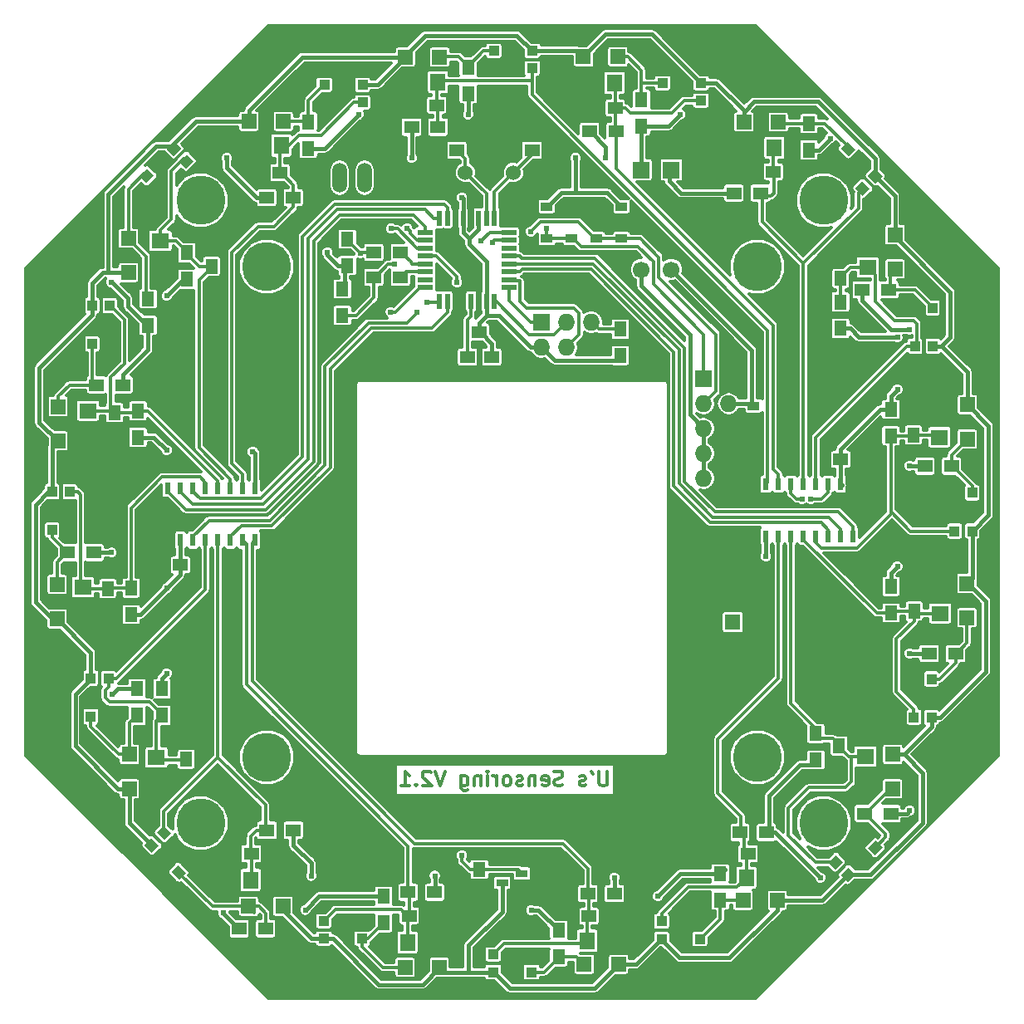
<source format=gbl>
G04 #@! TF.FileFunction,Copper,L2,Bot,Signal*
%FSLAX46Y46*%
G04 Gerber Fmt 4.6, Leading zero omitted, Abs format (unit mm)*
G04 Created by KiCad (PCBNEW 4.0.6-e0-6349~53~ubuntu16.04.1) date Thu Mar  2 14:53:25 2017*
%MOMM*%
%LPD*%
G01*
G04 APERTURE LIST*
%ADD10C,0.100000*%
%ADD11C,0.300000*%
%ADD12C,5.000000*%
%ADD13R,0.600000X1.300000*%
%ADD14R,1.597660X1.800860*%
%ADD15R,1.300000X1.500000*%
%ADD16R,1.500000X1.250000*%
%ADD17R,1.727200X1.727200*%
%ADD18O,1.727200X1.727200*%
%ADD19R,1.220000X0.910000*%
%ADD20R,1.500000X1.300000*%
%ADD21R,0.550000X1.600000*%
%ADD22R,1.600000X0.550000*%
%ADD23R,1.250000X1.500000*%
%ADD24R,1.500000X1.500000*%
%ADD25C,1.699260*%
%ADD26R,1.699260X1.699260*%
%ADD27R,1.100000X1.000000*%
%ADD28R,1.000000X1.100000*%
%ADD29R,1.800860X1.597660*%
%ADD30C,1.524000*%
%ADD31O,1.506220X3.014980*%
%ADD32R,1.600000X1.600000*%
%ADD33C,1.600000*%
%ADD34R,1.200000X0.800000*%
%ADD35C,0.609600*%
%ADD36C,0.304800*%
%ADD37C,0.406400*%
G04 APERTURE END LIST*
D10*
D11*
X166714285Y-119428571D02*
X166714285Y-120642857D01*
X166642857Y-120785714D01*
X166571428Y-120857143D01*
X166428571Y-120928571D01*
X166142857Y-120928571D01*
X165999999Y-120857143D01*
X165928571Y-120785714D01*
X165857142Y-120642857D01*
X165857142Y-119428571D01*
X165071428Y-119428571D02*
X165214285Y-119714286D01*
X164499999Y-120857143D02*
X164357142Y-120928571D01*
X164071427Y-120928571D01*
X163928570Y-120857143D01*
X163857142Y-120714286D01*
X163857142Y-120642857D01*
X163928570Y-120500000D01*
X164071427Y-120428571D01*
X164285713Y-120428571D01*
X164428570Y-120357143D01*
X164499999Y-120214286D01*
X164499999Y-120142857D01*
X164428570Y-120000000D01*
X164285713Y-119928571D01*
X164071427Y-119928571D01*
X163928570Y-120000000D01*
X162142856Y-120857143D02*
X161928570Y-120928571D01*
X161571427Y-120928571D01*
X161428570Y-120857143D01*
X161357141Y-120785714D01*
X161285713Y-120642857D01*
X161285713Y-120500000D01*
X161357141Y-120357143D01*
X161428570Y-120285714D01*
X161571427Y-120214286D01*
X161857141Y-120142857D01*
X161999999Y-120071429D01*
X162071427Y-120000000D01*
X162142856Y-119857143D01*
X162142856Y-119714286D01*
X162071427Y-119571429D01*
X161999999Y-119500000D01*
X161857141Y-119428571D01*
X161499999Y-119428571D01*
X161285713Y-119500000D01*
X160071428Y-120857143D02*
X160214285Y-120928571D01*
X160499999Y-120928571D01*
X160642856Y-120857143D01*
X160714285Y-120714286D01*
X160714285Y-120142857D01*
X160642856Y-120000000D01*
X160499999Y-119928571D01*
X160214285Y-119928571D01*
X160071428Y-120000000D01*
X159999999Y-120142857D01*
X159999999Y-120285714D01*
X160714285Y-120428571D01*
X159357142Y-119928571D02*
X159357142Y-120928571D01*
X159357142Y-120071429D02*
X159285714Y-120000000D01*
X159142856Y-119928571D01*
X158928571Y-119928571D01*
X158785714Y-120000000D01*
X158714285Y-120142857D01*
X158714285Y-120928571D01*
X158071428Y-120857143D02*
X157928571Y-120928571D01*
X157642856Y-120928571D01*
X157499999Y-120857143D01*
X157428571Y-120714286D01*
X157428571Y-120642857D01*
X157499999Y-120500000D01*
X157642856Y-120428571D01*
X157857142Y-120428571D01*
X157999999Y-120357143D01*
X158071428Y-120214286D01*
X158071428Y-120142857D01*
X157999999Y-120000000D01*
X157857142Y-119928571D01*
X157642856Y-119928571D01*
X157499999Y-120000000D01*
X156571427Y-120928571D02*
X156714285Y-120857143D01*
X156785713Y-120785714D01*
X156857142Y-120642857D01*
X156857142Y-120214286D01*
X156785713Y-120071429D01*
X156714285Y-120000000D01*
X156571427Y-119928571D01*
X156357142Y-119928571D01*
X156214285Y-120000000D01*
X156142856Y-120071429D01*
X156071427Y-120214286D01*
X156071427Y-120642857D01*
X156142856Y-120785714D01*
X156214285Y-120857143D01*
X156357142Y-120928571D01*
X156571427Y-120928571D01*
X155428570Y-120928571D02*
X155428570Y-119928571D01*
X155428570Y-120214286D02*
X155357142Y-120071429D01*
X155285713Y-120000000D01*
X155142856Y-119928571D01*
X154999999Y-119928571D01*
X154499999Y-120928571D02*
X154499999Y-119928571D01*
X154499999Y-119428571D02*
X154571428Y-119500000D01*
X154499999Y-119571429D01*
X154428571Y-119500000D01*
X154499999Y-119428571D01*
X154499999Y-119571429D01*
X153785713Y-119928571D02*
X153785713Y-120928571D01*
X153785713Y-120071429D02*
X153714285Y-120000000D01*
X153571427Y-119928571D01*
X153357142Y-119928571D01*
X153214285Y-120000000D01*
X153142856Y-120142857D01*
X153142856Y-120928571D01*
X151785713Y-119928571D02*
X151785713Y-121142857D01*
X151857142Y-121285714D01*
X151928570Y-121357143D01*
X152071427Y-121428571D01*
X152285713Y-121428571D01*
X152428570Y-121357143D01*
X151785713Y-120857143D02*
X151928570Y-120928571D01*
X152214284Y-120928571D01*
X152357142Y-120857143D01*
X152428570Y-120785714D01*
X152499999Y-120642857D01*
X152499999Y-120214286D01*
X152428570Y-120071429D01*
X152357142Y-120000000D01*
X152214284Y-119928571D01*
X151928570Y-119928571D01*
X151785713Y-120000000D01*
X150142856Y-119428571D02*
X149642856Y-120928571D01*
X149142856Y-119428571D01*
X148714285Y-119571429D02*
X148642856Y-119500000D01*
X148499999Y-119428571D01*
X148142856Y-119428571D01*
X147999999Y-119500000D01*
X147928570Y-119571429D01*
X147857142Y-119714286D01*
X147857142Y-119857143D01*
X147928570Y-120071429D01*
X148785713Y-120928571D01*
X147857142Y-120928571D01*
X147214285Y-120785714D02*
X147142857Y-120857143D01*
X147214285Y-120928571D01*
X147285714Y-120857143D01*
X147214285Y-120785714D01*
X147214285Y-120928571D01*
X145714285Y-120928571D02*
X146571428Y-120928571D01*
X146142856Y-120928571D02*
X146142856Y-119428571D01*
X146285713Y-119642857D01*
X146428571Y-119785714D01*
X146571428Y-119857143D01*
D12*
X125250000Y-124750000D03*
D13*
X182880000Y-90170000D03*
X184150000Y-90170000D03*
X185420000Y-90170000D03*
X186690000Y-90170000D03*
X187960000Y-90170000D03*
X189230000Y-90170000D03*
X190500000Y-90170000D03*
X191770000Y-90170000D03*
X191770000Y-95470000D03*
X190500000Y-95470000D03*
X189230000Y-95470000D03*
X187960000Y-95470000D03*
X186690000Y-95470000D03*
X185420000Y-95470000D03*
X184150000Y-95470000D03*
X182880000Y-95470000D03*
D14*
X164592000Y-49276000D03*
X167431720Y-49276000D03*
D15*
X187250000Y-56100000D03*
X187250000Y-53400000D03*
D10*
G36*
X190507538Y-55964645D02*
X191214645Y-55257538D01*
X191992462Y-56035355D01*
X191285355Y-56742462D01*
X190507538Y-55964645D01*
X190507538Y-55964645D01*
G37*
G36*
X193265254Y-58722361D02*
X193972361Y-58015254D01*
X194750178Y-58793071D01*
X194043071Y-59500178D01*
X193265254Y-58722361D01*
X193265254Y-58722361D01*
G37*
G36*
X191992462Y-59995154D02*
X192699569Y-59288047D01*
X193477386Y-60065864D01*
X192770279Y-60772971D01*
X191992462Y-59995154D01*
X191992462Y-59995154D01*
G37*
G36*
X189234746Y-57237437D02*
X189941853Y-56530330D01*
X190719670Y-57308147D01*
X190012563Y-58015254D01*
X189234746Y-57237437D01*
X189234746Y-57237437D01*
G37*
D16*
X153650000Y-74676000D03*
X151150000Y-74676000D03*
D17*
X176540000Y-79430000D03*
D18*
X179080000Y-79430000D03*
X176540000Y-81970000D03*
X179080000Y-81970000D03*
X176540000Y-84510000D03*
X179080000Y-84510000D03*
X176540000Y-87050000D03*
X179080000Y-87050000D03*
X176540000Y-89590000D03*
X179080000Y-89590000D03*
D19*
X163068000Y-65135000D03*
X163068000Y-61865000D03*
D20*
X195600000Y-123750000D03*
X192900000Y-123750000D03*
D21*
X149600000Y-63060000D03*
X150400000Y-63060000D03*
X151200000Y-63060000D03*
X152000000Y-63060000D03*
X152800000Y-63060000D03*
X153600000Y-63060000D03*
X154400000Y-63060000D03*
X155200000Y-63060000D03*
D22*
X156650000Y-64510000D03*
X156650000Y-65310000D03*
X156650000Y-66110000D03*
X156650000Y-66910000D03*
X156650000Y-67710000D03*
X156650000Y-68510000D03*
X156650000Y-69310000D03*
X156650000Y-70110000D03*
D21*
X155200000Y-71560000D03*
X154400000Y-71560000D03*
X153600000Y-71560000D03*
X152800000Y-71560000D03*
X152000000Y-71560000D03*
X151200000Y-71560000D03*
X150400000Y-71560000D03*
X149600000Y-71560000D03*
D22*
X148150000Y-70110000D03*
X148150000Y-69310000D03*
X148150000Y-68510000D03*
X148150000Y-67710000D03*
X148150000Y-66910000D03*
X148150000Y-66110000D03*
X148150000Y-65310000D03*
X148150000Y-64510000D03*
D20*
X145622000Y-66548000D03*
X142922000Y-66548000D03*
X145622000Y-69088000D03*
X142922000Y-69088000D03*
D16*
X152440000Y-77216000D03*
X154940000Y-77216000D03*
D14*
X149171660Y-136893300D03*
X146331940Y-136893300D03*
D13*
X130810000Y-95885000D03*
X129540000Y-95885000D03*
X128270000Y-95885000D03*
X127000000Y-95885000D03*
X125730000Y-95885000D03*
X124460000Y-95885000D03*
X123190000Y-95885000D03*
X121920000Y-95885000D03*
X121920000Y-90585000D03*
X123190000Y-90585000D03*
X124460000Y-90585000D03*
X125730000Y-90585000D03*
X127000000Y-90585000D03*
X128270000Y-90585000D03*
X129540000Y-90585000D03*
X130810000Y-90585000D03*
D16*
X164825360Y-134223760D03*
X167325360Y-134223760D03*
X146501800Y-134188200D03*
X149001800Y-134188200D03*
X130403280Y-127853440D03*
X132903280Y-127853440D03*
D23*
X123770000Y-118220000D03*
X123770000Y-115720000D03*
X115785900Y-100819900D03*
X115785900Y-103319900D03*
X116471700Y-82874800D03*
X116471700Y-85374800D03*
X126365000Y-67965000D03*
X126365000Y-70465000D03*
D16*
X133330000Y-58420000D03*
X130830000Y-58420000D03*
X159024000Y-56134000D03*
X161524000Y-56134000D03*
X151364000Y-56134000D03*
X148864000Y-56134000D03*
X123170000Y-98425000D03*
X120670000Y-98425000D03*
X149306600Y-51549300D03*
X146806600Y-51549300D03*
X167520940Y-51828700D03*
X165020940Y-51828700D03*
X183634700Y-58331100D03*
X181134700Y-58331100D03*
D23*
X190500000Y-69195000D03*
X190500000Y-66695000D03*
X197896480Y-85171600D03*
X197896480Y-82671600D03*
X197977760Y-103114160D03*
X197977760Y-100614160D03*
X190340000Y-116870000D03*
X190340000Y-119370000D03*
D16*
X181040720Y-127853440D03*
X183540720Y-127853440D03*
D17*
X160020000Y-73660000D03*
D18*
X160020000Y-76200000D03*
X162560000Y-73660000D03*
X162560000Y-76200000D03*
X165100000Y-73660000D03*
X165100000Y-76200000D03*
D24*
X167853300Y-139141200D03*
X164353300Y-139141200D03*
X149578000Y-139446000D03*
X146078000Y-139446000D03*
X133626800Y-133217920D03*
X130126800Y-133217920D03*
X117977920Y-121231600D03*
X117977920Y-117731600D03*
X110604300Y-103896100D03*
X110604300Y-100396100D03*
X110718600Y-85760500D03*
X110718600Y-82260500D03*
X117881400Y-68615500D03*
X117881400Y-65115500D03*
X130182680Y-53197760D03*
X133682680Y-53197760D03*
X146116100Y-46634400D03*
X149616100Y-46634400D03*
X164269480Y-46603920D03*
X167769480Y-46603920D03*
X180634700Y-53263800D03*
X184134700Y-53263800D03*
X196027040Y-64737040D03*
X196027040Y-68237040D03*
X203403200Y-82070000D03*
X203403200Y-85570000D03*
X203362560Y-100297040D03*
X203362560Y-103797040D03*
X195795900Y-117731600D03*
X195795900Y-121231600D03*
X184035640Y-132603240D03*
X180535640Y-132603240D03*
D25*
X173228000Y-68290000D03*
D26*
X173228000Y-58130000D03*
D25*
X170160000Y-68290000D03*
D26*
X170160000Y-58130000D03*
D19*
X168148000Y-61865000D03*
X168148000Y-65135000D03*
X165608000Y-65135000D03*
X165608000Y-61865000D03*
X160528000Y-61865000D03*
X160528000Y-65135000D03*
X181610000Y-82185000D03*
X181610000Y-85455000D03*
D14*
X167495220Y-136710420D03*
X164655500Y-136710420D03*
D27*
X158978600Y-139923520D03*
X155078600Y-139923520D03*
X155078600Y-138123520D03*
X158978600Y-138123520D03*
X141693900Y-136512300D03*
X137793900Y-136512300D03*
X137793900Y-134712300D03*
X141693900Y-134712300D03*
D10*
G36*
X123750178Y-129793071D02*
X123043071Y-130500178D01*
X122265254Y-129722361D01*
X122972361Y-129015254D01*
X123750178Y-129793071D01*
X123750178Y-129793071D01*
G37*
G36*
X120992462Y-127035355D02*
X120285355Y-127742462D01*
X119507538Y-126964645D01*
X120214645Y-126257538D01*
X120992462Y-127035355D01*
X120992462Y-127035355D01*
G37*
G36*
X122265254Y-125762562D02*
X121558147Y-126469669D01*
X120780330Y-125691852D01*
X121487437Y-124984745D01*
X122265254Y-125762562D01*
X122265254Y-125762562D01*
G37*
G36*
X125022970Y-128520279D02*
X124315863Y-129227386D01*
X123538046Y-128449569D01*
X124245153Y-127742462D01*
X125022970Y-128520279D01*
X125022970Y-128520279D01*
G37*
D28*
X114051080Y-113883440D03*
X114051080Y-109983440D03*
X115851080Y-109983440D03*
X115851080Y-113883440D03*
D14*
X133184900Y-130535680D03*
X130345180Y-130535680D03*
D29*
X120741440Y-120860820D03*
X120741440Y-118021100D03*
D28*
X110111540Y-94856300D03*
X110111540Y-90956300D03*
X111911540Y-90956300D03*
X111911540Y-94856300D03*
X114190780Y-75885040D03*
X114190780Y-71985040D03*
X115990780Y-71985040D03*
X115990780Y-75885040D03*
D10*
G36*
X119714645Y-59492462D02*
X119007538Y-58785355D01*
X119785355Y-58007538D01*
X120492462Y-58714645D01*
X119714645Y-59492462D01*
X119714645Y-59492462D01*
G37*
G36*
X122472361Y-56734746D02*
X121765254Y-56027639D01*
X122543071Y-55249822D01*
X123250178Y-55956929D01*
X122472361Y-56734746D01*
X122472361Y-56734746D01*
G37*
G36*
X123745154Y-58007538D02*
X123038047Y-57300431D01*
X123815864Y-56522614D01*
X124522971Y-57229721D01*
X123745154Y-58007538D01*
X123745154Y-58007538D01*
G37*
G36*
X120987437Y-60765254D02*
X120280330Y-60058147D01*
X121058147Y-59280330D01*
X121765254Y-59987437D01*
X120987437Y-60765254D01*
X120987437Y-60765254D01*
G37*
D27*
X137855960Y-49453800D03*
X141755960Y-49453800D03*
X141755960Y-51253800D03*
X137855960Y-51253800D03*
D29*
X113271300Y-103527860D03*
X113271300Y-100688140D03*
X113766600Y-85544660D03*
X113766600Y-82704940D03*
X121158000Y-68221860D03*
X121158000Y-65382140D03*
D14*
X130624580Y-55656480D03*
X133464300Y-55656480D03*
D27*
X155143200Y-45986700D03*
X159043200Y-45986700D03*
X159043200Y-47786700D03*
X155143200Y-47786700D03*
X172333920Y-49286160D03*
X176233920Y-49286160D03*
X176233920Y-51086160D03*
X172333920Y-51086160D03*
D28*
X199872600Y-72199500D03*
X199872600Y-76099500D03*
X198072600Y-76099500D03*
X198072600Y-72199500D03*
D14*
X146598640Y-49187100D03*
X149438360Y-49187100D03*
X180888640Y-55892700D03*
X183728360Y-55892700D03*
D29*
X193263520Y-65250060D03*
X193263520Y-68089780D03*
D28*
X203911200Y-91059000D03*
X203911200Y-94959000D03*
X202111200Y-94959000D03*
X202111200Y-91059000D03*
X199758300Y-110032800D03*
X199758300Y-113932800D03*
X197958300Y-113932800D03*
X197958300Y-110032800D03*
D10*
G36*
X194043071Y-126499822D02*
X194750178Y-127206929D01*
X193972361Y-127984746D01*
X193265254Y-127277639D01*
X194043071Y-126499822D01*
X194043071Y-126499822D01*
G37*
G36*
X191285355Y-129257538D02*
X191992462Y-129964645D01*
X191214645Y-130742462D01*
X190507538Y-130035355D01*
X191285355Y-129257538D01*
X191285355Y-129257538D01*
G37*
G36*
X190012562Y-127984746D02*
X190719669Y-128691853D01*
X189941852Y-129469670D01*
X189234745Y-128762563D01*
X190012562Y-127984746D01*
X190012562Y-127984746D01*
G37*
G36*
X192770279Y-125227030D02*
X193477386Y-125934137D01*
X192699569Y-126711954D01*
X191992462Y-126004847D01*
X192770279Y-125227030D01*
X192770279Y-125227030D01*
G37*
D27*
X176136300Y-136550400D03*
X172236300Y-136550400D03*
X172236300Y-134750400D03*
X176136300Y-134750400D03*
D29*
X200558400Y-82552540D03*
X200558400Y-85392260D03*
X200639680Y-100525580D03*
X200639680Y-103365300D03*
X193014600Y-120787160D03*
X193014600Y-117947440D03*
D14*
X183720740Y-130286760D03*
X180881020Y-130286760D03*
D15*
X161744660Y-135667760D03*
X161744660Y-138367760D03*
X143891000Y-132203200D03*
X143891000Y-134903200D03*
D20*
X129180000Y-135500000D03*
X131880000Y-135500000D03*
D15*
X118745000Y-111045000D03*
X118745000Y-113745000D03*
D20*
X167425360Y-131932680D03*
X164725360Y-131932680D03*
X149101800Y-131787900D03*
X146401800Y-131787900D03*
X134710000Y-125460000D03*
X132010000Y-125460000D03*
D15*
X121285000Y-111045000D03*
X121285000Y-113745000D03*
D20*
X114380000Y-97155000D03*
X111680000Y-97155000D03*
X117351800Y-80060800D03*
X114651800Y-80060800D03*
D15*
X119888000Y-73994000D03*
X119888000Y-71294000D03*
X136235440Y-55944760D03*
X136235440Y-53244760D03*
X118158260Y-103470700D03*
X118158260Y-100770700D03*
X118872000Y-85398600D03*
X118872000Y-82698600D03*
X123825000Y-69295000D03*
X123825000Y-66595000D03*
D20*
X132000000Y-60960000D03*
X134700000Y-60960000D03*
D15*
X152514300Y-50346600D03*
X152514300Y-47646600D03*
X170192700Y-53661300D03*
X170192700Y-50961300D03*
D20*
X192693300Y-70370700D03*
X195393300Y-70370700D03*
X146744700Y-53797200D03*
X149444700Y-53797200D03*
X164880300Y-54216300D03*
X167580300Y-54216300D03*
X179608500Y-60502800D03*
X182308500Y-60502800D03*
D15*
X190500000Y-74300000D03*
X190500000Y-71600000D03*
D20*
X199091560Y-88346280D03*
X201791560Y-88346280D03*
X199510000Y-107430000D03*
X202210000Y-107430000D03*
D15*
X178229260Y-129884180D03*
X178229260Y-132584180D03*
X195607940Y-82553820D03*
X195607940Y-85253820D03*
X195620640Y-100595440D03*
X195620640Y-103295440D03*
X187970000Y-118280000D03*
X187970000Y-115580000D03*
D20*
X182930000Y-125690000D03*
X180230000Y-125690000D03*
D15*
X153670000Y-129460000D03*
X153670000Y-132160000D03*
X140208000Y-67898000D03*
X140208000Y-65198000D03*
X168030000Y-77080000D03*
X168030000Y-74380000D03*
D30*
X152246000Y-58420000D03*
X157126000Y-58420000D03*
D12*
X182000000Y-68000000D03*
X132000000Y-68000000D03*
X182000000Y-118000000D03*
X132000000Y-118000000D03*
X188750000Y-61250000D03*
X125250000Y-61250000D03*
X188750000Y-124750000D03*
D15*
X139700000Y-70278000D03*
X139700000Y-72978000D03*
D31*
X139420000Y-58950000D03*
X141960000Y-58950000D03*
X144500000Y-58950000D03*
D16*
X190510000Y-87660000D03*
X193010000Y-87660000D03*
D32*
X179500000Y-104250000D03*
D33*
X177000000Y-104250000D03*
D34*
X156000000Y-130800000D03*
X158000000Y-129850000D03*
X158000000Y-131750000D03*
D35*
X151384000Y-69596000D03*
X189423005Y-54932995D03*
X127570000Y-133903730D03*
X171876438Y-132181083D03*
X116125640Y-69592192D03*
X116189300Y-111632574D03*
X135927444Y-133575129D03*
X197520000Y-123444000D03*
X197520000Y-107430000D03*
X197520000Y-88300000D03*
X197520000Y-74410000D03*
X174110000Y-52490000D03*
X152510000Y-52490000D03*
X141330000Y-52490000D03*
X116160000Y-97150000D03*
X158950000Y-133610000D03*
X158911807Y-64426880D03*
X160529360Y-64091042D03*
X146306519Y-64067133D03*
X144676153Y-64127311D03*
X188414112Y-130278351D03*
X163464912Y-56921441D03*
X182880000Y-97536000D03*
X130556000Y-86868000D03*
X138176000Y-66548000D03*
X151892000Y-60960000D03*
X196275530Y-98564470D03*
X196275530Y-80518000D03*
X196277853Y-75191210D03*
X166550000Y-56924769D03*
X146770000Y-56924769D03*
X127915231Y-56924769D03*
X121780000Y-70980000D03*
X121780000Y-86700000D03*
X121783760Y-100800000D03*
X121780000Y-109460000D03*
X136520000Y-130100000D03*
X149120000Y-130100000D03*
X167425360Y-130275360D03*
X153844043Y-65380959D03*
X147320000Y-72644000D03*
X187452000Y-91694000D03*
X154983527Y-65517881D03*
X186563000Y-91694000D03*
X148336000Y-71628000D03*
X144622916Y-72624781D03*
X151892000Y-128016000D03*
X145016707Y-67765575D03*
X141511702Y-66609600D03*
D36*
X157126000Y-58420000D02*
X159024000Y-56522000D01*
X159024000Y-56522000D02*
X159024000Y-56134000D01*
X155200000Y-63060000D02*
X155200000Y-60346000D01*
X155200000Y-60346000D02*
X157126000Y-58420000D01*
X152246000Y-58420000D02*
X152246000Y-57016000D01*
X152246000Y-57016000D02*
X151364000Y-56134000D01*
X154400000Y-63060000D02*
X154400000Y-60574000D01*
X154400000Y-60574000D02*
X152246000Y-58420000D01*
X152440000Y-77216000D02*
X152440000Y-73439644D01*
X152440000Y-73439644D02*
X152800000Y-73079644D01*
X152800000Y-73079644D02*
X152800000Y-71560000D01*
X168030000Y-74380000D02*
X165820000Y-74380000D01*
X165820000Y-74380000D02*
X165100000Y-73660000D01*
X151384000Y-69596000D02*
X151384000Y-69039200D01*
X151384000Y-69039200D02*
X149254800Y-66910000D01*
X149254800Y-66910000D02*
X148150000Y-66910000D01*
X161744660Y-138367760D02*
X163579860Y-138367760D01*
X163579860Y-138367760D02*
X164353300Y-139141200D01*
X158978600Y-139923520D02*
X160288900Y-139923520D01*
X160288900Y-139923520D02*
X161744660Y-138467760D01*
X161744660Y-138467760D02*
X161744660Y-138367760D01*
X146078000Y-139446000D02*
X143822800Y-139446000D01*
X143822800Y-139446000D02*
X141693900Y-137317100D01*
X141693900Y-137317100D02*
X141693900Y-136512300D01*
X141693900Y-136512300D02*
X142281900Y-136512300D01*
X142281900Y-136512300D02*
X143891000Y-134903200D01*
X126467920Y-133217920D02*
X123007716Y-129757716D01*
X130126800Y-133217920D02*
X126467920Y-133217920D01*
X130126800Y-133217920D02*
X131181600Y-133217920D01*
X131181600Y-133217920D02*
X131880000Y-133916320D01*
X131880000Y-133916320D02*
X131880000Y-135500000D01*
X130730000Y-133821120D02*
X130126800Y-133217920D01*
X117977920Y-117731600D02*
X117977920Y-114512080D01*
X117977920Y-114512080D02*
X118745000Y-113745000D01*
X117977920Y-117731600D02*
X116923120Y-117731600D01*
X116923120Y-117731600D02*
X114051080Y-114859560D01*
X114051080Y-114859560D02*
X114051080Y-113883440D01*
X110604300Y-100396100D02*
X110604300Y-98130700D01*
X110604300Y-98130700D02*
X111580000Y-97155000D01*
X111580000Y-97155000D02*
X111680000Y-97155000D01*
X110111540Y-94856300D02*
X110111540Y-95586540D01*
X110111540Y-95586540D02*
X111680000Y-97155000D01*
X114651800Y-80060800D02*
X114551800Y-80060800D01*
X114551800Y-80060800D02*
X114190780Y-79699780D01*
X114190780Y-79699780D02*
X114190780Y-75885040D01*
X110718600Y-82260500D02*
X110718600Y-81205700D01*
X110718600Y-81205700D02*
X111863500Y-80060800D01*
X111863500Y-80060800D02*
X114651800Y-80060800D01*
X117881400Y-65115500D02*
X117881400Y-65159466D01*
X119888000Y-71188791D02*
X119888000Y-71294000D01*
X117881400Y-65159466D02*
X119672141Y-66950207D01*
X119672141Y-66950207D02*
X119672141Y-70972932D01*
X119672141Y-70972932D02*
X119888000Y-71188791D01*
X119500000Y-58500000D02*
X119469580Y-58500000D01*
X119469580Y-58500000D02*
X117881400Y-60088180D01*
X117881400Y-60088180D02*
X117881400Y-65115500D01*
X136235440Y-53244760D02*
X136235440Y-51024320D01*
X136235440Y-51024320D02*
X137805960Y-49453800D01*
X137805960Y-49453800D02*
X137855960Y-49453800D01*
X133682680Y-53197760D02*
X136188440Y-53197760D01*
X136188440Y-53197760D02*
X136235440Y-53244760D01*
X149616100Y-46634400D02*
X149616100Y-46591800D01*
X149616100Y-46591800D02*
X151559500Y-46591800D01*
X151559500Y-46591800D02*
X152514300Y-47546600D01*
X152514300Y-47646600D02*
X152514300Y-47546600D01*
X154074200Y-45986700D02*
X155143200Y-45986700D01*
X152514300Y-47546600D02*
X154074200Y-45986700D01*
X170192700Y-49906500D02*
X170192700Y-49286160D01*
X170192700Y-49286160D02*
X172333920Y-49286160D01*
X170192700Y-50961300D02*
X170192700Y-49906500D01*
X167769480Y-46603920D02*
X168824280Y-46603920D01*
X168824280Y-46603920D02*
X170192700Y-47972340D01*
X170192700Y-47972340D02*
X170192700Y-49906500D01*
X191250000Y-56000000D02*
X191052334Y-55802334D01*
X191052334Y-55802334D02*
X191052334Y-55575737D01*
X191052334Y-55575737D02*
X191035630Y-55575737D01*
X191035630Y-55575737D02*
X188859893Y-53400000D01*
X188859893Y-53400000D02*
X187250000Y-53400000D01*
X187250000Y-53400000D02*
X184270900Y-53400000D01*
X184270900Y-53400000D02*
X184134700Y-53263800D01*
X195393300Y-70370700D02*
X195565986Y-70198014D01*
X195565986Y-70198014D02*
X195565986Y-68698094D01*
X195565986Y-68698094D02*
X196027040Y-68237040D01*
X199872600Y-72199500D02*
X199872600Y-72149500D01*
X199872600Y-72149500D02*
X198093800Y-70370700D01*
X198093800Y-70370700D02*
X195393300Y-70370700D01*
X201791560Y-88346280D02*
X201891560Y-88346280D01*
X201891560Y-88346280D02*
X203911200Y-90365920D01*
X203911200Y-90365920D02*
X203911200Y-91059000D01*
X201791560Y-88346280D02*
X201791560Y-87181640D01*
X201791560Y-87181640D02*
X203403200Y-85570000D01*
X203362560Y-103797040D02*
X203362560Y-106377440D01*
X203362560Y-106377440D02*
X202310000Y-107430000D01*
X202310000Y-107430000D02*
X202210000Y-107430000D01*
X199758300Y-110032800D02*
X200563100Y-110032800D01*
X200563100Y-110032800D02*
X202210000Y-108385900D01*
X202210000Y-108385900D02*
X202210000Y-107430000D01*
X199758300Y-110032800D02*
X199758300Y-109982800D01*
X195072000Y-126178000D02*
X195072000Y-125822000D01*
X195072000Y-125822000D02*
X193000000Y-123750000D01*
X193000000Y-123750000D02*
X192900000Y-123750000D01*
X194007716Y-127242284D02*
X195072000Y-126178000D01*
X193000000Y-123750000D02*
X195518400Y-121231600D01*
X195518400Y-121231600D02*
X195795900Y-121231600D01*
X178229260Y-132584180D02*
X180516580Y-132584180D01*
X180516580Y-132584180D02*
X180535640Y-132603240D01*
X176136300Y-136550400D02*
X176186300Y-136550400D01*
X176186300Y-136550400D02*
X178229260Y-134507440D01*
X178229260Y-134507440D02*
X178229260Y-132584180D01*
D37*
X179080000Y-81970000D02*
X181445612Y-81970000D01*
X181445612Y-81970000D02*
X181445612Y-76507612D01*
X181445612Y-76507612D02*
X173228000Y-68290000D01*
X173196221Y-68290000D02*
X173010000Y-68290000D01*
X179080000Y-81970000D02*
X181065000Y-81970000D01*
X181065000Y-81970000D02*
X181390000Y-82295000D01*
X175125198Y-74922059D02*
X175125198Y-83095198D01*
X175125198Y-83095198D02*
X176540000Y-84510000D01*
X170160000Y-68290000D02*
X170160000Y-69956861D01*
X170160000Y-69956861D02*
X175125198Y-74922059D01*
X176540000Y-87050000D02*
X176540000Y-89590000D01*
X176540000Y-84510000D02*
X176540000Y-87050000D01*
X195600000Y-123750000D02*
X197214000Y-123750000D01*
X197214000Y-123750000D02*
X197520000Y-123444000D01*
X188306400Y-56100000D02*
X189423005Y-54983395D01*
X189423005Y-54983395D02*
X189423005Y-54932995D01*
X187250000Y-56100000D02*
X188306400Y-56100000D01*
X119888000Y-73994000D02*
X119797131Y-73994000D01*
X119797131Y-73994000D02*
X117837218Y-72034087D01*
X117837218Y-72034087D02*
X117837218Y-71234695D01*
X117837218Y-71234695D02*
X116194715Y-69592192D01*
X116194715Y-69592192D02*
X116125640Y-69592192D01*
X127570000Y-133990000D02*
X127570000Y-133903730D01*
X129180000Y-135500000D02*
X129080000Y-135500000D01*
X129080000Y-135500000D02*
X127570000Y-133990000D01*
X174173341Y-129884180D02*
X171876438Y-132181083D01*
X178229260Y-129884180D02*
X174173341Y-129884180D01*
X116776874Y-111045000D02*
X116189300Y-111632574D01*
X118745000Y-111045000D02*
X116776874Y-111045000D01*
X137299373Y-132203200D02*
X135927444Y-133575129D01*
X143891000Y-132203200D02*
X137299373Y-132203200D01*
X199510000Y-107430000D02*
X197520000Y-107430000D01*
X199091560Y-88346280D02*
X197566280Y-88346280D01*
X197566280Y-88346280D02*
X197520000Y-88300000D01*
X192693300Y-71427100D02*
X195676200Y-74410000D01*
X192693300Y-70370700D02*
X192693300Y-71427100D01*
X195676200Y-74410000D02*
X197520000Y-74410000D01*
X170160000Y-58130000D02*
X170160000Y-53694000D01*
X170160000Y-53694000D02*
X170192700Y-53661300D01*
X170192700Y-53661300D02*
X172938700Y-53661300D01*
X172938700Y-53661300D02*
X174110000Y-52490000D01*
X152514300Y-50346600D02*
X152514300Y-52485700D01*
X152514300Y-52485700D02*
X152510000Y-52490000D01*
X136235440Y-55944760D02*
X137875240Y-55944760D01*
X137875240Y-55944760D02*
X141330000Y-52490000D01*
X114380000Y-97155000D02*
X116155000Y-97155000D01*
X116155000Y-97155000D02*
X116160000Y-97150000D01*
X158950000Y-133610000D02*
X159686900Y-133610000D01*
X159686900Y-133610000D02*
X161744660Y-135667760D01*
X199045840Y-88392000D02*
X199091560Y-88346280D01*
X162052000Y-135360420D02*
X161744660Y-135667760D01*
X178689000Y-129424440D02*
X178229260Y-129884180D01*
X136144000Y-56036200D02*
X136235440Y-55944760D01*
X117402600Y-80010000D02*
X117351800Y-80060800D01*
X117351800Y-80060800D02*
X117351800Y-79004400D01*
X117351800Y-79004400D02*
X119888000Y-76468200D01*
X119888000Y-76468200D02*
X119888000Y-73994000D01*
D36*
X148150000Y-68510000D02*
X146200000Y-68510000D01*
X146200000Y-68510000D02*
X145622000Y-69088000D01*
X146784000Y-67710000D02*
X146676800Y-67602800D01*
X146676800Y-67502800D02*
X145722000Y-66548000D01*
X146676800Y-67602800D02*
X146676800Y-67502800D01*
X148150000Y-67710000D02*
X146784000Y-67710000D01*
X145722000Y-66548000D02*
X145622000Y-66548000D01*
X170037000Y-65135000D02*
X168148000Y-65135000D01*
X177784601Y-80725399D02*
X177784601Y-74914601D01*
X177784601Y-74914601D02*
X171942374Y-69072374D01*
X171942374Y-67040374D02*
X170037000Y-65135000D01*
X176540000Y-81970000D02*
X177784601Y-80725399D01*
X171942374Y-69072374D02*
X171942374Y-67040374D01*
X159933455Y-63405232D02*
X158911807Y-64426880D01*
X163723232Y-63405232D02*
X159933455Y-63405232D01*
X165453000Y-65135000D02*
X163723232Y-63405232D01*
X165608000Y-65135000D02*
X165453000Y-65135000D01*
X168148000Y-65135000D02*
X165608000Y-65135000D01*
X176540000Y-79430000D02*
X176540000Y-74940000D01*
X176540000Y-74940000D02*
X171408963Y-69808963D01*
X171408963Y-69808963D02*
X171408963Y-67522963D01*
X171408963Y-67522963D02*
X169857001Y-65971001D01*
X169857001Y-65971001D02*
X164081949Y-65971001D01*
X163245948Y-65135000D02*
X163068000Y-65135000D01*
X164081949Y-65971001D02*
X163245948Y-65135000D01*
X160528000Y-64092402D02*
X160529360Y-64091042D01*
X160528000Y-65135000D02*
X160528000Y-64092402D01*
X163068000Y-65135000D02*
X160528000Y-65135000D01*
X160020000Y-73660000D02*
X158851600Y-73660000D01*
X158851600Y-73660000D02*
X156650000Y-71458400D01*
X156650000Y-71458400D02*
X156650000Y-70110000D01*
X148150000Y-65310000D02*
X147326907Y-65310000D01*
X146611318Y-64594411D02*
X146611318Y-64371932D01*
X147326907Y-65310000D02*
X146611318Y-64594411D01*
X146611318Y-64371932D02*
X146306519Y-64067133D01*
X162560000Y-76200000D02*
X163838131Y-74921869D01*
X163838131Y-74921869D02*
X163838131Y-72772804D01*
X163838131Y-72772804D02*
X163256087Y-72190760D01*
X163256087Y-72190760D02*
X158473351Y-72190760D01*
X158473351Y-72190760D02*
X157831001Y-71548410D01*
X157831001Y-71548410D02*
X157831001Y-69530199D01*
X157831001Y-69530199D02*
X157754801Y-69453999D01*
X157754801Y-69453999D02*
X156793999Y-69453999D01*
X156793999Y-69453999D02*
X156650000Y-69310000D01*
X162560000Y-73660000D02*
X161302001Y-74917999D01*
X155404773Y-71560000D02*
X155200000Y-71560000D01*
X161302001Y-74917999D02*
X158762772Y-74917999D01*
X158762772Y-74917999D02*
X155404773Y-71560000D01*
X147313504Y-66110000D02*
X145330815Y-64127311D01*
X145330815Y-64127311D02*
X144676153Y-64127311D01*
X148150000Y-66110000D02*
X147313504Y-66110000D01*
X130810000Y-95885000D02*
X130492158Y-96202842D01*
X162185821Y-126794336D02*
X164725360Y-129333875D01*
X130492158Y-96202842D02*
X130492158Y-110275527D01*
X130492158Y-110275527D02*
X147010967Y-126794336D01*
X147010967Y-126794336D02*
X162185821Y-126794336D01*
X164725360Y-129333875D02*
X164725360Y-131932680D01*
X164655500Y-136710420D02*
X164441397Y-136710420D01*
X164441397Y-136710420D02*
X164129878Y-137021939D01*
X164129878Y-137021939D02*
X156161549Y-137021939D01*
X156161549Y-137021939D02*
X155078600Y-138104888D01*
X155078600Y-138104888D02*
X155078600Y-138123520D01*
X164825360Y-134223760D02*
X164825360Y-132032680D01*
X164825360Y-132032680D02*
X164725360Y-131932680D01*
X164655500Y-136710420D02*
X164655500Y-134393620D01*
X164655500Y-134393620D02*
X164825360Y-134223760D01*
X114970079Y-112952439D02*
X115851080Y-113833440D01*
X115851080Y-113833440D02*
X115851080Y-113883440D01*
X114970079Y-106330269D02*
X114970079Y-112952439D01*
X113271300Y-103527860D02*
X113271300Y-104631490D01*
X113271300Y-104631490D02*
X114970079Y-106330269D01*
X180888640Y-55791100D02*
X180888640Y-55892700D01*
X121285000Y-95885000D02*
X120670000Y-96500000D01*
X120670000Y-96500000D02*
X120670000Y-98425000D01*
X121920000Y-95885000D02*
X121285000Y-95885000D01*
X181096600Y-58293000D02*
X181134700Y-58331100D01*
X164906640Y-51943000D02*
X165020940Y-51828700D01*
X116471700Y-85483700D02*
X116471700Y-85374800D01*
X137793900Y-134712300D02*
X137805700Y-134712300D01*
X137805700Y-134712300D02*
X138972398Y-133545602D01*
X138972398Y-133545602D02*
X145667313Y-133545602D01*
X145667313Y-133545602D02*
X146309911Y-134188200D01*
X146309911Y-134188200D02*
X146501800Y-134188200D01*
X129540000Y-95885000D02*
X129918693Y-96263693D01*
X129918693Y-96263693D02*
X129918693Y-110596652D01*
X129918693Y-110596652D02*
X146401800Y-127079759D01*
X146401800Y-127079759D02*
X146401800Y-131787900D01*
X146501800Y-134188200D02*
X146501800Y-131887900D01*
X146501800Y-131887900D02*
X146401800Y-131787900D01*
X146331940Y-136893300D02*
X146331940Y-134358060D01*
X146331940Y-134358060D02*
X146501800Y-134188200D01*
X121522792Y-125727207D02*
X121455206Y-125659621D01*
X121455206Y-125659621D02*
X121455206Y-123564859D01*
X121455206Y-123564859D02*
X127000000Y-118020065D01*
X130403280Y-127853440D02*
X130339729Y-127789889D01*
X130339729Y-127789889D02*
X130339729Y-126066796D01*
X130339729Y-126066796D02*
X130946526Y-125460000D01*
X130946526Y-125460000D02*
X132010000Y-125460000D01*
X127000000Y-95885000D02*
X127000000Y-118020065D01*
X127000000Y-118020065D02*
X131855537Y-122875602D01*
X131855537Y-122875602D02*
X131855537Y-125478540D01*
X130403280Y-127853440D02*
X130403280Y-130477580D01*
X130403280Y-130477580D02*
X130345180Y-130535680D01*
X130387100Y-127837260D02*
X130403280Y-127853440D01*
X115947604Y-112395000D02*
X115503490Y-111950886D01*
X115503490Y-111185830D02*
X115851080Y-110838240D01*
X115503490Y-111950886D02*
X115503490Y-111185830D01*
X115851080Y-110838240D02*
X115851080Y-109983440D01*
X120035000Y-112395000D02*
X115947604Y-112395000D01*
X121285000Y-113645000D02*
X120035000Y-112395000D01*
X121285000Y-113745000D02*
X121285000Y-113645000D01*
X120741440Y-118021100D02*
X120741440Y-114288560D01*
X120741440Y-114288560D02*
X121285000Y-113745000D01*
X123253500Y-118307800D02*
X121028140Y-118307800D01*
X121028140Y-118307800D02*
X120741440Y-118021100D01*
X125730000Y-95885000D02*
X125730000Y-100909320D01*
X125730000Y-100909320D02*
X116655880Y-109983440D01*
X116655880Y-109983440D02*
X115851080Y-109983440D01*
X113271300Y-100688140D02*
X113006671Y-100423511D01*
X113006671Y-100423511D02*
X113006671Y-91246631D01*
X113006671Y-91246631D02*
X112716340Y-90956300D01*
X112716340Y-90956300D02*
X111911540Y-90956300D01*
X118158260Y-100770700D02*
X118158260Y-92592666D01*
X118158260Y-92592666D02*
X121336676Y-89414250D01*
X121336676Y-89414250D02*
X125178539Y-89414250D01*
X125178539Y-89414250D02*
X125730000Y-89965711D01*
X125730000Y-89965711D02*
X125730000Y-90585000D01*
X115785900Y-100819900D02*
X113403060Y-100819900D01*
X113403060Y-100819900D02*
X113271300Y-100688140D01*
X118158260Y-100770700D02*
X115835100Y-100770700D01*
X115835100Y-100770700D02*
X115785900Y-100819900D01*
X115990780Y-71985040D02*
X116048923Y-71985040D01*
X116048923Y-71985040D02*
X117475000Y-73411117D01*
X117475000Y-73411117D02*
X117475000Y-77897518D01*
X117475000Y-77897518D02*
X116078000Y-79294518D01*
X116078000Y-79294518D02*
X116078000Y-82324884D01*
X116078000Y-82324884D02*
X116471700Y-82718584D01*
X116471700Y-82718584D02*
X116471700Y-82874800D01*
X127000000Y-90585000D02*
X127000000Y-89871800D01*
X127000000Y-89871800D02*
X119826800Y-82698600D01*
X119826800Y-82698600D02*
X118872000Y-82698600D01*
X116471700Y-82874800D02*
X118695800Y-82874800D01*
X118695800Y-82874800D02*
X118872000Y-82698600D01*
X113766600Y-82704940D02*
X116301840Y-82704940D01*
X116301840Y-82704940D02*
X116471700Y-82874800D01*
X123530509Y-57015076D02*
X122253236Y-58292349D01*
X122253236Y-58292349D02*
X122253236Y-63183274D01*
X122253236Y-63183274D02*
X121158000Y-64278510D01*
X121158000Y-64278510D02*
X121158000Y-65382140D01*
X128270000Y-90585000D02*
X128270000Y-89630200D01*
X128270000Y-89630200D02*
X125078851Y-86439051D01*
X125078851Y-86439051D02*
X125078851Y-69376149D01*
X126365000Y-68090000D02*
X126365000Y-67965000D01*
X125078851Y-69376149D02*
X126365000Y-68090000D01*
X121158000Y-65382140D02*
X121259600Y-65382140D01*
X121259600Y-65382140D02*
X121183827Y-65306367D01*
X123825000Y-66595000D02*
X123825000Y-66495000D01*
X123825000Y-66495000D02*
X122712140Y-65382140D01*
X122712140Y-65382140D02*
X121158000Y-65382140D01*
X126365000Y-67965000D02*
X125095000Y-67965000D01*
X125095000Y-67965000D02*
X123825000Y-66695000D01*
X123825000Y-66695000D02*
X123825000Y-66595000D01*
X129540000Y-90585000D02*
X129540000Y-89158856D01*
X129540000Y-89158856D02*
X128404697Y-88023553D01*
X128404697Y-88023553D02*
X128404697Y-66587486D01*
X128404697Y-66587486D02*
X131090677Y-63901506D01*
X131090677Y-63901506D02*
X132713294Y-63901506D01*
X132713294Y-63901506D02*
X134700000Y-61914800D01*
X134700000Y-61914800D02*
X134700000Y-60960000D01*
X133464300Y-55656480D02*
X134259465Y-55656480D01*
X134259465Y-55656480D02*
X135291411Y-54624534D01*
X135291411Y-54624534D02*
X137530426Y-54624534D01*
X137530426Y-54624534D02*
X140901160Y-51253800D01*
X140901160Y-51253800D02*
X141755960Y-51253800D01*
X133330000Y-58420000D02*
X133330000Y-55790780D01*
X133330000Y-55790780D02*
X133464300Y-55656480D01*
X134700000Y-60960000D02*
X134700000Y-59665000D01*
X134700000Y-59665000D02*
X133455000Y-58420000D01*
X133455000Y-58420000D02*
X133330000Y-58420000D01*
X149438360Y-49187100D02*
X149574728Y-49050732D01*
X149574728Y-49050732D02*
X159023810Y-49050732D01*
X159023810Y-49050732D02*
X159043950Y-49070872D01*
X159043950Y-48592250D02*
X159043200Y-48591500D01*
X159043950Y-49070872D02*
X159043950Y-48592250D01*
X182880000Y-90170000D02*
X183049465Y-90000535D01*
X159043200Y-50465692D02*
X159043200Y-48591500D01*
X183049465Y-90000535D02*
X183049465Y-74471957D01*
X183049465Y-74471957D02*
X159043200Y-50465692D01*
X159043200Y-48591500D02*
X159043200Y-47786700D01*
X149444700Y-53797200D02*
X149444700Y-51687400D01*
X149444700Y-51687400D02*
X149306600Y-51549300D01*
X149306600Y-51549300D02*
X149306600Y-49318860D01*
X149306600Y-49318860D02*
X149438360Y-49187100D01*
X167580300Y-54216300D02*
X167580300Y-57969132D01*
X167580300Y-57969132D02*
X183594980Y-73983812D01*
X183594980Y-73983812D02*
X183594980Y-88622662D01*
X183594980Y-88622662D02*
X184150000Y-89177682D01*
X184150000Y-89177682D02*
X184150000Y-90170000D01*
X168575740Y-51828700D02*
X167520940Y-51828700D01*
X169079203Y-52332163D02*
X168575740Y-51828700D01*
X173290441Y-52332163D02*
X169079203Y-52332163D01*
X174536444Y-51086160D02*
X173290441Y-52332163D01*
X176233920Y-51086160D02*
X174536444Y-51086160D01*
X167520940Y-51828700D02*
X167520940Y-49316320D01*
X167520940Y-49316320D02*
X167551100Y-49286160D01*
X167520940Y-51828700D02*
X167520940Y-54156940D01*
X167520940Y-54156940D02*
X167580300Y-54216300D01*
X182308500Y-60502800D02*
X182482534Y-60328766D01*
X186690000Y-67650247D02*
X182496891Y-63457138D01*
X182496891Y-63457138D02*
X182496891Y-60587867D01*
X182496891Y-60587867D02*
X182698546Y-60789522D01*
X182698546Y-60789522D02*
X183371778Y-60789522D01*
X183371778Y-60789522D02*
X183658500Y-60502800D01*
X192734924Y-60030509D02*
X192310661Y-60454772D01*
X192310661Y-60454772D02*
X192310661Y-62029586D01*
X192310661Y-62029586D02*
X186690000Y-67650247D01*
X186690000Y-90170000D02*
X186690000Y-67650247D01*
X183634700Y-58331100D02*
X183634700Y-55986360D01*
X183634700Y-55986360D02*
X183728360Y-55892700D01*
X183658500Y-60502800D02*
X183658500Y-58354900D01*
X183658500Y-58354900D02*
X183634700Y-58331100D01*
X198072600Y-76099500D02*
X198072600Y-76049500D01*
X198072600Y-76049500D02*
X198270848Y-75851252D01*
X198270848Y-75851252D02*
X198270848Y-73851389D01*
X194013879Y-68840139D02*
X193263520Y-68089780D01*
X198270848Y-73851389D02*
X197899210Y-73479751D01*
X197899210Y-73479751D02*
X195986962Y-73479751D01*
X195986962Y-73479751D02*
X194013879Y-71506668D01*
X194013879Y-71506668D02*
X194013879Y-68840139D01*
X190500000Y-71600000D02*
X190500000Y-69195000D01*
X187960000Y-90170000D02*
X187960000Y-85407300D01*
X197267800Y-76099500D02*
X198072600Y-76099500D01*
X187960000Y-85407300D02*
X197267800Y-76099500D01*
X193263520Y-68089780D02*
X191480220Y-68089780D01*
X191480220Y-68089780D02*
X190500000Y-69070000D01*
X190500000Y-69070000D02*
X190500000Y-69195000D01*
X195607940Y-92964000D02*
X195607940Y-93222142D01*
X195607940Y-93222142D02*
X192168626Y-96661456D01*
X192168626Y-96661456D02*
X188546494Y-96661456D01*
X188546494Y-96661456D02*
X187960000Y-96074962D01*
X187960000Y-96074962D02*
X187960000Y-95470000D01*
X195607940Y-85253820D02*
X195607940Y-92964000D01*
X202111200Y-94959000D02*
X197602940Y-94959000D01*
X197602940Y-94959000D02*
X195607940Y-92964000D01*
X197896480Y-85171600D02*
X200337740Y-85171600D01*
X200337740Y-85171600D02*
X200558400Y-85392260D01*
X195607940Y-85253820D02*
X197814260Y-85253820D01*
X197814260Y-85253820D02*
X197896480Y-85171600D01*
X197958300Y-113932800D02*
X197958300Y-113078000D01*
X197958300Y-113078000D02*
X196182876Y-111302576D01*
X196182876Y-111302576D02*
X196182876Y-105963844D01*
X196182876Y-105963844D02*
X197977760Y-104168960D01*
X197977760Y-104168960D02*
X197977760Y-103114160D01*
X195620640Y-103295440D02*
X194165440Y-103295440D01*
X194165440Y-103295440D02*
X186690000Y-95820000D01*
X186690000Y-95820000D02*
X186690000Y-95470000D01*
X197977760Y-103114160D02*
X195801920Y-103114160D01*
X195801920Y-103114160D02*
X195620640Y-103295440D01*
X200639680Y-103365300D02*
X198228900Y-103365300D01*
X198228900Y-103365300D02*
X197977760Y-103114160D01*
X191643000Y-117947440D02*
X191322192Y-117947440D01*
X191322192Y-117947440D02*
X190744752Y-117370000D01*
X190744752Y-117370000D02*
X190744752Y-117125124D01*
X190744752Y-117125124D02*
X189744628Y-116125000D01*
X189744628Y-116125000D02*
X187960000Y-116125000D01*
X187960000Y-116125000D02*
X187960000Y-115070200D01*
X187960000Y-115070200D02*
X185420000Y-112530200D01*
X185420000Y-112530200D02*
X185420000Y-95470000D01*
X189977207Y-128727208D02*
X187909208Y-128727208D01*
X187909208Y-128727208D02*
X185178535Y-125996535D01*
X185178535Y-125996535D02*
X185178535Y-123177465D01*
X185178535Y-123177465D02*
X187236369Y-121119631D01*
X187236369Y-121119631D02*
X190985747Y-121119631D01*
X190985747Y-121119631D02*
X191589164Y-120516214D01*
X191589164Y-120516214D02*
X191589164Y-118001276D01*
X191589164Y-118001276D02*
X191643000Y-117947440D01*
X193014600Y-117947440D02*
X191643000Y-117947440D01*
X193116200Y-117947440D02*
X193014600Y-117947440D01*
X172236300Y-134750400D02*
X172236300Y-133945600D01*
X172236300Y-133945600D02*
X174944980Y-131236920D01*
X174944980Y-131236920D02*
X179932614Y-131236920D01*
X179932614Y-131236920D02*
X180881020Y-130288514D01*
X180881020Y-130288514D02*
X180881020Y-130286760D01*
X180414059Y-125697920D02*
X180353553Y-125637414D01*
X177985203Y-116126365D02*
X184150000Y-109961568D01*
X180353553Y-125637414D02*
X180353553Y-124055953D01*
X180353553Y-124055953D02*
X177985203Y-121687603D01*
X177985203Y-121687603D02*
X177985203Y-116126365D01*
X184150000Y-109961568D02*
X184150000Y-95470000D01*
X181040720Y-127853440D02*
X180620078Y-127432798D01*
X180620078Y-127432798D02*
X180620078Y-125697920D01*
X180881020Y-130286760D02*
X180881020Y-128013140D01*
X180881020Y-128013140D02*
X181040720Y-127853440D01*
D37*
X199758300Y-113932800D02*
X200664700Y-113932800D01*
X200664700Y-113932800D02*
X205322126Y-109275374D01*
X205322126Y-109275374D02*
X205322126Y-102117579D01*
X205322126Y-102117579D02*
X203501587Y-100297040D01*
X203501587Y-100297040D02*
X203362560Y-100297040D01*
X159043200Y-45986700D02*
X159035700Y-45986700D01*
X159035700Y-45986700D02*
X157485057Y-44436057D01*
X157485057Y-44436057D02*
X148158514Y-44436057D01*
X148158514Y-44436057D02*
X146116100Y-46478471D01*
X146116100Y-46478471D02*
X146116100Y-46634400D01*
X164269480Y-46603920D02*
X164269480Y-46598391D01*
X164269480Y-46598391D02*
X166554068Y-44313803D01*
X176233920Y-49256038D02*
X176233920Y-49286160D01*
X166554068Y-44313803D02*
X171291685Y-44313803D01*
X171291685Y-44313803D02*
X176233920Y-49256038D01*
X155078600Y-139923520D02*
X155128600Y-139923520D01*
X155128600Y-139923520D02*
X156754341Y-141549261D01*
X156754341Y-141549261D02*
X165433385Y-141549261D01*
X165433385Y-141549261D02*
X167841446Y-139141200D01*
X167841446Y-139141200D02*
X167853300Y-139141200D01*
X167853300Y-139141200D02*
X169605526Y-139141200D01*
X169605526Y-139141200D02*
X172196326Y-136550400D01*
X172196326Y-136550400D02*
X172236300Y-136550400D01*
X172236300Y-136550400D02*
X172236300Y-136620649D01*
X172236300Y-136620649D02*
X174082562Y-138466911D01*
X174082562Y-138466911D02*
X179166037Y-138466911D01*
X179166037Y-138466911D02*
X184035640Y-133597308D01*
X184035640Y-133597308D02*
X184035640Y-132603240D01*
X116826600Y-68615500D02*
X115838028Y-68615500D01*
X115838028Y-68615500D02*
X115838028Y-60603106D01*
X115838028Y-60603106D02*
X120698850Y-55742284D01*
X120698850Y-55742284D02*
X122257716Y-55742284D01*
X122257716Y-55742284D02*
X124802240Y-53197760D01*
X124802240Y-53197760D02*
X130182680Y-53197760D01*
X152550000Y-139932814D02*
X152550000Y-137200000D01*
X152550000Y-137200000D02*
X156000000Y-133750000D01*
X156000000Y-133750000D02*
X156000000Y-130800000D01*
X110718600Y-85760500D02*
X110677379Y-85760500D01*
X110677379Y-85760500D02*
X108796313Y-83879434D01*
X108796313Y-83879434D02*
X108796313Y-78335907D01*
X108796313Y-78335907D02*
X114190780Y-72941440D01*
X114190780Y-72941440D02*
X114190780Y-71985040D01*
X196952300Y-117731600D02*
X198856850Y-119636150D01*
X198856850Y-119636150D02*
X198856850Y-124683369D01*
X198856850Y-124683369D02*
X193540219Y-130000000D01*
X193540219Y-130000000D02*
X191250000Y-130000000D01*
X180634700Y-53263800D02*
X180634700Y-52205885D01*
X180634700Y-52205885D02*
X181657250Y-51183335D01*
X181657250Y-51183335D02*
X188177057Y-51183335D01*
X188177057Y-51183335D02*
X194007716Y-57013994D01*
X194007716Y-57013994D02*
X194007716Y-58757716D01*
X196027040Y-64737040D02*
X196027040Y-60777040D01*
X196027040Y-60777040D02*
X194007716Y-58757716D01*
X184035640Y-132603240D02*
X188646760Y-132603240D01*
X188646760Y-132603240D02*
X191250000Y-130000000D01*
X117977920Y-121231600D02*
X117977920Y-124727920D01*
X117977920Y-124727920D02*
X120250000Y-127000000D01*
X114190780Y-71985040D02*
X114190780Y-69698352D01*
X114190780Y-69698352D02*
X115273632Y-68615500D01*
X115273632Y-68615500D02*
X116826600Y-68615500D01*
X133626800Y-133217920D02*
X133626800Y-133572032D01*
X133626800Y-133572032D02*
X136567068Y-136512300D01*
X136567068Y-136512300D02*
X137793900Y-136512300D01*
X117977920Y-121231600D02*
X116821520Y-121231600D01*
X116821520Y-121231600D02*
X112462082Y-116872162D01*
X112462082Y-116872162D02*
X112462082Y-111622438D01*
X112462082Y-111622438D02*
X114051080Y-110033440D01*
X114051080Y-110033440D02*
X114051080Y-109983440D01*
X199872600Y-76099500D02*
X200743004Y-76099500D01*
X200743004Y-76099500D02*
X201672524Y-75169980D01*
X201672524Y-75169980D02*
X201672524Y-70580755D01*
X201672524Y-70580755D02*
X196027040Y-64935271D01*
X196027040Y-64935271D02*
X196027040Y-64737040D01*
X150064814Y-139932814D02*
X152550000Y-139932814D01*
X152550000Y-139932814D02*
X155069306Y-139932814D01*
X133626800Y-133217920D02*
X133636738Y-133227858D01*
X203911200Y-94959000D02*
X203947723Y-94959000D01*
X203947723Y-94959000D02*
X205577885Y-93328838D01*
X205577885Y-93328838D02*
X205577885Y-84245226D01*
X205577885Y-84245226D02*
X203403200Y-82070541D01*
X203403200Y-82070541D02*
X203403200Y-82070000D01*
X110604300Y-103896100D02*
X110099188Y-103896100D01*
X110099188Y-103896100D02*
X108409008Y-102205920D01*
X108409008Y-102205920D02*
X108409008Y-92273828D01*
X108409008Y-92273828D02*
X109726536Y-90956300D01*
X109726536Y-90956300D02*
X110111540Y-90956300D01*
X149578000Y-139446000D02*
X149578000Y-139466338D01*
X149578000Y-139466338D02*
X147855617Y-141188721D01*
X147855617Y-141188721D02*
X143426721Y-141188721D01*
X143426721Y-141188721D02*
X138750300Y-136512300D01*
X138750300Y-136512300D02*
X137793900Y-136512300D01*
X110718600Y-85760500D02*
X110718600Y-85806058D01*
X110718600Y-85806058D02*
X110111540Y-86413118D01*
X110111540Y-86413118D02*
X110111540Y-90956300D01*
X203362560Y-100297040D02*
X203903057Y-99756543D01*
X203903057Y-99756543D02*
X203903057Y-94967143D01*
X203903057Y-94967143D02*
X203911200Y-94959000D01*
X203403200Y-82070000D02*
X203403200Y-78723700D01*
X203403200Y-78723700D02*
X200779000Y-76099500D01*
X200779000Y-76099500D02*
X199872600Y-76099500D01*
X176233920Y-49286160D02*
X177813460Y-49286160D01*
X177813460Y-49286160D02*
X180634700Y-52107400D01*
X180634700Y-52107400D02*
X180634700Y-53263800D01*
X159043200Y-45986700D02*
X163652260Y-45986700D01*
X163652260Y-45986700D02*
X164269480Y-46603920D01*
X141755960Y-49453800D02*
X143296700Y-49453800D01*
X143296700Y-49453800D02*
X146116100Y-46634400D01*
X130182680Y-53197760D02*
X130182680Y-52041360D01*
X130182680Y-52041360D02*
X135589640Y-46634400D01*
X135589640Y-46634400D02*
X146116100Y-46634400D01*
X114051080Y-109983440D02*
X114051080Y-107342880D01*
X114051080Y-107342880D02*
X110604300Y-103896100D01*
X149578000Y-139446000D02*
X150064814Y-139932814D01*
X155069306Y-139932814D02*
X155078600Y-139923520D01*
X195795900Y-117731600D02*
X196952300Y-117731600D01*
X196952300Y-117731600D02*
X199758300Y-114925600D01*
X199758300Y-114925600D02*
X199758300Y-113932800D01*
X116826600Y-68615500D02*
X117881400Y-68615500D01*
X139700000Y-70278000D02*
X139946423Y-70031577D01*
X139946423Y-70031577D02*
X139946423Y-68159577D01*
X139946423Y-68159577D02*
X140208000Y-67898000D01*
X168030000Y-77080000D02*
X168030000Y-77152124D01*
X168030000Y-77152124D02*
X167628302Y-77553822D01*
X167628302Y-77553822D02*
X161373822Y-77553822D01*
X161373822Y-77553822D02*
X160020000Y-76200000D01*
X164084000Y-60452000D02*
X166678176Y-60452000D01*
X166678176Y-60452000D02*
X168091176Y-61865000D01*
X168091176Y-61865000D02*
X168148000Y-61865000D01*
X160528000Y-61865000D02*
X160591850Y-61865000D01*
X160591850Y-61865000D02*
X162004850Y-60452000D01*
X162004850Y-60452000D02*
X164084000Y-60452000D01*
X164084000Y-60452000D02*
X163467921Y-60452000D01*
X163467921Y-60452000D02*
X163467921Y-56924450D01*
X163467921Y-56924450D02*
X163464912Y-56921441D01*
X130810000Y-90585000D02*
X130810000Y-87038129D01*
X130810000Y-87038129D02*
X130639871Y-86868000D01*
X130639871Y-86868000D02*
X130556000Y-86868000D01*
X183794082Y-125658321D02*
X188414112Y-130278351D01*
X182989559Y-125658321D02*
X183794082Y-125658321D01*
X151892000Y-60960000D02*
X152000140Y-61068140D01*
X152000140Y-61068140D02*
X152000140Y-63059860D01*
X152000140Y-63059860D02*
X152000000Y-63060000D01*
X154400000Y-71560000D02*
X154400000Y-67489297D01*
X154400000Y-67489297D02*
X152622390Y-65711687D01*
X152622390Y-65711687D02*
X152622390Y-65138390D01*
X152622390Y-65138390D02*
X152000000Y-64516000D01*
X160020000Y-76200000D02*
X158864094Y-76200000D01*
X158864094Y-76200000D02*
X155660294Y-72996200D01*
X155660294Y-72996200D02*
X154400000Y-72996200D01*
X153600000Y-63060000D02*
X153600000Y-64164800D01*
X153600000Y-64164800D02*
X152624400Y-65140400D01*
X152624400Y-65140400D02*
X152000000Y-64516000D01*
X183194482Y-125500000D02*
X183194482Y-121960277D01*
X183194482Y-121960277D02*
X186329759Y-118825000D01*
X186329759Y-118825000D02*
X187960000Y-118825000D01*
X153650000Y-74676000D02*
X153650000Y-73746200D01*
X153650000Y-73746200D02*
X154400000Y-72996200D01*
X154940000Y-77216000D02*
X154940000Y-75841000D01*
X154940000Y-75841000D02*
X153775000Y-74676000D01*
X153775000Y-74676000D02*
X153650000Y-74676000D01*
X154400000Y-71560000D02*
X154400000Y-72996200D01*
X154940000Y-77216000D02*
X154815000Y-77216000D01*
X190510000Y-87660000D02*
X190510000Y-90160000D01*
X190510000Y-90160000D02*
X190500000Y-90170000D01*
X190510000Y-87660000D02*
X190510000Y-86589571D01*
X190510000Y-86589571D02*
X190500000Y-86579571D01*
X182930000Y-125690000D02*
X183506600Y-125690000D01*
X136520000Y-128811440D02*
X134710000Y-127001440D01*
X134710000Y-127001440D02*
X134710000Y-125460000D01*
X179608500Y-60502800D02*
X174228370Y-60502800D01*
X182880000Y-95470000D02*
X182880000Y-97536000D01*
X138176000Y-66820800D02*
X138176000Y-66548000D01*
X140208000Y-67898000D02*
X139253200Y-67898000D01*
X139253200Y-67898000D02*
X138176000Y-66820800D01*
X152000000Y-64516000D02*
X152000000Y-63060000D01*
X195620640Y-100595440D02*
X195620640Y-99219360D01*
X195620640Y-99219360D02*
X196275530Y-98564470D01*
X195607940Y-82553820D02*
X195607940Y-81185590D01*
X195607940Y-81185590D02*
X196275530Y-80518000D01*
X190500000Y-86579571D02*
X194525751Y-82553820D01*
X190500000Y-90170000D02*
X190500000Y-86579571D01*
X195607940Y-82553820D02*
X194525751Y-82553820D01*
X191454800Y-74300000D02*
X192346010Y-75191210D01*
X192346010Y-75191210D02*
X196277853Y-75191210D01*
X190500000Y-74300000D02*
X191454800Y-74300000D01*
X164880300Y-54216300D02*
X164980300Y-54216300D01*
X164980300Y-54216300D02*
X166550000Y-55786000D01*
X166550000Y-55786000D02*
X166550000Y-56924769D01*
X174228370Y-60502800D02*
X173010000Y-59284430D01*
X173010000Y-59284430D02*
X173010000Y-58130000D01*
X146744700Y-53797200D02*
X146744700Y-56899469D01*
X146744700Y-56899469D02*
X146770000Y-56924769D01*
X132000000Y-60960000D02*
X130945200Y-60960000D01*
X127915231Y-57930031D02*
X127915231Y-56924769D01*
X130945200Y-60960000D02*
X127915231Y-57930031D01*
X123825000Y-69295000D02*
X123465000Y-69295000D01*
X123465000Y-69295000D02*
X121780000Y-70980000D01*
X118872000Y-85398600D02*
X120478600Y-85398600D01*
X120478600Y-85398600D02*
X121780000Y-86700000D01*
X121783760Y-100800000D02*
X123170000Y-99413760D01*
X119113060Y-103470700D02*
X121783760Y-100800000D01*
X118158260Y-103470700D02*
X119113060Y-103470700D01*
X123170000Y-99413760D02*
X123170000Y-98425000D01*
X118158260Y-103470700D02*
X118158260Y-103370700D01*
X121285000Y-111045000D02*
X121285000Y-109955000D01*
X121285000Y-109955000D02*
X121780000Y-109460000D01*
X136520000Y-128811440D02*
X136520000Y-130100000D01*
X149120000Y-130100000D02*
X149120000Y-131769700D01*
X149120000Y-131769700D02*
X149101800Y-131787900D01*
X167425360Y-131932680D02*
X167425360Y-130275360D01*
X132000000Y-60960000D02*
X132100000Y-60960000D01*
X190627000Y-90297000D02*
X190500000Y-90170000D01*
X118926600Y-85344000D02*
X118872000Y-85398600D01*
X118192560Y-103505000D02*
X118158260Y-103470700D01*
X121332000Y-110998000D02*
X121285000Y-111045000D01*
X123170000Y-98425000D02*
X123170000Y-95905000D01*
X123170000Y-95905000D02*
X123190000Y-95885000D01*
X123103960Y-98425000D02*
X123170000Y-98425000D01*
D36*
X189230000Y-95470000D02*
X189230000Y-94804891D01*
X189230000Y-94804891D02*
X188485225Y-94060116D01*
X188485225Y-94060116D02*
X177176292Y-94060116D01*
X177176292Y-94060116D02*
X173474165Y-90357989D01*
X173474165Y-90357989D02*
X173474165Y-76695640D01*
X173474165Y-76695640D02*
X165032484Y-68253959D01*
X165032484Y-68253959D02*
X158010841Y-68253959D01*
X158010841Y-68253959D02*
X157754800Y-68510000D01*
X157754800Y-68510000D02*
X156650000Y-68510000D01*
X124460000Y-95885000D02*
X124460000Y-95535000D01*
X124460000Y-95535000D02*
X126112735Y-93882265D01*
X126112735Y-93882265D02*
X132283925Y-93882265D01*
X137934431Y-88231759D02*
X137934431Y-78170002D01*
X132283925Y-93882265D02*
X137934431Y-88231759D01*
X137934431Y-78170002D02*
X142364452Y-73739981D01*
X142364452Y-73739981D02*
X146284818Y-73739981D01*
X146284818Y-73739981D02*
X147320000Y-72704799D01*
X147320000Y-72704799D02*
X147320000Y-72644000D01*
X154715002Y-64510000D02*
X153844043Y-65380959D01*
X156650000Y-64510000D02*
X154715002Y-64510000D01*
X189230000Y-90170000D02*
X189230000Y-90994712D01*
X189230000Y-90994712D02*
X188530712Y-91694000D01*
X188530712Y-91694000D02*
X187452000Y-91694000D01*
X156650000Y-65310000D02*
X155191408Y-65310000D01*
X155191408Y-65310000D02*
X154983527Y-65517881D01*
X165242882Y-67710000D02*
X156650000Y-67710000D01*
X174007576Y-76474694D02*
X165242882Y-67710000D01*
X174007576Y-90119328D02*
X174007576Y-76474694D01*
X177414953Y-93526705D02*
X174007576Y-90119328D01*
X189300070Y-93526705D02*
X177414953Y-93526705D01*
X190500000Y-95470000D02*
X190500000Y-94726635D01*
X190500000Y-94726635D02*
X189300070Y-93526705D01*
X191770000Y-95470000D02*
X191770000Y-94502622D01*
X191770000Y-94502622D02*
X190260672Y-92993294D01*
X190260672Y-92993294D02*
X177649649Y-92993294D01*
X177649649Y-92993294D02*
X174540987Y-89884632D01*
X157754800Y-66910000D02*
X156650000Y-66910000D01*
X174540987Y-89884632D02*
X174540987Y-76253748D01*
X174540987Y-76253748D02*
X165423659Y-67136420D01*
X165423659Y-67136420D02*
X157981220Y-67136420D01*
X157981220Y-67136420D02*
X157754800Y-66910000D01*
X138467842Y-78448158D02*
X142642608Y-74273392D01*
X128270000Y-95535000D02*
X129389324Y-94415676D01*
X150400000Y-72664800D02*
X150400000Y-71560000D01*
X138467842Y-88452705D02*
X138467842Y-78448158D01*
X142642608Y-74273392D02*
X148791408Y-74273392D01*
X148791408Y-74273392D02*
X150400000Y-72664800D01*
X129389324Y-94415676D02*
X132504871Y-94415676D01*
X128270000Y-95885000D02*
X128270000Y-95535000D01*
X132504871Y-94415676D02*
X138467842Y-88452705D01*
X185989200Y-91694000D02*
X186563000Y-91694000D01*
X185420000Y-90170000D02*
X185420000Y-91124800D01*
X185420000Y-91124800D02*
X185989200Y-91694000D01*
X148336000Y-71628000D02*
X149532000Y-71628000D01*
X149532000Y-71628000D02*
X149600000Y-71560000D01*
X185420000Y-90170000D02*
X185420000Y-90520000D01*
X153670000Y-129460000D02*
X157610000Y-129460000D01*
X157610000Y-129460000D02*
X158000000Y-129850000D01*
X145110219Y-72624781D02*
X144622916Y-72624781D01*
X147625000Y-70110000D02*
X145110219Y-72624781D01*
X148150000Y-70110000D02*
X147625000Y-70110000D01*
X151892000Y-128636800D02*
X151892000Y-128016000D01*
X153670000Y-129460000D02*
X152715200Y-129460000D01*
X152715200Y-129460000D02*
X151892000Y-128636800D01*
X153670000Y-129560000D02*
X153670000Y-129460000D01*
X150061688Y-61616888D02*
X150400000Y-61955200D01*
X138943470Y-61616888D02*
X150061688Y-61616888D01*
X135635978Y-64924378D02*
X138943470Y-61616888D01*
X135635978Y-87349104D02*
X135635978Y-64924378D01*
X125166400Y-91641400D02*
X131343682Y-91641400D01*
X124460000Y-90585000D02*
X124460000Y-90935000D01*
X131343682Y-91641400D02*
X135635978Y-87349104D01*
X150400000Y-61955200D02*
X150400000Y-63060000D01*
X124460000Y-90935000D02*
X125166400Y-91641400D01*
X136753600Y-87903478D02*
X136753600Y-65387312D01*
X123745810Y-92760810D02*
X131896268Y-92760810D01*
X136753600Y-65387312D02*
X139406403Y-62734509D01*
X146954309Y-62734509D02*
X148150000Y-63930200D01*
X121920000Y-90585000D02*
X121920000Y-90935000D01*
X121920000Y-90935000D02*
X123745810Y-92760810D01*
X139406403Y-62734509D02*
X146954309Y-62734509D01*
X131896268Y-92760810D02*
X136753600Y-87903478D01*
X148150000Y-63930200D02*
X148150000Y-64510000D01*
X131666589Y-92200211D02*
X136194789Y-87672011D01*
X148135898Y-62175698D02*
X149020200Y-63060000D01*
X136194790Y-65155844D02*
X139174936Y-62175698D01*
X139174936Y-62175698D02*
X148135898Y-62175698D01*
X124455211Y-92200211D02*
X131666589Y-92200211D01*
X149020200Y-63060000D02*
X149600000Y-63060000D01*
X123190000Y-90585000D02*
X123190000Y-90935000D01*
X136194789Y-87672011D02*
X136194790Y-65155844D01*
X123190000Y-90935000D02*
X124455211Y-92200211D01*
X144344425Y-67765575D02*
X145016707Y-67765575D01*
X143022000Y-69088000D02*
X144344425Y-67765575D01*
X142922000Y-69088000D02*
X143022000Y-69088000D01*
X139700000Y-72978000D02*
X141097876Y-72978000D01*
X141097876Y-72978000D02*
X142922000Y-71153876D01*
X142922000Y-71153876D02*
X142922000Y-69088000D01*
X141573302Y-66548000D02*
X141511702Y-66609600D01*
X142922000Y-66548000D02*
X141573302Y-66548000D01*
X142922000Y-66548000D02*
X141458000Y-66548000D01*
X141458000Y-66548000D02*
X140208000Y-65298000D01*
X140208000Y-65298000D02*
X140208000Y-65198000D01*
G36*
X206569400Y-68178360D02*
X206569400Y-117821640D01*
X181821640Y-142569400D01*
X132178360Y-142569400D01*
X119325954Y-129716994D01*
X121876827Y-129716994D01*
X121905342Y-129868537D01*
X121990568Y-129997047D01*
X122768385Y-130774864D01*
X122887007Y-130855914D01*
X123037704Y-130888605D01*
X123189247Y-130860090D01*
X123289357Y-130793699D01*
X126090747Y-133595088D01*
X126090749Y-133595091D01*
X126145530Y-133631694D01*
X126263796Y-133710717D01*
X126467920Y-133751320D01*
X126890712Y-133751320D01*
X126884319Y-133766717D01*
X126884081Y-134039546D01*
X126988268Y-134291697D01*
X127181018Y-134484784D01*
X127279489Y-134525673D01*
X128041536Y-135287719D01*
X128041536Y-136150000D01*
X128068103Y-136291190D01*
X128151546Y-136420865D01*
X128278866Y-136507859D01*
X128430000Y-136538464D01*
X129930000Y-136538464D01*
X130071190Y-136511897D01*
X130200865Y-136428454D01*
X130287859Y-136301134D01*
X130318464Y-136150000D01*
X130318464Y-134850000D01*
X130291897Y-134708810D01*
X130208454Y-134579135D01*
X130081134Y-134492141D01*
X129930000Y-134461536D01*
X128867719Y-134461536D01*
X128255848Y-133849664D01*
X128255919Y-133767914D01*
X128249062Y-133751320D01*
X128988336Y-133751320D01*
X128988336Y-133967920D01*
X129014903Y-134109110D01*
X129098346Y-134238785D01*
X129225666Y-134325779D01*
X129376800Y-134356384D01*
X130876800Y-134356384D01*
X131017990Y-134329817D01*
X131147665Y-134246374D01*
X131234659Y-134119054D01*
X131250444Y-134041106D01*
X131346600Y-134137262D01*
X131346600Y-134461536D01*
X131130000Y-134461536D01*
X130988810Y-134488103D01*
X130859135Y-134571546D01*
X130772141Y-134698866D01*
X130741536Y-134850000D01*
X130741536Y-136150000D01*
X130768103Y-136291190D01*
X130851546Y-136420865D01*
X130978866Y-136507859D01*
X131130000Y-136538464D01*
X132630000Y-136538464D01*
X132771190Y-136511897D01*
X132900865Y-136428454D01*
X132987859Y-136301134D01*
X133018464Y-136150000D01*
X133018464Y-134850000D01*
X132991897Y-134708810D01*
X132908454Y-134579135D01*
X132781134Y-134492141D01*
X132630000Y-134461536D01*
X132413400Y-134461536D01*
X132413400Y-133916325D01*
X132413401Y-133916320D01*
X132372797Y-133712197D01*
X132257171Y-133539149D01*
X131558771Y-132840749D01*
X131385723Y-132725123D01*
X131265264Y-132701162D01*
X131265264Y-132467920D01*
X131238697Y-132326730D01*
X131155254Y-132197055D01*
X131027934Y-132110061D01*
X130876800Y-132079456D01*
X129376800Y-132079456D01*
X129235610Y-132106023D01*
X129105935Y-132189466D01*
X129018941Y-132316786D01*
X128988336Y-132467920D01*
X128988336Y-132684520D01*
X126688861Y-132684520D01*
X124044037Y-130039696D01*
X124105914Y-129949135D01*
X124138605Y-129798438D01*
X124110090Y-129646895D01*
X124024864Y-129518385D01*
X123247047Y-128740568D01*
X123128425Y-128659518D01*
X122977728Y-128626827D01*
X122826185Y-128655342D01*
X122697675Y-128740568D01*
X121990568Y-129447675D01*
X121909518Y-129566297D01*
X121876827Y-129716994D01*
X119325954Y-129716994D01*
X107430600Y-117821640D01*
X107430600Y-92273828D01*
X107824808Y-92273828D01*
X107824808Y-102205920D01*
X107869278Y-102429484D01*
X107969522Y-102579510D01*
X107995916Y-102619012D01*
X109465836Y-104088931D01*
X109465836Y-104646100D01*
X109492403Y-104787290D01*
X109575846Y-104916965D01*
X109703166Y-105003959D01*
X109854300Y-105034564D01*
X110916580Y-105034564D01*
X113466880Y-107584864D01*
X113466880Y-109060819D01*
X113409890Y-109071543D01*
X113280215Y-109154986D01*
X113193221Y-109282306D01*
X113162616Y-109433440D01*
X113162616Y-110095721D01*
X112048990Y-111209346D01*
X111922352Y-111398874D01*
X111877882Y-111622438D01*
X111877882Y-116872162D01*
X111922352Y-117095726D01*
X112006906Y-117222270D01*
X112048990Y-117285254D01*
X116408428Y-121644692D01*
X116597956Y-121771330D01*
X116821520Y-121815800D01*
X116839456Y-121815800D01*
X116839456Y-121981600D01*
X116866023Y-122122790D01*
X116949466Y-122252465D01*
X117076786Y-122339459D01*
X117227920Y-122370064D01*
X117393720Y-122370064D01*
X117393720Y-124727920D01*
X117438190Y-124951484D01*
X117501950Y-125046908D01*
X117564828Y-125141012D01*
X119184517Y-126760701D01*
X119151802Y-126808581D01*
X119119111Y-126959278D01*
X119147626Y-127110821D01*
X119232852Y-127239331D01*
X120010669Y-128017148D01*
X120129291Y-128098198D01*
X120279988Y-128130889D01*
X120431531Y-128102374D01*
X120560041Y-128017148D01*
X121267148Y-127310041D01*
X121348198Y-127191419D01*
X121380889Y-127040722D01*
X121352374Y-126889179D01*
X121267148Y-126760669D01*
X120489331Y-125982852D01*
X120370709Y-125901802D01*
X120220012Y-125869111D01*
X120068469Y-125897626D01*
X120011555Y-125935371D01*
X118562120Y-124485936D01*
X118562120Y-122370064D01*
X118727920Y-122370064D01*
X118869110Y-122343497D01*
X118998785Y-122260054D01*
X119085779Y-122132734D01*
X119116384Y-121981600D01*
X119116384Y-120481600D01*
X119089817Y-120340410D01*
X119006374Y-120210735D01*
X118879054Y-120123741D01*
X118727920Y-120093136D01*
X117227920Y-120093136D01*
X117086730Y-120119703D01*
X116957055Y-120203146D01*
X116870061Y-120330466D01*
X116849265Y-120433161D01*
X113046282Y-116630178D01*
X113046282Y-111864422D01*
X113988799Y-110921904D01*
X114551080Y-110921904D01*
X114692270Y-110895337D01*
X114821945Y-110811894D01*
X114908939Y-110684574D01*
X114939544Y-110533440D01*
X114939544Y-109433440D01*
X114912977Y-109292250D01*
X114829534Y-109162575D01*
X114702214Y-109075581D01*
X114635280Y-109062027D01*
X114635280Y-107342880D01*
X114590810Y-107119316D01*
X114464172Y-106929788D01*
X111742764Y-104208380D01*
X111742764Y-103146100D01*
X111716197Y-103004910D01*
X111632754Y-102875235D01*
X111505434Y-102788241D01*
X111354300Y-102757636D01*
X109854300Y-102757636D01*
X109797580Y-102768309D01*
X108993208Y-101963936D01*
X108993208Y-92515812D01*
X109614256Y-91894764D01*
X110611540Y-91894764D01*
X110752730Y-91868197D01*
X110882405Y-91784754D01*
X110969399Y-91657434D01*
X111000004Y-91506300D01*
X111000004Y-90406300D01*
X110973437Y-90265110D01*
X110889994Y-90135435D01*
X110762674Y-90048441D01*
X110695740Y-90034887D01*
X110695740Y-86898964D01*
X111468600Y-86898964D01*
X111609790Y-86872397D01*
X111739465Y-86788954D01*
X111826459Y-86661634D01*
X111857064Y-86510500D01*
X111857064Y-85010500D01*
X111830497Y-84869310D01*
X111747054Y-84739635D01*
X111619734Y-84652641D01*
X111599779Y-84648600D01*
X117833536Y-84648600D01*
X117833536Y-86148600D01*
X117860103Y-86289790D01*
X117943546Y-86419465D01*
X118070866Y-86506459D01*
X118222000Y-86537064D01*
X119522000Y-86537064D01*
X119663190Y-86510497D01*
X119792865Y-86427054D01*
X119879859Y-86299734D01*
X119910464Y-86148600D01*
X119910464Y-85982800D01*
X120236616Y-85982800D01*
X121097213Y-86843396D01*
X121198268Y-87087967D01*
X121391018Y-87281054D01*
X121642987Y-87385681D01*
X121915816Y-87385919D01*
X122167967Y-87281732D01*
X122361054Y-87088982D01*
X122465681Y-86837013D01*
X122465919Y-86564184D01*
X122361732Y-86312033D01*
X122168982Y-86118946D01*
X121922980Y-86016797D01*
X120891692Y-84985508D01*
X120702164Y-84858870D01*
X120478600Y-84814400D01*
X119910464Y-84814400D01*
X119910464Y-84648600D01*
X119883897Y-84507410D01*
X119800454Y-84377735D01*
X119673134Y-84290741D01*
X119522000Y-84260136D01*
X118222000Y-84260136D01*
X118080810Y-84286703D01*
X117951135Y-84370146D01*
X117864141Y-84497466D01*
X117833536Y-84648600D01*
X111599779Y-84648600D01*
X111468600Y-84622036D01*
X110365099Y-84622036D01*
X109380513Y-83637450D01*
X109380513Y-78577891D01*
X114603872Y-73354532D01*
X114633159Y-73310700D01*
X114730510Y-73165004D01*
X114774980Y-72941440D01*
X114774980Y-72907661D01*
X114831970Y-72896937D01*
X114961645Y-72813494D01*
X115048639Y-72686174D01*
X115079244Y-72535040D01*
X115079244Y-71435040D01*
X115052677Y-71293850D01*
X114969234Y-71164175D01*
X114841914Y-71077181D01*
X114774980Y-71063627D01*
X114774980Y-69940336D01*
X115515616Y-69199700D01*
X115548102Y-69199700D01*
X115544586Y-69203210D01*
X115439959Y-69455179D01*
X115439721Y-69728008D01*
X115543908Y-69980159D01*
X115736658Y-70173246D01*
X115988627Y-70277873D01*
X116054269Y-70277930D01*
X117253018Y-71476679D01*
X117253018Y-72034087D01*
X117297488Y-72257651D01*
X117397905Y-72407936D01*
X117424126Y-72447179D01*
X118849536Y-73872588D01*
X118849536Y-74744000D01*
X118876103Y-74885190D01*
X118959546Y-75014865D01*
X119086866Y-75101859D01*
X119238000Y-75132464D01*
X119303800Y-75132464D01*
X119303800Y-76226217D01*
X118008400Y-77521616D01*
X118008400Y-73411117D01*
X117997144Y-73354532D01*
X117967797Y-73206993D01*
X117914080Y-73126600D01*
X117852171Y-73033946D01*
X117852168Y-73033944D01*
X116879244Y-72061019D01*
X116879244Y-71435040D01*
X116852677Y-71293850D01*
X116769234Y-71164175D01*
X116641914Y-71077181D01*
X116490780Y-71046576D01*
X115490780Y-71046576D01*
X115349590Y-71073143D01*
X115219915Y-71156586D01*
X115132921Y-71283906D01*
X115102316Y-71435040D01*
X115102316Y-72535040D01*
X115128883Y-72676230D01*
X115212326Y-72805905D01*
X115339646Y-72892899D01*
X115490780Y-72923504D01*
X116233045Y-72923504D01*
X116941600Y-73632058D01*
X116941600Y-77676576D01*
X115700829Y-78917347D01*
X115592270Y-79079818D01*
X115552934Y-79052941D01*
X115401800Y-79022336D01*
X114724180Y-79022336D01*
X114724180Y-76817219D01*
X114831970Y-76796937D01*
X114961645Y-76713494D01*
X115048639Y-76586174D01*
X115079244Y-76435040D01*
X115079244Y-75335040D01*
X115052677Y-75193850D01*
X114969234Y-75064175D01*
X114841914Y-74977181D01*
X114690780Y-74946576D01*
X113690780Y-74946576D01*
X113549590Y-74973143D01*
X113419915Y-75056586D01*
X113332921Y-75183906D01*
X113302316Y-75335040D01*
X113302316Y-76435040D01*
X113328883Y-76576230D01*
X113412326Y-76705905D01*
X113539646Y-76792899D01*
X113657380Y-76816740D01*
X113657380Y-79115329D01*
X113630935Y-79132346D01*
X113543941Y-79259666D01*
X113513336Y-79410800D01*
X113513336Y-79527400D01*
X111863500Y-79527400D01*
X111659377Y-79568003D01*
X111486329Y-79683629D01*
X110341429Y-80828529D01*
X110225803Y-81001577D01*
X110201842Y-81122036D01*
X109968600Y-81122036D01*
X109827410Y-81148603D01*
X109697735Y-81232046D01*
X109610741Y-81359366D01*
X109580136Y-81510500D01*
X109580136Y-83010500D01*
X109606703Y-83151690D01*
X109690146Y-83281365D01*
X109817466Y-83368359D01*
X109968600Y-83398964D01*
X111468600Y-83398964D01*
X111609790Y-83372397D01*
X111739465Y-83288954D01*
X111826459Y-83161634D01*
X111857064Y-83010500D01*
X111857064Y-81510500D01*
X111830497Y-81369310D01*
X111747054Y-81239635D01*
X111619734Y-81152641D01*
X111541786Y-81136856D01*
X112084442Y-80594200D01*
X113513336Y-80594200D01*
X113513336Y-80710800D01*
X113539903Y-80851990D01*
X113623346Y-80981665D01*
X113750666Y-81068659D01*
X113901800Y-81099264D01*
X115401800Y-81099264D01*
X115542990Y-81072697D01*
X115544600Y-81071661D01*
X115544600Y-81892060D01*
X115488841Y-81973666D01*
X115458236Y-82124800D01*
X115458236Y-82171540D01*
X115055494Y-82171540D01*
X115055494Y-81906110D01*
X115028927Y-81764920D01*
X114945484Y-81635245D01*
X114818164Y-81548251D01*
X114667030Y-81517646D01*
X112866170Y-81517646D01*
X112724980Y-81544213D01*
X112595305Y-81627656D01*
X112508311Y-81754976D01*
X112477706Y-81906110D01*
X112477706Y-83503770D01*
X112504273Y-83644960D01*
X112587716Y-83774635D01*
X112715036Y-83861629D01*
X112866170Y-83892234D01*
X114667030Y-83892234D01*
X114808220Y-83865667D01*
X114937895Y-83782224D01*
X115024889Y-83654904D01*
X115055494Y-83503770D01*
X115055494Y-83238340D01*
X115458236Y-83238340D01*
X115458236Y-83624800D01*
X115484803Y-83765990D01*
X115568246Y-83895665D01*
X115695566Y-83982659D01*
X115846700Y-84013264D01*
X117096700Y-84013264D01*
X117237890Y-83986697D01*
X117367565Y-83903254D01*
X117454559Y-83775934D01*
X117485164Y-83624800D01*
X117485164Y-83408200D01*
X117833536Y-83408200D01*
X117833536Y-83448600D01*
X117860103Y-83589790D01*
X117943546Y-83719465D01*
X118070866Y-83806459D01*
X118222000Y-83837064D01*
X119522000Y-83837064D01*
X119663190Y-83810497D01*
X119792865Y-83727054D01*
X119879859Y-83599734D01*
X119895644Y-83521786D01*
X125273621Y-88899763D01*
X125178539Y-88880850D01*
X121336676Y-88880850D01*
X121132553Y-88921453D01*
X120959505Y-89037079D01*
X117781089Y-92215495D01*
X117665463Y-92388543D01*
X117624860Y-92592666D01*
X117624860Y-99632236D01*
X117508260Y-99632236D01*
X117367070Y-99658803D01*
X117237395Y-99742246D01*
X117150401Y-99869566D01*
X117119796Y-100020700D01*
X117119796Y-100237300D01*
X116799364Y-100237300D01*
X116799364Y-100069900D01*
X116772797Y-99928710D01*
X116689354Y-99799035D01*
X116562034Y-99712041D01*
X116410900Y-99681436D01*
X115160900Y-99681436D01*
X115019710Y-99708003D01*
X114890035Y-99791446D01*
X114803041Y-99918766D01*
X114772436Y-100069900D01*
X114772436Y-100286500D01*
X114560194Y-100286500D01*
X114560194Y-99889310D01*
X114533627Y-99748120D01*
X114450184Y-99618445D01*
X114322864Y-99531451D01*
X114171730Y-99500846D01*
X113540071Y-99500846D01*
X113540071Y-98175253D01*
X113630000Y-98193464D01*
X115130000Y-98193464D01*
X115271190Y-98166897D01*
X115400865Y-98083454D01*
X115487859Y-97956134D01*
X115518464Y-97805000D01*
X115518464Y-97739200D01*
X115790636Y-97739200D01*
X116022987Y-97835681D01*
X116295816Y-97835919D01*
X116547967Y-97731732D01*
X116741054Y-97538982D01*
X116845681Y-97287013D01*
X116845919Y-97014184D01*
X116741732Y-96762033D01*
X116548982Y-96568946D01*
X116297013Y-96464319D01*
X116024184Y-96464081D01*
X115772033Y-96568268D01*
X115769497Y-96570800D01*
X115518464Y-96570800D01*
X115518464Y-96505000D01*
X115491897Y-96363810D01*
X115408454Y-96234135D01*
X115281134Y-96147141D01*
X115130000Y-96116536D01*
X113630000Y-96116536D01*
X113540071Y-96133457D01*
X113540071Y-91246631D01*
X113499468Y-91042508D01*
X113383842Y-90869460D01*
X113093511Y-90579129D01*
X112920463Y-90463503D01*
X112800004Y-90439542D01*
X112800004Y-90406300D01*
X112773437Y-90265110D01*
X112689994Y-90135435D01*
X112562674Y-90048441D01*
X112411540Y-90017836D01*
X111411540Y-90017836D01*
X111270350Y-90044403D01*
X111140675Y-90127846D01*
X111053681Y-90255166D01*
X111023076Y-90406300D01*
X111023076Y-91506300D01*
X111049643Y-91647490D01*
X111133086Y-91777165D01*
X111260406Y-91864159D01*
X111411540Y-91894764D01*
X112411540Y-91894764D01*
X112473271Y-91883148D01*
X112473271Y-96125298D01*
X112430000Y-96116536D01*
X111395877Y-96116536D01*
X110915565Y-95636223D01*
X110969399Y-95557434D01*
X111000004Y-95406300D01*
X111000004Y-94306300D01*
X110973437Y-94165110D01*
X110889994Y-94035435D01*
X110762674Y-93948441D01*
X110611540Y-93917836D01*
X109611540Y-93917836D01*
X109470350Y-93944403D01*
X109340675Y-94027846D01*
X109253681Y-94155166D01*
X109223076Y-94306300D01*
X109223076Y-95406300D01*
X109249643Y-95547490D01*
X109333086Y-95677165D01*
X109460406Y-95764159D01*
X109611540Y-95794764D01*
X109621483Y-95794764D01*
X109734369Y-95963711D01*
X110541536Y-96770877D01*
X110541536Y-97439122D01*
X110227129Y-97753529D01*
X110111503Y-97926577D01*
X110070900Y-98130700D01*
X110070900Y-99257636D01*
X109854300Y-99257636D01*
X109713110Y-99284203D01*
X109583435Y-99367646D01*
X109496441Y-99494966D01*
X109465836Y-99646100D01*
X109465836Y-101146100D01*
X109492403Y-101287290D01*
X109575846Y-101416965D01*
X109703166Y-101503959D01*
X109854300Y-101534564D01*
X111354300Y-101534564D01*
X111495490Y-101507997D01*
X111625165Y-101424554D01*
X111712159Y-101297234D01*
X111742764Y-101146100D01*
X111742764Y-99646100D01*
X111716197Y-99504910D01*
X111632754Y-99375235D01*
X111505434Y-99288241D01*
X111354300Y-99257636D01*
X111137700Y-99257636D01*
X111137700Y-98351642D01*
X111295878Y-98193464D01*
X112430000Y-98193464D01*
X112473271Y-98185322D01*
X112473271Y-99500846D01*
X112370870Y-99500846D01*
X112229680Y-99527413D01*
X112100005Y-99610856D01*
X112013011Y-99738176D01*
X111982406Y-99889310D01*
X111982406Y-101486970D01*
X112008973Y-101628160D01*
X112092416Y-101757835D01*
X112219736Y-101844829D01*
X112370870Y-101875434D01*
X114171730Y-101875434D01*
X114312920Y-101848867D01*
X114442595Y-101765424D01*
X114529589Y-101638104D01*
X114560194Y-101486970D01*
X114560194Y-101353300D01*
X114772436Y-101353300D01*
X114772436Y-101569900D01*
X114799003Y-101711090D01*
X114882446Y-101840765D01*
X115009766Y-101927759D01*
X115160900Y-101958364D01*
X116410900Y-101958364D01*
X116552090Y-101931797D01*
X116681765Y-101848354D01*
X116768759Y-101721034D01*
X116799364Y-101569900D01*
X116799364Y-101304100D01*
X117119796Y-101304100D01*
X117119796Y-101520700D01*
X117146363Y-101661890D01*
X117229806Y-101791565D01*
X117357126Y-101878559D01*
X117508260Y-101909164D01*
X118808260Y-101909164D01*
X118949450Y-101882597D01*
X119079125Y-101799154D01*
X119166119Y-101671834D01*
X119196724Y-101520700D01*
X119196724Y-100020700D01*
X119170157Y-99879510D01*
X119086714Y-99749835D01*
X118959394Y-99662841D01*
X118808260Y-99632236D01*
X118691660Y-99632236D01*
X118691660Y-92813608D01*
X121231536Y-90273732D01*
X121231536Y-91235000D01*
X121258103Y-91376190D01*
X121341546Y-91505865D01*
X121468866Y-91592859D01*
X121620000Y-91623464D01*
X121854122Y-91623464D01*
X123368639Y-93137981D01*
X123541686Y-93253607D01*
X123745810Y-93294210D01*
X131896268Y-93294210D01*
X132100391Y-93253607D01*
X132273439Y-93137981D01*
X137130771Y-88280649D01*
X137246397Y-88107601D01*
X137287000Y-87903478D01*
X137287000Y-65608254D01*
X139627345Y-63267909D01*
X146733367Y-63267909D01*
X147318013Y-63852555D01*
X147208810Y-63873103D01*
X147079135Y-63956546D01*
X147020396Y-64042514D01*
X146992378Y-64000581D01*
X146992438Y-63931317D01*
X146888251Y-63679166D01*
X146695501Y-63486079D01*
X146443532Y-63381452D01*
X146170703Y-63381214D01*
X145918552Y-63485401D01*
X145725465Y-63678151D01*
X145698269Y-63743647D01*
X145534938Y-63634514D01*
X145330815Y-63593911D01*
X145112706Y-63593911D01*
X145065135Y-63546257D01*
X144813166Y-63441630D01*
X144540337Y-63441392D01*
X144288186Y-63545579D01*
X144095099Y-63738329D01*
X143990472Y-63990298D01*
X143990234Y-64263127D01*
X144094421Y-64515278D01*
X144287171Y-64708365D01*
X144539140Y-64812992D01*
X144811969Y-64813230D01*
X145064120Y-64709043D01*
X145111204Y-64662042D01*
X145958698Y-65509536D01*
X144872000Y-65509536D01*
X144730810Y-65536103D01*
X144601135Y-65619546D01*
X144514141Y-65746866D01*
X144483536Y-65898000D01*
X144483536Y-67198000D01*
X144489967Y-67232175D01*
X144344425Y-67232175D01*
X144140301Y-67272778D01*
X144106267Y-67295519D01*
X144030459Y-67346172D01*
X144060464Y-67198000D01*
X144060464Y-65898000D01*
X144033897Y-65756810D01*
X143950454Y-65627135D01*
X143823134Y-65540141D01*
X143672000Y-65509536D01*
X142172000Y-65509536D01*
X142030810Y-65536103D01*
X141901135Y-65619546D01*
X141814141Y-65746866D01*
X141783536Y-65898000D01*
X141783536Y-65979902D01*
X141648715Y-65923919D01*
X141588208Y-65923866D01*
X141246464Y-65582122D01*
X141246464Y-64448000D01*
X141219897Y-64306810D01*
X141136454Y-64177135D01*
X141009134Y-64090141D01*
X140858000Y-64059536D01*
X139558000Y-64059536D01*
X139416810Y-64086103D01*
X139287135Y-64169546D01*
X139200141Y-64296866D01*
X139169536Y-64448000D01*
X139169536Y-65948000D01*
X139196103Y-66089190D01*
X139279546Y-66218865D01*
X139406866Y-66305859D01*
X139558000Y-66336464D01*
X140492122Y-66336464D01*
X140825849Y-66670191D01*
X140825783Y-66745416D01*
X140831617Y-66759536D01*
X139558000Y-66759536D01*
X139416810Y-66786103D01*
X139287135Y-66869546D01*
X139200141Y-66996866D01*
X139196455Y-67015071D01*
X138861685Y-66680301D01*
X138861919Y-66412184D01*
X138757732Y-66160033D01*
X138564982Y-65966946D01*
X138313013Y-65862319D01*
X138040184Y-65862081D01*
X137788033Y-65966268D01*
X137594946Y-66159018D01*
X137490319Y-66410987D01*
X137490081Y-66683816D01*
X137594268Y-66935967D01*
X137619795Y-66961538D01*
X137636270Y-67044364D01*
X137738926Y-67198000D01*
X137762908Y-67233892D01*
X138840108Y-68311092D01*
X139029636Y-68437730D01*
X139169536Y-68465558D01*
X139169536Y-68648000D01*
X139196103Y-68789190D01*
X139279546Y-68918865D01*
X139362223Y-68975356D01*
X139362223Y-69139536D01*
X139050000Y-69139536D01*
X138908810Y-69166103D01*
X138779135Y-69249546D01*
X138692141Y-69376866D01*
X138661536Y-69528000D01*
X138661536Y-71028000D01*
X138688103Y-71169190D01*
X138771546Y-71298865D01*
X138898866Y-71385859D01*
X139050000Y-71416464D01*
X140350000Y-71416464D01*
X140491190Y-71389897D01*
X140620865Y-71306454D01*
X140707859Y-71179134D01*
X140738464Y-71028000D01*
X140738464Y-69528000D01*
X140711897Y-69386810D01*
X140628454Y-69257135D01*
X140530623Y-69190290D01*
X140530623Y-69036464D01*
X140858000Y-69036464D01*
X140999190Y-69009897D01*
X141128865Y-68926454D01*
X141215859Y-68799134D01*
X141246464Y-68648000D01*
X141246464Y-67242037D01*
X141374689Y-67295281D01*
X141647518Y-67295519D01*
X141790750Y-67236337D01*
X141810103Y-67339190D01*
X141893546Y-67468865D01*
X142020866Y-67555859D01*
X142172000Y-67586464D01*
X143672000Y-67586464D01*
X143791722Y-67563936D01*
X143306123Y-68049536D01*
X142172000Y-68049536D01*
X142030810Y-68076103D01*
X141901135Y-68159546D01*
X141814141Y-68286866D01*
X141783536Y-68438000D01*
X141783536Y-69738000D01*
X141810103Y-69879190D01*
X141893546Y-70008865D01*
X142020866Y-70095859D01*
X142172000Y-70126464D01*
X142388600Y-70126464D01*
X142388600Y-70932934D01*
X140876934Y-72444600D01*
X140738464Y-72444600D01*
X140738464Y-72228000D01*
X140711897Y-72086810D01*
X140628454Y-71957135D01*
X140501134Y-71870141D01*
X140350000Y-71839536D01*
X139050000Y-71839536D01*
X138908810Y-71866103D01*
X138779135Y-71949546D01*
X138692141Y-72076866D01*
X138661536Y-72228000D01*
X138661536Y-73728000D01*
X138688103Y-73869190D01*
X138771546Y-73998865D01*
X138898866Y-74085859D01*
X139050000Y-74116464D01*
X140350000Y-74116464D01*
X140491190Y-74089897D01*
X140620865Y-74006454D01*
X140707859Y-73879134D01*
X140738464Y-73728000D01*
X140738464Y-73511400D01*
X141097876Y-73511400D01*
X141301999Y-73470797D01*
X141475047Y-73355171D01*
X143299171Y-71531047D01*
X143414797Y-71357999D01*
X143455400Y-71153876D01*
X143455400Y-70126464D01*
X143672000Y-70126464D01*
X143813190Y-70099897D01*
X143942865Y-70016454D01*
X144029859Y-69889134D01*
X144060464Y-69738000D01*
X144060464Y-68803877D01*
X144498059Y-68366282D01*
X144483536Y-68438000D01*
X144483536Y-69738000D01*
X144510103Y-69879190D01*
X144593546Y-70008865D01*
X144720866Y-70095859D01*
X144872000Y-70126464D01*
X146372000Y-70126464D01*
X146513190Y-70099897D01*
X146642865Y-70016454D01*
X146729859Y-69889134D01*
X146760464Y-69738000D01*
X146760464Y-69043400D01*
X146961536Y-69043400D01*
X146961536Y-69585000D01*
X146985920Y-69714588D01*
X146961536Y-69835000D01*
X146961536Y-70019123D01*
X144958927Y-72021731D01*
X144759929Y-71939100D01*
X144487100Y-71938862D01*
X144234949Y-72043049D01*
X144041862Y-72235799D01*
X143937235Y-72487768D01*
X143936997Y-72760597D01*
X144041184Y-73012748D01*
X144233934Y-73205835D01*
X144235731Y-73206581D01*
X142364452Y-73206581D01*
X142160329Y-73247184D01*
X141987281Y-73362810D01*
X137557260Y-77792831D01*
X137441634Y-77965879D01*
X137401031Y-78170002D01*
X137401031Y-88010817D01*
X132062983Y-93348865D01*
X126112735Y-93348865D01*
X125908611Y-93389468D01*
X125735564Y-93505094D01*
X124394122Y-94846536D01*
X124160000Y-94846536D01*
X124018810Y-94873103D01*
X123889135Y-94956546D01*
X123824470Y-95051187D01*
X123768454Y-94964135D01*
X123641134Y-94877141D01*
X123490000Y-94846536D01*
X122890000Y-94846536D01*
X122748810Y-94873103D01*
X122619135Y-94956546D01*
X122532141Y-95083866D01*
X122501536Y-95235000D01*
X122501536Y-96535000D01*
X122528103Y-96676190D01*
X122585800Y-96765854D01*
X122585800Y-97411536D01*
X122420000Y-97411536D01*
X122278810Y-97438103D01*
X122149135Y-97521546D01*
X122062141Y-97648866D01*
X122031536Y-97800000D01*
X122031536Y-99050000D01*
X122058103Y-99191190D01*
X122141546Y-99320865D01*
X122268866Y-99407859D01*
X122336102Y-99421474D01*
X121640363Y-100117214D01*
X121395793Y-100218268D01*
X121202706Y-100411018D01*
X121100557Y-100657019D01*
X119171410Y-102586166D01*
X119170157Y-102579510D01*
X119086714Y-102449835D01*
X118959394Y-102362841D01*
X118808260Y-102332236D01*
X117508260Y-102332236D01*
X117367070Y-102358803D01*
X117237395Y-102442246D01*
X117150401Y-102569566D01*
X117119796Y-102720700D01*
X117119796Y-104220700D01*
X117146363Y-104361890D01*
X117229806Y-104491565D01*
X117357126Y-104578559D01*
X117508260Y-104609164D01*
X118808260Y-104609164D01*
X118949450Y-104582597D01*
X119079125Y-104499154D01*
X119166119Y-104371834D01*
X119196724Y-104220700D01*
X119196724Y-104038258D01*
X119336624Y-104010430D01*
X119526152Y-103883792D01*
X121927158Y-101482786D01*
X122171727Y-101381732D01*
X122364814Y-101188982D01*
X122466963Y-100942981D01*
X123583089Y-99826854D01*
X123583092Y-99826852D01*
X123709730Y-99637324D01*
X123749286Y-99438464D01*
X123920000Y-99438464D01*
X124061190Y-99411897D01*
X124190865Y-99328454D01*
X124277859Y-99201134D01*
X124308464Y-99050000D01*
X124308464Y-97800000D01*
X124281897Y-97658810D01*
X124198454Y-97529135D01*
X124071134Y-97442141D01*
X123920000Y-97411536D01*
X123754200Y-97411536D01*
X123754200Y-96817743D01*
X123760865Y-96813454D01*
X123825530Y-96718813D01*
X123881546Y-96805865D01*
X124008866Y-96892859D01*
X124160000Y-96923464D01*
X124760000Y-96923464D01*
X124901190Y-96896897D01*
X125030865Y-96813454D01*
X125095530Y-96718813D01*
X125151546Y-96805865D01*
X125196600Y-96836649D01*
X125196600Y-100688379D01*
X116665895Y-109219083D01*
X116629534Y-109162575D01*
X116502214Y-109075581D01*
X116351080Y-109044976D01*
X115351080Y-109044976D01*
X115209890Y-109071543D01*
X115080215Y-109154986D01*
X114993221Y-109282306D01*
X114962616Y-109433440D01*
X114962616Y-110533440D01*
X114989183Y-110674630D01*
X115072626Y-110804305D01*
X115111487Y-110830857D01*
X115010693Y-110981707D01*
X114970090Y-111185830D01*
X114970090Y-111950886D01*
X115010693Y-112155009D01*
X115126319Y-112328057D01*
X115570433Y-112772171D01*
X115743481Y-112887797D01*
X115947604Y-112928400D01*
X117720023Y-112928400D01*
X117706536Y-112995000D01*
X117706536Y-114029122D01*
X117600749Y-114134909D01*
X117485123Y-114307957D01*
X117444520Y-114512080D01*
X117444520Y-116593136D01*
X117227920Y-116593136D01*
X117086730Y-116619703D01*
X116957055Y-116703146D01*
X116870061Y-116830466D01*
X116854276Y-116908414D01*
X114722042Y-114776180D01*
X114821945Y-114711894D01*
X114908939Y-114584574D01*
X114939544Y-114433440D01*
X114939544Y-113333440D01*
X114912977Y-113192250D01*
X114829534Y-113062575D01*
X114702214Y-112975581D01*
X114551080Y-112944976D01*
X113551080Y-112944976D01*
X113409890Y-112971543D01*
X113280215Y-113054986D01*
X113193221Y-113182306D01*
X113162616Y-113333440D01*
X113162616Y-114433440D01*
X113189183Y-114574630D01*
X113272626Y-114704305D01*
X113399946Y-114791299D01*
X113517680Y-114815140D01*
X113517680Y-114859560D01*
X113558283Y-115063683D01*
X113673909Y-115236731D01*
X116545949Y-118108771D01*
X116718997Y-118224397D01*
X116839456Y-118248358D01*
X116839456Y-118481600D01*
X116866023Y-118622790D01*
X116949466Y-118752465D01*
X117076786Y-118839459D01*
X117227920Y-118870064D01*
X118727920Y-118870064D01*
X118869110Y-118843497D01*
X118998785Y-118760054D01*
X119085779Y-118632734D01*
X119116384Y-118481600D01*
X119116384Y-116981600D01*
X119089817Y-116840410D01*
X119006374Y-116710735D01*
X118879054Y-116623741D01*
X118727920Y-116593136D01*
X118511320Y-116593136D01*
X118511320Y-114883464D01*
X119395000Y-114883464D01*
X119536190Y-114856897D01*
X119665865Y-114773454D01*
X119752859Y-114646134D01*
X119783464Y-114495000D01*
X119783464Y-112995000D01*
X119770932Y-112928400D01*
X119814058Y-112928400D01*
X120246536Y-113360878D01*
X120246536Y-114095029D01*
X120208040Y-114288560D01*
X120208040Y-116833806D01*
X119841010Y-116833806D01*
X119699820Y-116860373D01*
X119570145Y-116943816D01*
X119483151Y-117071136D01*
X119452546Y-117222270D01*
X119452546Y-118819930D01*
X119479113Y-118961120D01*
X119562556Y-119090795D01*
X119689876Y-119177789D01*
X119841010Y-119208394D01*
X121641870Y-119208394D01*
X121783060Y-119181827D01*
X121912735Y-119098384D01*
X121999729Y-118971064D01*
X122026027Y-118841200D01*
X122756536Y-118841200D01*
X122756536Y-118970000D01*
X122783103Y-119111190D01*
X122866546Y-119240865D01*
X122993866Y-119327859D01*
X123145000Y-119358464D01*
X124395000Y-119358464D01*
X124536190Y-119331897D01*
X124665865Y-119248454D01*
X124752859Y-119121134D01*
X124783464Y-118970000D01*
X124783464Y-117470000D01*
X124756897Y-117328810D01*
X124673454Y-117199135D01*
X124546134Y-117112141D01*
X124395000Y-117081536D01*
X123145000Y-117081536D01*
X123003810Y-117108103D01*
X122874135Y-117191546D01*
X122787141Y-117318866D01*
X122756536Y-117470000D01*
X122756536Y-117774400D01*
X122030334Y-117774400D01*
X122030334Y-117222270D01*
X122003767Y-117081080D01*
X121920324Y-116951405D01*
X121793004Y-116864411D01*
X121641870Y-116833806D01*
X121274840Y-116833806D01*
X121274840Y-114883464D01*
X121935000Y-114883464D01*
X122076190Y-114856897D01*
X122205865Y-114773454D01*
X122292859Y-114646134D01*
X122323464Y-114495000D01*
X122323464Y-112995000D01*
X122296897Y-112853810D01*
X122213454Y-112724135D01*
X122086134Y-112637141D01*
X121935000Y-112606536D01*
X121000878Y-112606536D01*
X120563283Y-112168941D01*
X120635000Y-112183464D01*
X121935000Y-112183464D01*
X122076190Y-112156897D01*
X122205865Y-112073454D01*
X122292859Y-111946134D01*
X122323464Y-111795000D01*
X122323464Y-110295000D01*
X122296897Y-110153810D01*
X122213454Y-110024135D01*
X122196915Y-110012834D01*
X122361054Y-109848982D01*
X122465681Y-109597013D01*
X122465919Y-109324184D01*
X122361732Y-109072033D01*
X122168982Y-108878946D01*
X121917013Y-108774319D01*
X121644184Y-108774081D01*
X121392033Y-108878268D01*
X121198946Y-109071018D01*
X121096797Y-109317019D01*
X120871908Y-109541908D01*
X120745270Y-109731436D01*
X120710440Y-109906536D01*
X120635000Y-109906536D01*
X120493810Y-109933103D01*
X120364135Y-110016546D01*
X120277141Y-110143866D01*
X120246536Y-110295000D01*
X120246536Y-111795000D01*
X120270675Y-111923285D01*
X120239123Y-111902203D01*
X120035000Y-111861600D01*
X119769977Y-111861600D01*
X119783464Y-111795000D01*
X119783464Y-110295000D01*
X119756897Y-110153810D01*
X119673454Y-110024135D01*
X119546134Y-109937141D01*
X119395000Y-109906536D01*
X118095000Y-109906536D01*
X117953810Y-109933103D01*
X117824135Y-110016546D01*
X117737141Y-110143866D01*
X117706536Y-110295000D01*
X117706536Y-110460800D01*
X116883106Y-110460800D01*
X117033051Y-110360611D01*
X126107168Y-101286493D01*
X126107171Y-101286491D01*
X126222797Y-101113443D01*
X126240584Y-101024023D01*
X126263401Y-100909320D01*
X126263400Y-100909315D01*
X126263400Y-96837562D01*
X126300865Y-96813454D01*
X126365530Y-96718813D01*
X126421546Y-96805865D01*
X126466600Y-96836649D01*
X126466600Y-117799123D01*
X121078035Y-123187688D01*
X120962409Y-123360736D01*
X120921806Y-123564859D01*
X120921806Y-125001004D01*
X120505644Y-125417166D01*
X120424594Y-125535788D01*
X120391903Y-125686485D01*
X120420418Y-125838028D01*
X120505644Y-125966538D01*
X121283461Y-126744355D01*
X121402083Y-126825405D01*
X121552780Y-126858096D01*
X121704323Y-126829581D01*
X121832833Y-126744355D01*
X122539940Y-126037248D01*
X122617644Y-125923523D01*
X122806183Y-126379823D01*
X123615914Y-127190969D01*
X124674420Y-127630499D01*
X125820552Y-127631499D01*
X126879823Y-127193817D01*
X127690969Y-126384086D01*
X128130499Y-125325580D01*
X128131499Y-124179448D01*
X127693817Y-123120177D01*
X126884086Y-122309031D01*
X125825580Y-121869501D01*
X124679448Y-121868501D01*
X123620177Y-122306183D01*
X122809031Y-123115914D01*
X122369501Y-124174420D01*
X122368505Y-125316441D01*
X121988606Y-124936542D01*
X121988606Y-123785801D01*
X127000000Y-118774407D01*
X131322137Y-123096544D01*
X131322137Y-124421536D01*
X131260000Y-124421536D01*
X131118810Y-124448103D01*
X130989135Y-124531546D01*
X130902141Y-124658866D01*
X130871536Y-124810000D01*
X130871536Y-124941517D01*
X130742403Y-124967203D01*
X130569355Y-125082829D01*
X130569353Y-125082832D01*
X129962561Y-125689623D01*
X129962558Y-125689625D01*
X129893879Y-125792412D01*
X129846932Y-125862672D01*
X129811713Y-126039730D01*
X129806329Y-126066796D01*
X129806329Y-126839976D01*
X129653280Y-126839976D01*
X129512090Y-126866543D01*
X129382415Y-126949986D01*
X129295421Y-127077306D01*
X129264816Y-127228440D01*
X129264816Y-128478440D01*
X129291383Y-128619630D01*
X129374826Y-128749305D01*
X129502146Y-128836299D01*
X129653280Y-128866904D01*
X129869880Y-128866904D01*
X129869880Y-129246786D01*
X129546350Y-129246786D01*
X129405160Y-129273353D01*
X129275485Y-129356796D01*
X129188491Y-129484116D01*
X129157886Y-129635250D01*
X129157886Y-131436110D01*
X129184453Y-131577300D01*
X129267896Y-131706975D01*
X129395216Y-131793969D01*
X129546350Y-131824574D01*
X131144010Y-131824574D01*
X131285200Y-131798007D01*
X131414875Y-131714564D01*
X131501869Y-131587244D01*
X131532474Y-131436110D01*
X131532474Y-129635250D01*
X131505907Y-129494060D01*
X131422464Y-129364385D01*
X131295144Y-129277391D01*
X131144010Y-129246786D01*
X130936680Y-129246786D01*
X130936680Y-128866904D01*
X131153280Y-128866904D01*
X131294470Y-128840337D01*
X131424145Y-128756894D01*
X131511139Y-128629574D01*
X131541744Y-128478440D01*
X131541744Y-127228440D01*
X131515177Y-127087250D01*
X131431734Y-126957575D01*
X131304414Y-126870581D01*
X131153280Y-126839976D01*
X130873129Y-126839976D01*
X130873129Y-126287738D01*
X130902634Y-126258232D01*
X130981546Y-126380865D01*
X131108866Y-126467859D01*
X131260000Y-126498464D01*
X132760000Y-126498464D01*
X132901190Y-126471897D01*
X133030865Y-126388454D01*
X133117859Y-126261134D01*
X133148464Y-126110000D01*
X133148464Y-124810000D01*
X133571536Y-124810000D01*
X133571536Y-126110000D01*
X133598103Y-126251190D01*
X133681546Y-126380865D01*
X133808866Y-126467859D01*
X133960000Y-126498464D01*
X134125800Y-126498464D01*
X134125800Y-127001440D01*
X134170270Y-127225004D01*
X134222960Y-127303860D01*
X134296908Y-127414532D01*
X135935800Y-129053423D01*
X135935800Y-129718594D01*
X135834319Y-129962987D01*
X135834081Y-130235816D01*
X135938268Y-130487967D01*
X136131018Y-130681054D01*
X136382987Y-130785681D01*
X136655816Y-130785919D01*
X136907967Y-130681732D01*
X137101054Y-130488982D01*
X137205681Y-130237013D01*
X137205919Y-129964184D01*
X137104200Y-129718006D01*
X137104200Y-128811445D01*
X137104201Y-128811440D01*
X137059731Y-128587877D01*
X136992913Y-128487877D01*
X136933092Y-128398348D01*
X136933089Y-128398346D01*
X135294200Y-126759456D01*
X135294200Y-126498464D01*
X135460000Y-126498464D01*
X135601190Y-126471897D01*
X135730865Y-126388454D01*
X135817859Y-126261134D01*
X135848464Y-126110000D01*
X135848464Y-124810000D01*
X135821897Y-124668810D01*
X135738454Y-124539135D01*
X135611134Y-124452141D01*
X135460000Y-124421536D01*
X133960000Y-124421536D01*
X133818810Y-124448103D01*
X133689135Y-124531546D01*
X133602141Y-124658866D01*
X133571536Y-124810000D01*
X133148464Y-124810000D01*
X133121897Y-124668810D01*
X133038454Y-124539135D01*
X132911134Y-124452141D01*
X132760000Y-124421536D01*
X132388937Y-124421536D01*
X132388937Y-122875602D01*
X132379694Y-122829135D01*
X132348334Y-122671478D01*
X132232708Y-122498431D01*
X128304829Y-118570552D01*
X129118501Y-118570552D01*
X129556183Y-119629823D01*
X130365914Y-120440969D01*
X131424420Y-120880499D01*
X132570552Y-120881499D01*
X133629823Y-120443817D01*
X134440969Y-119634086D01*
X134880499Y-118575580D01*
X134881499Y-117429448D01*
X134443817Y-116370177D01*
X133634086Y-115559031D01*
X132575580Y-115119501D01*
X131429448Y-115118501D01*
X130370177Y-115556183D01*
X129559031Y-116365914D01*
X129119501Y-117424420D01*
X129118501Y-118570552D01*
X128304829Y-118570552D01*
X127533400Y-117799123D01*
X127533400Y-96837562D01*
X127570865Y-96813454D01*
X127635530Y-96718813D01*
X127691546Y-96805865D01*
X127818866Y-96892859D01*
X127970000Y-96923464D01*
X128570000Y-96923464D01*
X128711190Y-96896897D01*
X128840865Y-96813454D01*
X128905530Y-96718813D01*
X128961546Y-96805865D01*
X129088866Y-96892859D01*
X129240000Y-96923464D01*
X129385293Y-96923464D01*
X129385293Y-110596652D01*
X129425896Y-110800775D01*
X129541522Y-110973823D01*
X145868400Y-127300700D01*
X145868400Y-130749436D01*
X145651800Y-130749436D01*
X145510610Y-130776003D01*
X145380935Y-130859446D01*
X145293941Y-130986766D01*
X145263336Y-131137900D01*
X145263336Y-132437900D01*
X145289903Y-132579090D01*
X145373346Y-132708765D01*
X145500666Y-132795759D01*
X145651800Y-132826364D01*
X145968400Y-132826364D01*
X145968400Y-133117594D01*
X145871436Y-133052805D01*
X145667313Y-133012202D01*
X144917516Y-133012202D01*
X144929464Y-132953200D01*
X144929464Y-131453200D01*
X144902897Y-131312010D01*
X144819454Y-131182335D01*
X144692134Y-131095341D01*
X144541000Y-131064736D01*
X143241000Y-131064736D01*
X143099810Y-131091303D01*
X142970135Y-131174746D01*
X142883141Y-131302066D01*
X142852536Y-131453200D01*
X142852536Y-131619000D01*
X137299378Y-131619000D01*
X137299373Y-131618999D01*
X137075810Y-131663469D01*
X137075808Y-131663470D01*
X137075809Y-131663470D01*
X136886281Y-131790108D01*
X136886279Y-131790111D01*
X135784047Y-132892343D01*
X135539477Y-132993397D01*
X135346390Y-133186147D01*
X135241763Y-133438116D01*
X135241525Y-133710945D01*
X135345712Y-133963096D01*
X135538462Y-134156183D01*
X135790431Y-134260810D01*
X136063260Y-134261048D01*
X136315411Y-134156861D01*
X136508498Y-133964111D01*
X136610647Y-133718110D01*
X137541356Y-132787400D01*
X142852536Y-132787400D01*
X142852536Y-132953200D01*
X142863638Y-133012202D01*
X138972398Y-133012202D01*
X138768275Y-133052805D01*
X138595227Y-133168431D01*
X137939822Y-133823836D01*
X137243900Y-133823836D01*
X137102710Y-133850403D01*
X136973035Y-133933846D01*
X136886041Y-134061166D01*
X136855436Y-134212300D01*
X136855436Y-135212300D01*
X136882003Y-135353490D01*
X136965446Y-135483165D01*
X137092766Y-135570159D01*
X137243900Y-135600764D01*
X138343900Y-135600764D01*
X138485090Y-135574197D01*
X138614765Y-135490754D01*
X138701759Y-135363434D01*
X138732364Y-135212300D01*
X138732364Y-134539978D01*
X139193340Y-134079002D01*
X142867561Y-134079002D01*
X142852536Y-134153200D01*
X142852536Y-135187322D01*
X142387037Y-135652821D01*
X142243900Y-135623836D01*
X141143900Y-135623836D01*
X141002710Y-135650403D01*
X140873035Y-135733846D01*
X140786041Y-135861166D01*
X140755436Y-136012300D01*
X140755436Y-137012300D01*
X140782003Y-137153490D01*
X140865446Y-137283165D01*
X140992766Y-137370159D01*
X141143900Y-137400764D01*
X141177142Y-137400764D01*
X141201103Y-137521223D01*
X141316729Y-137694271D01*
X143445629Y-139823171D01*
X143618676Y-139938797D01*
X143822800Y-139979400D01*
X144939536Y-139979400D01*
X144939536Y-140196000D01*
X144966103Y-140337190D01*
X145049546Y-140466865D01*
X145176866Y-140553859D01*
X145328000Y-140584464D01*
X146828000Y-140584464D01*
X146969190Y-140557897D01*
X147098865Y-140474454D01*
X147185859Y-140347134D01*
X147216464Y-140196000D01*
X147216464Y-138696000D01*
X147189897Y-138554810D01*
X147106454Y-138425135D01*
X146979134Y-138338141D01*
X146828000Y-138307536D01*
X145328000Y-138307536D01*
X145186810Y-138334103D01*
X145057135Y-138417546D01*
X144970141Y-138544866D01*
X144939536Y-138696000D01*
X144939536Y-138912600D01*
X144043742Y-138912600D01*
X142458257Y-137327115D01*
X142514765Y-137290754D01*
X142601759Y-137163434D01*
X142632364Y-137012300D01*
X142632364Y-136907316D01*
X142659071Y-136889471D01*
X143506878Y-136041664D01*
X144541000Y-136041664D01*
X144682190Y-136015097D01*
X144811865Y-135931654D01*
X144898859Y-135804334D01*
X144929464Y-135653200D01*
X144929464Y-134153200D01*
X144915503Y-134079002D01*
X145363336Y-134079002D01*
X145363336Y-134813200D01*
X145389903Y-134954390D01*
X145473346Y-135084065D01*
X145600666Y-135171059D01*
X145751800Y-135201664D01*
X145798540Y-135201664D01*
X145798540Y-135604406D01*
X145533110Y-135604406D01*
X145391920Y-135630973D01*
X145262245Y-135714416D01*
X145175251Y-135841736D01*
X145144646Y-135992870D01*
X145144646Y-137793730D01*
X145171213Y-137934920D01*
X145254656Y-138064595D01*
X145381976Y-138151589D01*
X145533110Y-138182194D01*
X147130770Y-138182194D01*
X147271960Y-138155627D01*
X147401635Y-138072184D01*
X147488629Y-137944864D01*
X147519234Y-137793730D01*
X147519234Y-135992870D01*
X147492667Y-135851680D01*
X147409224Y-135722005D01*
X147281904Y-135635011D01*
X147130770Y-135604406D01*
X146865340Y-135604406D01*
X146865340Y-135201664D01*
X147251800Y-135201664D01*
X147392990Y-135175097D01*
X147522665Y-135091654D01*
X147609659Y-134964334D01*
X147640264Y-134813200D01*
X147640264Y-133563200D01*
X147613697Y-133422010D01*
X147530254Y-133292335D01*
X147402934Y-133205341D01*
X147251800Y-133174736D01*
X147035200Y-133174736D01*
X147035200Y-132826364D01*
X147151800Y-132826364D01*
X147292990Y-132799797D01*
X147422665Y-132716354D01*
X147509659Y-132589034D01*
X147540264Y-132437900D01*
X147540264Y-131137900D01*
X147963336Y-131137900D01*
X147963336Y-132437900D01*
X147989903Y-132579090D01*
X148073346Y-132708765D01*
X148200666Y-132795759D01*
X148351800Y-132826364D01*
X149851800Y-132826364D01*
X149992990Y-132799797D01*
X150122665Y-132716354D01*
X150209659Y-132589034D01*
X150240264Y-132437900D01*
X150240264Y-131137900D01*
X150213697Y-130996710D01*
X150130254Y-130867035D01*
X150002934Y-130780041D01*
X149851800Y-130749436D01*
X149704200Y-130749436D01*
X149704200Y-130481406D01*
X149805681Y-130237013D01*
X149805919Y-129964184D01*
X149701732Y-129712033D01*
X149508982Y-129518946D01*
X149257013Y-129414319D01*
X148984184Y-129414081D01*
X148732033Y-129518268D01*
X148538946Y-129711018D01*
X148434319Y-129962987D01*
X148434081Y-130235816D01*
X148535800Y-130481994D01*
X148535800Y-130749436D01*
X148351800Y-130749436D01*
X148210610Y-130776003D01*
X148080935Y-130859446D01*
X147993941Y-130986766D01*
X147963336Y-131137900D01*
X147540264Y-131137900D01*
X147513697Y-130996710D01*
X147430254Y-130867035D01*
X147302934Y-130780041D01*
X147151800Y-130749436D01*
X146935200Y-130749436D01*
X146935200Y-128151816D01*
X151206081Y-128151816D01*
X151310268Y-128403967D01*
X151358600Y-128452384D01*
X151358600Y-128636800D01*
X151399203Y-128840923D01*
X151514829Y-129013971D01*
X152338027Y-129837168D01*
X152338029Y-129837171D01*
X152487691Y-129937171D01*
X152511077Y-129952797D01*
X152631536Y-129976759D01*
X152631536Y-130210000D01*
X152658103Y-130351190D01*
X152741546Y-130480865D01*
X152868866Y-130567859D01*
X153020000Y-130598464D01*
X154320000Y-130598464D01*
X154461190Y-130571897D01*
X154590865Y-130488454D01*
X154677859Y-130361134D01*
X154708464Y-130210000D01*
X154708464Y-129993400D01*
X157011536Y-129993400D01*
X157011536Y-130250000D01*
X157038103Y-130391190D01*
X157121546Y-130520865D01*
X157248866Y-130607859D01*
X157400000Y-130638464D01*
X158600000Y-130638464D01*
X158741190Y-130611897D01*
X158870865Y-130528454D01*
X158957859Y-130401134D01*
X158988464Y-130250000D01*
X158988464Y-129450000D01*
X158961897Y-129308810D01*
X158878454Y-129179135D01*
X158751134Y-129092141D01*
X158600000Y-129061536D01*
X157955304Y-129061536D01*
X157814123Y-128967203D01*
X157610000Y-128926600D01*
X154708464Y-128926600D01*
X154708464Y-128710000D01*
X154681897Y-128568810D01*
X154598454Y-128439135D01*
X154471134Y-128352141D01*
X154320000Y-128321536D01*
X153020000Y-128321536D01*
X152878810Y-128348103D01*
X152749135Y-128431546D01*
X152662141Y-128558866D01*
X152646356Y-128636815D01*
X152443763Y-128434222D01*
X152473054Y-128404982D01*
X152577681Y-128153013D01*
X152577919Y-127880184D01*
X152473732Y-127628033D01*
X152280982Y-127434946D01*
X152029013Y-127330319D01*
X151756184Y-127330081D01*
X151504033Y-127434268D01*
X151310946Y-127627018D01*
X151206319Y-127878987D01*
X151206081Y-128151816D01*
X146935200Y-128151816D01*
X146935200Y-127312665D01*
X147010967Y-127327737D01*
X147010972Y-127327736D01*
X161964879Y-127327736D01*
X164191960Y-129554816D01*
X164191960Y-130894216D01*
X163975360Y-130894216D01*
X163834170Y-130920783D01*
X163704495Y-131004226D01*
X163617501Y-131131546D01*
X163586896Y-131282680D01*
X163586896Y-132582680D01*
X163613463Y-132723870D01*
X163696906Y-132853545D01*
X163824226Y-132940539D01*
X163975360Y-132971144D01*
X164291960Y-132971144D01*
X164291960Y-133210296D01*
X164075360Y-133210296D01*
X163934170Y-133236863D01*
X163804495Y-133320306D01*
X163717501Y-133447626D01*
X163686896Y-133598760D01*
X163686896Y-134848760D01*
X163713463Y-134989950D01*
X163796906Y-135119625D01*
X163924226Y-135206619D01*
X164075360Y-135237224D01*
X164122100Y-135237224D01*
X164122100Y-135421526D01*
X163856670Y-135421526D01*
X163715480Y-135448093D01*
X163585805Y-135531536D01*
X163498811Y-135658856D01*
X163468206Y-135809990D01*
X163468206Y-136488539D01*
X162768791Y-136488539D01*
X162783124Y-136417760D01*
X162783124Y-134917760D01*
X162756557Y-134776570D01*
X162673114Y-134646895D01*
X162545794Y-134559901D01*
X162394660Y-134529296D01*
X161432380Y-134529296D01*
X160099992Y-133196908D01*
X160053435Y-133165800D01*
X159910464Y-133070270D01*
X159686900Y-133025800D01*
X159331406Y-133025800D01*
X159087013Y-132924319D01*
X158814184Y-132924081D01*
X158562033Y-133028268D01*
X158368946Y-133221018D01*
X158264319Y-133472987D01*
X158264081Y-133745816D01*
X158368268Y-133997967D01*
X158561018Y-134191054D01*
X158812987Y-134295681D01*
X159085816Y-134295919D01*
X159331994Y-134194200D01*
X159444916Y-134194200D01*
X160706196Y-135455480D01*
X160706196Y-136417760D01*
X160719514Y-136488539D01*
X156161549Y-136488539D01*
X155957426Y-136529142D01*
X155784378Y-136644768D01*
X155194090Y-137235056D01*
X154528600Y-137235056D01*
X154387410Y-137261623D01*
X154257735Y-137345066D01*
X154170741Y-137472386D01*
X154140136Y-137623520D01*
X154140136Y-138623520D01*
X154166703Y-138764710D01*
X154250146Y-138894385D01*
X154377466Y-138981379D01*
X154528600Y-139011984D01*
X155628600Y-139011984D01*
X155769790Y-138985417D01*
X155899465Y-138901974D01*
X155986459Y-138774654D01*
X156017064Y-138623520D01*
X156017064Y-137920766D01*
X156382491Y-137555339D01*
X160718836Y-137555339D01*
X160706196Y-137617760D01*
X160706196Y-138751883D01*
X160067958Y-139390120D01*
X159910779Y-139390120D01*
X159890497Y-139282330D01*
X159807054Y-139152655D01*
X159679734Y-139065661D01*
X159528600Y-139035056D01*
X158428600Y-139035056D01*
X158287410Y-139061623D01*
X158157735Y-139145066D01*
X158070741Y-139272386D01*
X158040136Y-139423520D01*
X158040136Y-140423520D01*
X158066703Y-140564710D01*
X158150146Y-140694385D01*
X158277466Y-140781379D01*
X158428600Y-140811984D01*
X159528600Y-140811984D01*
X159669790Y-140785417D01*
X159799465Y-140701974D01*
X159886459Y-140574654D01*
X159910300Y-140456920D01*
X160288900Y-140456920D01*
X160493023Y-140416317D01*
X160666071Y-140300691D01*
X161460537Y-139506224D01*
X162394660Y-139506224D01*
X162535850Y-139479657D01*
X162665525Y-139396214D01*
X162752519Y-139268894D01*
X162783124Y-139117760D01*
X162783124Y-138901160D01*
X163214836Y-138901160D01*
X163214836Y-139891200D01*
X163241403Y-140032390D01*
X163324846Y-140162065D01*
X163452166Y-140249059D01*
X163603300Y-140279664D01*
X165103300Y-140279664D01*
X165244490Y-140253097D01*
X165374165Y-140169654D01*
X165461159Y-140042334D01*
X165491764Y-139891200D01*
X165491764Y-138391200D01*
X165465197Y-138250010D01*
X165381754Y-138120335D01*
X165254434Y-138033341D01*
X165103300Y-138002736D01*
X163969178Y-138002736D01*
X163965756Y-137999314D01*
X165454330Y-137999314D01*
X165595520Y-137972747D01*
X165725195Y-137889304D01*
X165812189Y-137761984D01*
X165842794Y-137610850D01*
X165842794Y-135809990D01*
X165816227Y-135668800D01*
X165732784Y-135539125D01*
X165605464Y-135452131D01*
X165454330Y-135421526D01*
X165188900Y-135421526D01*
X165188900Y-135237224D01*
X165575360Y-135237224D01*
X165716550Y-135210657D01*
X165846225Y-135127214D01*
X165933219Y-134999894D01*
X165963824Y-134848760D01*
X165963824Y-133598760D01*
X165937257Y-133457570D01*
X165853814Y-133327895D01*
X165726494Y-133240901D01*
X165575360Y-133210296D01*
X165358760Y-133210296D01*
X165358760Y-132971144D01*
X165475360Y-132971144D01*
X165616550Y-132944577D01*
X165746225Y-132861134D01*
X165833219Y-132733814D01*
X165863824Y-132582680D01*
X165863824Y-131282680D01*
X166286896Y-131282680D01*
X166286896Y-132582680D01*
X166313463Y-132723870D01*
X166396906Y-132853545D01*
X166524226Y-132940539D01*
X166675360Y-132971144D01*
X168175360Y-132971144D01*
X168316550Y-132944577D01*
X168446225Y-132861134D01*
X168533219Y-132733814D01*
X168563824Y-132582680D01*
X168563824Y-131282680D01*
X168537257Y-131141490D01*
X168453814Y-131011815D01*
X168326494Y-130924821D01*
X168175360Y-130894216D01*
X168009560Y-130894216D01*
X168009560Y-130656766D01*
X168111041Y-130412373D01*
X168111279Y-130139544D01*
X168007092Y-129887393D01*
X167814342Y-129694306D01*
X167562373Y-129589679D01*
X167289544Y-129589441D01*
X167037393Y-129693628D01*
X166844306Y-129886378D01*
X166739679Y-130138347D01*
X166739441Y-130411176D01*
X166841160Y-130657354D01*
X166841160Y-130894216D01*
X166675360Y-130894216D01*
X166534170Y-130920783D01*
X166404495Y-131004226D01*
X166317501Y-131131546D01*
X166286896Y-131282680D01*
X165863824Y-131282680D01*
X165837257Y-131141490D01*
X165753814Y-131011815D01*
X165626494Y-130924821D01*
X165475360Y-130894216D01*
X165258760Y-130894216D01*
X165258760Y-129333875D01*
X165227980Y-129179135D01*
X165218157Y-129129751D01*
X165154848Y-129035003D01*
X165102531Y-128956704D01*
X165102528Y-128956702D01*
X162562992Y-126417165D01*
X162389944Y-126301539D01*
X162185821Y-126260936D01*
X147231909Y-126260936D01*
X139665373Y-118694400D01*
X145072972Y-118694400D01*
X145072972Y-121955600D01*
X167427029Y-121955600D01*
X167427029Y-118694400D01*
X145072972Y-118694400D01*
X139665373Y-118694400D01*
X131025558Y-110054585D01*
X131025558Y-96923464D01*
X131110000Y-96923464D01*
X131251190Y-96896897D01*
X131380865Y-96813454D01*
X131467859Y-96686134D01*
X131498464Y-96535000D01*
X131498464Y-95235000D01*
X131471897Y-95093810D01*
X131388454Y-94964135D01*
X131366414Y-94949076D01*
X132504871Y-94949076D01*
X132708994Y-94908473D01*
X132882042Y-94792847D01*
X138845010Y-88829878D01*
X138845013Y-88829876D01*
X138941892Y-88684885D01*
X138960639Y-88656829D01*
X139001242Y-88452705D01*
X139001242Y-80000000D01*
X141069400Y-80000000D01*
X141069400Y-117500000D01*
X141102177Y-117664783D01*
X141195520Y-117804480D01*
X141335217Y-117897823D01*
X141500000Y-117930600D01*
X172500000Y-117930600D01*
X172664783Y-117897823D01*
X172804480Y-117804480D01*
X172897823Y-117664783D01*
X172930600Y-117500000D01*
X172930600Y-103450000D01*
X178311536Y-103450000D01*
X178311536Y-105050000D01*
X178338103Y-105191190D01*
X178421546Y-105320865D01*
X178548866Y-105407859D01*
X178700000Y-105438464D01*
X180300000Y-105438464D01*
X180441190Y-105411897D01*
X180570865Y-105328454D01*
X180657859Y-105201134D01*
X180688464Y-105050000D01*
X180688464Y-103450000D01*
X180661897Y-103308810D01*
X180578454Y-103179135D01*
X180451134Y-103092141D01*
X180300000Y-103061536D01*
X178700000Y-103061536D01*
X178558810Y-103088103D01*
X178429135Y-103171546D01*
X178342141Y-103298866D01*
X178311536Y-103450000D01*
X172930600Y-103450000D01*
X172930600Y-80000000D01*
X172897823Y-79835217D01*
X172804480Y-79695520D01*
X172664783Y-79602177D01*
X172500000Y-79569400D01*
X141500000Y-79569400D01*
X141335217Y-79602177D01*
X141195520Y-79695520D01*
X141102177Y-79835217D01*
X141069400Y-80000000D01*
X139001242Y-80000000D01*
X139001242Y-78669100D01*
X142863550Y-74806792D01*
X148791408Y-74806792D01*
X148995531Y-74766189D01*
X149168579Y-74650563D01*
X150777168Y-73041973D01*
X150777171Y-73041971D01*
X150892797Y-72868923D01*
X150895460Y-72855536D01*
X150933401Y-72664800D01*
X150933400Y-72664795D01*
X150933400Y-72646475D01*
X150945865Y-72638454D01*
X151032859Y-72511134D01*
X151063464Y-72360000D01*
X151063464Y-70760000D01*
X151036897Y-70618810D01*
X150953454Y-70489135D01*
X150826134Y-70402141D01*
X150675000Y-70371536D01*
X150125000Y-70371536D01*
X149995412Y-70395920D01*
X149875000Y-70371536D01*
X149338464Y-70371536D01*
X149338464Y-69835000D01*
X149314080Y-69705412D01*
X149338464Y-69585000D01*
X149338464Y-69035000D01*
X149314080Y-68905412D01*
X149338464Y-68785000D01*
X149338464Y-68235000D01*
X149314080Y-68105412D01*
X149338464Y-67985000D01*
X149338464Y-67748006D01*
X150801341Y-69210882D01*
X150698319Y-69458987D01*
X150698081Y-69731816D01*
X150802268Y-69983967D01*
X150995018Y-70177054D01*
X151246987Y-70281681D01*
X151519816Y-70281919D01*
X151771967Y-70177732D01*
X151965054Y-69984982D01*
X152069681Y-69733013D01*
X152069919Y-69460184D01*
X151965732Y-69208033D01*
X151917400Y-69159616D01*
X151917400Y-69039205D01*
X151917401Y-69039200D01*
X151876797Y-68835077D01*
X151852781Y-68799134D01*
X151761171Y-68662029D01*
X151761168Y-68662027D01*
X149631971Y-66532829D01*
X149458923Y-66417203D01*
X149336860Y-66392923D01*
X149338464Y-66385000D01*
X149338464Y-65835000D01*
X149314080Y-65705412D01*
X149338464Y-65585000D01*
X149338464Y-65035000D01*
X149314080Y-64905412D01*
X149338464Y-64785000D01*
X149338464Y-64248464D01*
X149875000Y-64248464D01*
X150004588Y-64224080D01*
X150125000Y-64248464D01*
X150675000Y-64248464D01*
X150816190Y-64221897D01*
X150945865Y-64138454D01*
X151032859Y-64011134D01*
X151063464Y-63860000D01*
X151063464Y-62260000D01*
X151036897Y-62118810D01*
X150953454Y-61989135D01*
X150933400Y-61975433D01*
X150933400Y-61955200D01*
X150907617Y-61825580D01*
X150892797Y-61751076D01*
X150846484Y-61681763D01*
X150777171Y-61578029D01*
X150777168Y-61578027D01*
X150438859Y-61239717D01*
X150265811Y-61124091D01*
X150061688Y-61083488D01*
X138943475Y-61083488D01*
X138943470Y-61083487D01*
X138739347Y-61124091D01*
X138566299Y-61239717D01*
X138566297Y-61239720D01*
X135258807Y-64547207D01*
X135143181Y-64720255D01*
X135102578Y-64924378D01*
X135102578Y-87128162D01*
X131498464Y-90732276D01*
X131498464Y-89935000D01*
X131471897Y-89793810D01*
X131394200Y-89673065D01*
X131394200Y-87038129D01*
X131385156Y-86992663D01*
X131349731Y-86814566D01*
X131223092Y-86625037D01*
X131179730Y-86581675D01*
X131137732Y-86480033D01*
X130944982Y-86286946D01*
X130693013Y-86182319D01*
X130420184Y-86182081D01*
X130168033Y-86286268D01*
X129974946Y-86479018D01*
X129870319Y-86730987D01*
X129870081Y-87003816D01*
X129974268Y-87255967D01*
X130167018Y-87449054D01*
X130225800Y-87473462D01*
X130225800Y-89676062D01*
X130174470Y-89751187D01*
X130118454Y-89664135D01*
X130073400Y-89633351D01*
X130073400Y-89158856D01*
X130032797Y-88954733D01*
X129917171Y-88781685D01*
X128938097Y-87802611D01*
X128938097Y-68570552D01*
X129118501Y-68570552D01*
X129556183Y-69629823D01*
X130365914Y-70440969D01*
X131424420Y-70880499D01*
X132570552Y-70881499D01*
X133629823Y-70443817D01*
X134440969Y-69634086D01*
X134880499Y-68575580D01*
X134881499Y-67429448D01*
X134443817Y-66370177D01*
X133634086Y-65559031D01*
X132575580Y-65119501D01*
X131429448Y-65118501D01*
X130370177Y-65556183D01*
X129559031Y-66365914D01*
X129119501Y-67424420D01*
X129118501Y-68570552D01*
X128938097Y-68570552D01*
X128938097Y-66808428D01*
X131311619Y-64434906D01*
X132713294Y-64434906D01*
X132917417Y-64394303D01*
X133090465Y-64278677D01*
X135077168Y-62291973D01*
X135077171Y-62291971D01*
X135192797Y-62118923D01*
X135194635Y-62109685D01*
X135216759Y-61998464D01*
X135450000Y-61998464D01*
X135591190Y-61971897D01*
X135720865Y-61888454D01*
X135807859Y-61761134D01*
X135838464Y-61610000D01*
X135838464Y-60310000D01*
X135811897Y-60168810D01*
X135728454Y-60039135D01*
X135601134Y-59952141D01*
X135450000Y-59921536D01*
X135233400Y-59921536D01*
X135233400Y-59665000D01*
X135192797Y-59460877D01*
X135077171Y-59287829D01*
X134468464Y-58679122D01*
X134468464Y-58158622D01*
X138285890Y-58158622D01*
X138285890Y-59741378D01*
X138372219Y-60175383D01*
X138618063Y-60543315D01*
X138985995Y-60789159D01*
X139420000Y-60875488D01*
X139854005Y-60789159D01*
X140221937Y-60543315D01*
X140467781Y-60175383D01*
X140554110Y-59741378D01*
X140554110Y-58158622D01*
X140825890Y-58158622D01*
X140825890Y-59741378D01*
X140912219Y-60175383D01*
X141158063Y-60543315D01*
X141525995Y-60789159D01*
X141960000Y-60875488D01*
X142394005Y-60789159D01*
X142761937Y-60543315D01*
X143007781Y-60175383D01*
X143094110Y-59741378D01*
X143094110Y-58158622D01*
X143007781Y-57724617D01*
X142761937Y-57356685D01*
X142394005Y-57110841D01*
X141960000Y-57024512D01*
X141525995Y-57110841D01*
X141158063Y-57356685D01*
X140912219Y-57724617D01*
X140825890Y-58158622D01*
X140554110Y-58158622D01*
X140467781Y-57724617D01*
X140221937Y-57356685D01*
X139854005Y-57110841D01*
X139420000Y-57024512D01*
X138985995Y-57110841D01*
X138618063Y-57356685D01*
X138372219Y-57724617D01*
X138285890Y-58158622D01*
X134468464Y-58158622D01*
X134468464Y-57795000D01*
X134441897Y-57653810D01*
X134358454Y-57524135D01*
X134231134Y-57437141D01*
X134080000Y-57406536D01*
X133863400Y-57406536D01*
X133863400Y-56945374D01*
X134263130Y-56945374D01*
X134404320Y-56918807D01*
X134533995Y-56835364D01*
X134620989Y-56708044D01*
X134651594Y-56556910D01*
X134651594Y-56018693D01*
X135196976Y-55473311D01*
X135196976Y-56694760D01*
X135223543Y-56835950D01*
X135306986Y-56965625D01*
X135434306Y-57052619D01*
X135585440Y-57083224D01*
X136885440Y-57083224D01*
X137026630Y-57056657D01*
X137156305Y-56973214D01*
X137243299Y-56845894D01*
X137273904Y-56694760D01*
X137273904Y-56528960D01*
X137875240Y-56528960D01*
X138098804Y-56484490D01*
X138288332Y-56357852D01*
X141473396Y-53172787D01*
X141535321Y-53147200D01*
X145606236Y-53147200D01*
X145606236Y-54447200D01*
X145632803Y-54588390D01*
X145716246Y-54718065D01*
X145843566Y-54805059D01*
X145994700Y-54835664D01*
X146160500Y-54835664D01*
X146160500Y-56604292D01*
X146084319Y-56787756D01*
X146084081Y-57060585D01*
X146188268Y-57312736D01*
X146381018Y-57505823D01*
X146632987Y-57610450D01*
X146905816Y-57610688D01*
X147157967Y-57506501D01*
X147351054Y-57313751D01*
X147455681Y-57061782D01*
X147455919Y-56788953D01*
X147351732Y-56536802D01*
X147328900Y-56513930D01*
X147328900Y-54835664D01*
X147494700Y-54835664D01*
X147635890Y-54809097D01*
X147765565Y-54725654D01*
X147852559Y-54598334D01*
X147883164Y-54447200D01*
X147883164Y-53147200D01*
X147856597Y-53006010D01*
X147773154Y-52876335D01*
X147645834Y-52789341D01*
X147494700Y-52758736D01*
X145994700Y-52758736D01*
X145853510Y-52785303D01*
X145723835Y-52868746D01*
X145636841Y-52996066D01*
X145606236Y-53147200D01*
X141535321Y-53147200D01*
X141717967Y-53071732D01*
X141911054Y-52878982D01*
X142015681Y-52627013D01*
X142015919Y-52354184D01*
X141928355Y-52142264D01*
X142305960Y-52142264D01*
X142447150Y-52115697D01*
X142576825Y-52032254D01*
X142663819Y-51904934D01*
X142694424Y-51753800D01*
X142694424Y-50924300D01*
X148168136Y-50924300D01*
X148168136Y-52174300D01*
X148194703Y-52315490D01*
X148278146Y-52445165D01*
X148405466Y-52532159D01*
X148556600Y-52562764D01*
X148911300Y-52562764D01*
X148911300Y-52758736D01*
X148694700Y-52758736D01*
X148553510Y-52785303D01*
X148423835Y-52868746D01*
X148336841Y-52996066D01*
X148306236Y-53147200D01*
X148306236Y-54447200D01*
X148332803Y-54588390D01*
X148416246Y-54718065D01*
X148543566Y-54805059D01*
X148694700Y-54835664D01*
X150194700Y-54835664D01*
X150335890Y-54809097D01*
X150465565Y-54725654D01*
X150552559Y-54598334D01*
X150583164Y-54447200D01*
X150583164Y-53147200D01*
X150556597Y-53006010D01*
X150473154Y-52876335D01*
X150345834Y-52789341D01*
X150194700Y-52758736D01*
X149978100Y-52758736D01*
X149978100Y-52562764D01*
X150056600Y-52562764D01*
X150197790Y-52536197D01*
X150327465Y-52452754D01*
X150414459Y-52325434D01*
X150445064Y-52174300D01*
X150445064Y-50924300D01*
X150418497Y-50783110D01*
X150335054Y-50653435D01*
X150207734Y-50566441D01*
X150056600Y-50535836D01*
X149840000Y-50535836D01*
X149840000Y-50475994D01*
X150237190Y-50475994D01*
X150378380Y-50449427D01*
X150508055Y-50365984D01*
X150595049Y-50238664D01*
X150625654Y-50087530D01*
X150625654Y-49584132D01*
X151478361Y-49584132D01*
X151475836Y-49596600D01*
X151475836Y-51096600D01*
X151502403Y-51237790D01*
X151585846Y-51367465D01*
X151713166Y-51454459D01*
X151864300Y-51485064D01*
X151930100Y-51485064D01*
X151930100Y-52099866D01*
X151928946Y-52101018D01*
X151824319Y-52352987D01*
X151824081Y-52625816D01*
X151928268Y-52877967D01*
X152121018Y-53071054D01*
X152372987Y-53175681D01*
X152645816Y-53175919D01*
X152897967Y-53071732D01*
X153091054Y-52878982D01*
X153195681Y-52627013D01*
X153195919Y-52354184D01*
X153098500Y-52118413D01*
X153098500Y-51485064D01*
X153164300Y-51485064D01*
X153305490Y-51458497D01*
X153435165Y-51375054D01*
X153522159Y-51247734D01*
X153552764Y-51096600D01*
X153552764Y-49596600D01*
X153550418Y-49584132D01*
X158509800Y-49584132D01*
X158509800Y-50465692D01*
X158550403Y-50669815D01*
X158666029Y-50842863D01*
X168866718Y-61043552D01*
X168758000Y-61021536D01*
X168073896Y-61021536D01*
X167091268Y-60038908D01*
X166987241Y-59969400D01*
X166901740Y-59912270D01*
X166678176Y-59867800D01*
X164052121Y-59867800D01*
X164052121Y-57295600D01*
X164150593Y-57058454D01*
X164150831Y-56785625D01*
X164046644Y-56533474D01*
X163853894Y-56340387D01*
X163601925Y-56235760D01*
X163329096Y-56235522D01*
X163076945Y-56339709D01*
X162883858Y-56532459D01*
X162779231Y-56784428D01*
X162778993Y-57057257D01*
X162883180Y-57309408D01*
X162883721Y-57309950D01*
X162883721Y-59867800D01*
X162004850Y-59867800D01*
X161781287Y-59912269D01*
X161591758Y-60038908D01*
X160609130Y-61021536D01*
X159918000Y-61021536D01*
X159776810Y-61048103D01*
X159647135Y-61131546D01*
X159560141Y-61258866D01*
X159529536Y-61410000D01*
X159529536Y-62320000D01*
X159556103Y-62461190D01*
X159639546Y-62590865D01*
X159766866Y-62677859D01*
X159918000Y-62708464D01*
X161138000Y-62708464D01*
X161279190Y-62681897D01*
X161408865Y-62598454D01*
X161495859Y-62471134D01*
X161526464Y-62320000D01*
X161526464Y-61756570D01*
X162246834Y-61036200D01*
X166436192Y-61036200D01*
X167149536Y-61749544D01*
X167149536Y-62320000D01*
X167176103Y-62461190D01*
X167259546Y-62590865D01*
X167386866Y-62677859D01*
X167538000Y-62708464D01*
X168758000Y-62708464D01*
X168899190Y-62681897D01*
X169028865Y-62598454D01*
X169115859Y-62471134D01*
X169146464Y-62320000D01*
X169146464Y-61410000D01*
X169126368Y-61303202D01*
X182516065Y-74692898D01*
X182516065Y-81486503D01*
X182498454Y-81459135D01*
X182371134Y-81372141D01*
X182220000Y-81341536D01*
X182029812Y-81341536D01*
X182029812Y-76507612D01*
X181985342Y-76284048D01*
X181858704Y-76094520D01*
X174411949Y-68647765D01*
X174458415Y-68535861D01*
X174458843Y-68046287D01*
X174271885Y-67593815D01*
X173926006Y-67247331D01*
X173473861Y-67059585D01*
X172984287Y-67059157D01*
X172531815Y-67246115D01*
X172475774Y-67302058D01*
X172475774Y-67040379D01*
X172475775Y-67040374D01*
X172435171Y-66836251D01*
X172319545Y-66663203D01*
X170414171Y-64757829D01*
X170241123Y-64642203D01*
X170037000Y-64601600D01*
X169131712Y-64601600D01*
X169119897Y-64538810D01*
X169036454Y-64409135D01*
X168909134Y-64322141D01*
X168758000Y-64291536D01*
X167538000Y-64291536D01*
X167396810Y-64318103D01*
X167267135Y-64401546D01*
X167180141Y-64528866D01*
X167165412Y-64601600D01*
X166591712Y-64601600D01*
X166579897Y-64538810D01*
X166496454Y-64409135D01*
X166369134Y-64322141D01*
X166218000Y-64291536D01*
X165363877Y-64291536D01*
X164100403Y-63028061D01*
X163927355Y-62912435D01*
X163723232Y-62871832D01*
X159933455Y-62871832D01*
X159729331Y-62912435D01*
X159690125Y-62938632D01*
X159556284Y-63028061D01*
X159556282Y-63028064D01*
X158843326Y-63741020D01*
X158775991Y-63740961D01*
X158523840Y-63845148D01*
X158330753Y-64037898D01*
X158226126Y-64289867D01*
X158225888Y-64562696D01*
X158330075Y-64814847D01*
X158522825Y-65007934D01*
X158774794Y-65112561D01*
X159047623Y-65112799D01*
X159299774Y-65008612D01*
X159492861Y-64815862D01*
X159529536Y-64727539D01*
X159529536Y-65590000D01*
X159556103Y-65731190D01*
X159639546Y-65860865D01*
X159766866Y-65947859D01*
X159918000Y-65978464D01*
X161138000Y-65978464D01*
X161279190Y-65951897D01*
X161408865Y-65868454D01*
X161495859Y-65741134D01*
X161510588Y-65668400D01*
X162084288Y-65668400D01*
X162096103Y-65731190D01*
X162179546Y-65860865D01*
X162306866Y-65947859D01*
X162458000Y-65978464D01*
X163335070Y-65978464D01*
X163704778Y-66348172D01*
X163877826Y-66463798D01*
X164081949Y-66504401D01*
X169636059Y-66504401D01*
X170191055Y-67059397D01*
X169916287Y-67059157D01*
X169463815Y-67246115D01*
X169117331Y-67591994D01*
X168929585Y-68044139D01*
X168929157Y-68533713D01*
X169116115Y-68986185D01*
X169461994Y-69332669D01*
X169575800Y-69379925D01*
X169575800Y-69956861D01*
X169620270Y-70180425D01*
X169722527Y-70333464D01*
X169746908Y-70369953D01*
X174540998Y-75164043D01*
X174540998Y-75499417D01*
X165800830Y-66759249D01*
X165627782Y-66643623D01*
X165423659Y-66603020D01*
X158202162Y-66603020D01*
X158131971Y-66532829D01*
X157958923Y-66417203D01*
X157836860Y-66392923D01*
X157838464Y-66385000D01*
X157838464Y-65835000D01*
X157814080Y-65705412D01*
X157838464Y-65585000D01*
X157838464Y-65035000D01*
X157814080Y-64905412D01*
X157838464Y-64785000D01*
X157838464Y-64235000D01*
X157811897Y-64093810D01*
X157728454Y-63964135D01*
X157601134Y-63877141D01*
X157450000Y-63846536D01*
X155863464Y-63846536D01*
X155863464Y-62260000D01*
X155836897Y-62118810D01*
X155753454Y-61989135D01*
X155733400Y-61975433D01*
X155733400Y-60566942D01*
X156784516Y-59515826D01*
X156897646Y-59562801D01*
X157352359Y-59563198D01*
X157772612Y-59389554D01*
X158094423Y-59068303D01*
X158268801Y-58648354D01*
X158269198Y-58193641D01*
X158221687Y-58078655D01*
X159152878Y-57147464D01*
X159774000Y-57147464D01*
X159915190Y-57120897D01*
X160044865Y-57037454D01*
X160131859Y-56910134D01*
X160162464Y-56759000D01*
X160162464Y-55509000D01*
X160135897Y-55367810D01*
X160052454Y-55238135D01*
X159925134Y-55151141D01*
X159774000Y-55120536D01*
X158274000Y-55120536D01*
X158132810Y-55147103D01*
X158003135Y-55230546D01*
X157916141Y-55357866D01*
X157885536Y-55509000D01*
X157885536Y-56759000D01*
X157908835Y-56882823D01*
X157467484Y-57324174D01*
X157354354Y-57277199D01*
X156899641Y-57276802D01*
X156479388Y-57450446D01*
X156157577Y-57771697D01*
X155983199Y-58191646D01*
X155982802Y-58646359D01*
X156030313Y-58761345D01*
X154822829Y-59968829D01*
X154713218Y-60132876D01*
X153341826Y-58761484D01*
X153388801Y-58648354D01*
X153389198Y-58193641D01*
X153215554Y-57773388D01*
X152894303Y-57451577D01*
X152779400Y-57403865D01*
X152779400Y-57016000D01*
X152778094Y-57009432D01*
X152738797Y-56811876D01*
X152623171Y-56638829D01*
X152502464Y-56518122D01*
X152502464Y-55509000D01*
X152475897Y-55367810D01*
X152392454Y-55238135D01*
X152265134Y-55151141D01*
X152114000Y-55120536D01*
X150614000Y-55120536D01*
X150472810Y-55147103D01*
X150343135Y-55230546D01*
X150256141Y-55357866D01*
X150225536Y-55509000D01*
X150225536Y-56759000D01*
X150252103Y-56900190D01*
X150335546Y-57029865D01*
X150462866Y-57116859D01*
X150614000Y-57147464D01*
X151623122Y-57147464D01*
X151712600Y-57236942D01*
X151712600Y-57403668D01*
X151599388Y-57450446D01*
X151277577Y-57771697D01*
X151103199Y-58191646D01*
X151102802Y-58646359D01*
X151276446Y-59066612D01*
X151597697Y-59388423D01*
X152017646Y-59562801D01*
X152472359Y-59563198D01*
X152587345Y-59515687D01*
X153866600Y-60794942D01*
X153866600Y-61871536D01*
X153325000Y-61871536D01*
X153183810Y-61898103D01*
X153054135Y-61981546D01*
X152967141Y-62108866D01*
X152936536Y-62260000D01*
X152936536Y-63860000D01*
X152959037Y-63979579D01*
X152624400Y-64314216D01*
X152584200Y-64274016D01*
X152584200Y-64082349D01*
X152632859Y-64011134D01*
X152663464Y-63860000D01*
X152663464Y-62260000D01*
X152636897Y-62118810D01*
X152584340Y-62037134D01*
X152584340Y-61068140D01*
X152577735Y-61034935D01*
X152577919Y-60824184D01*
X152473732Y-60572033D01*
X152280982Y-60378946D01*
X152029013Y-60274319D01*
X151756184Y-60274081D01*
X151504033Y-60378268D01*
X151310946Y-60571018D01*
X151206319Y-60822987D01*
X151206081Y-61095816D01*
X151310268Y-61347967D01*
X151415940Y-61453824D01*
X151415940Y-62037446D01*
X151367141Y-62108866D01*
X151336536Y-62260000D01*
X151336536Y-63860000D01*
X151363103Y-64001190D01*
X151415800Y-64083084D01*
X151415800Y-64516000D01*
X151460270Y-64739564D01*
X151578720Y-64916837D01*
X151586908Y-64929092D01*
X152038190Y-65380374D01*
X152038190Y-65711687D01*
X152082660Y-65935251D01*
X152170451Y-66066640D01*
X152209298Y-66124779D01*
X153815800Y-67731281D01*
X153815800Y-70537651D01*
X153767141Y-70608866D01*
X153736536Y-70760000D01*
X153736536Y-72360000D01*
X153763103Y-72501190D01*
X153815800Y-72583084D01*
X153815800Y-72754216D01*
X153294423Y-73275593D01*
X153333400Y-73079644D01*
X153333400Y-72646475D01*
X153345865Y-72638454D01*
X153432859Y-72511134D01*
X153463464Y-72360000D01*
X153463464Y-70760000D01*
X153436897Y-70618810D01*
X153353454Y-70489135D01*
X153226134Y-70402141D01*
X153075000Y-70371536D01*
X152525000Y-70371536D01*
X152383810Y-70398103D01*
X152254135Y-70481546D01*
X152167141Y-70608866D01*
X152136536Y-70760000D01*
X152136536Y-72360000D01*
X152163103Y-72501190D01*
X152246546Y-72630865D01*
X152266600Y-72644567D01*
X152266600Y-72858702D01*
X152062829Y-73062473D01*
X151947203Y-73235521D01*
X151906600Y-73439644D01*
X151906600Y-76202536D01*
X151690000Y-76202536D01*
X151548810Y-76229103D01*
X151419135Y-76312546D01*
X151332141Y-76439866D01*
X151301536Y-76591000D01*
X151301536Y-77841000D01*
X151328103Y-77982190D01*
X151411546Y-78111865D01*
X151538866Y-78198859D01*
X151690000Y-78229464D01*
X153190000Y-78229464D01*
X153331190Y-78202897D01*
X153460865Y-78119454D01*
X153547859Y-77992134D01*
X153578464Y-77841000D01*
X153578464Y-76591000D01*
X153551897Y-76449810D01*
X153468454Y-76320135D01*
X153341134Y-76233141D01*
X153190000Y-76202536D01*
X152973400Y-76202536D01*
X152973400Y-75689464D01*
X153962280Y-75689464D01*
X154355800Y-76082984D01*
X154355800Y-76202536D01*
X154190000Y-76202536D01*
X154048810Y-76229103D01*
X153919135Y-76312546D01*
X153832141Y-76439866D01*
X153801536Y-76591000D01*
X153801536Y-77841000D01*
X153828103Y-77982190D01*
X153911546Y-78111865D01*
X154038866Y-78198859D01*
X154190000Y-78229464D01*
X155690000Y-78229464D01*
X155831190Y-78202897D01*
X155960865Y-78119454D01*
X156047859Y-77992134D01*
X156078464Y-77841000D01*
X156078464Y-76591000D01*
X156051897Y-76449810D01*
X155968454Y-76320135D01*
X155841134Y-76233141D01*
X155690000Y-76202536D01*
X155524200Y-76202536D01*
X155524200Y-75841000D01*
X155520586Y-75822829D01*
X155479731Y-75617437D01*
X155353092Y-75427908D01*
X154788464Y-74863280D01*
X154788464Y-74051000D01*
X154761897Y-73909810D01*
X154678454Y-73780135D01*
X154551134Y-73693141D01*
X154532929Y-73689455D01*
X154641984Y-73580400D01*
X155418310Y-73580400D01*
X158451000Y-76613089D01*
X158451002Y-76613092D01*
X158640530Y-76739730D01*
X158864094Y-76784200D01*
X158917861Y-76784200D01*
X159115552Y-77080065D01*
X159519329Y-77349860D01*
X159995617Y-77444600D01*
X160044383Y-77444600D01*
X160373042Y-77379225D01*
X160960728Y-77966911D01*
X160960730Y-77966914D01*
X161150258Y-78093552D01*
X161373822Y-78138022D01*
X167155927Y-78138022D01*
X167228866Y-78187859D01*
X167380000Y-78218464D01*
X168680000Y-78218464D01*
X168821190Y-78191897D01*
X168950865Y-78108454D01*
X169037859Y-77981134D01*
X169068464Y-77830000D01*
X169068464Y-76330000D01*
X169041897Y-76188810D01*
X168958454Y-76059135D01*
X168831134Y-75972141D01*
X168680000Y-75941536D01*
X167380000Y-75941536D01*
X167238810Y-75968103D01*
X167109135Y-76051546D01*
X167022141Y-76178866D01*
X166991536Y-76330000D01*
X166991536Y-76969622D01*
X163538244Y-76969622D01*
X163734243Y-76676288D01*
X163828983Y-76200000D01*
X163743598Y-75770744D01*
X164215302Y-75299040D01*
X164330928Y-75125992D01*
X164371531Y-74921869D01*
X164371531Y-74657650D01*
X164599329Y-74809860D01*
X165075617Y-74904600D01*
X165124383Y-74904600D01*
X165539804Y-74821967D01*
X165615877Y-74872797D01*
X165820000Y-74913401D01*
X165820005Y-74913400D01*
X166991536Y-74913400D01*
X166991536Y-75130000D01*
X167018103Y-75271190D01*
X167101546Y-75400865D01*
X167228866Y-75487859D01*
X167380000Y-75518464D01*
X168680000Y-75518464D01*
X168821190Y-75491897D01*
X168950865Y-75408454D01*
X169037859Y-75281134D01*
X169068464Y-75130000D01*
X169068464Y-73630000D01*
X169041897Y-73488810D01*
X168958454Y-73359135D01*
X168831134Y-73272141D01*
X168680000Y-73241536D01*
X167380000Y-73241536D01*
X167238810Y-73268103D01*
X167109135Y-73351546D01*
X167022141Y-73478866D01*
X166991536Y-73630000D01*
X166991536Y-73846600D01*
X166331866Y-73846600D01*
X166368983Y-73660000D01*
X166274243Y-73183712D01*
X166004448Y-72779935D01*
X165600671Y-72510140D01*
X165124383Y-72415400D01*
X165075617Y-72415400D01*
X164599329Y-72510140D01*
X164352138Y-72675308D01*
X164330928Y-72568681D01*
X164308450Y-72535040D01*
X164215302Y-72395633D01*
X164215299Y-72395631D01*
X163633258Y-71813589D01*
X163460210Y-71697963D01*
X163256087Y-71657360D01*
X158694293Y-71657360D01*
X158364401Y-71327468D01*
X158364401Y-69530199D01*
X158323798Y-69326076D01*
X158208172Y-69153028D01*
X158131972Y-69076828D01*
X157990049Y-68981999D01*
X158131971Y-68887171D01*
X158231783Y-68787359D01*
X164811542Y-68787359D01*
X172940765Y-76916582D01*
X172940765Y-90357989D01*
X172981368Y-90562112D01*
X173096994Y-90735160D01*
X176799121Y-94437287D01*
X176972169Y-94552913D01*
X177176292Y-94593516D01*
X182273625Y-94593516D01*
X182222141Y-94668866D01*
X182191536Y-94820000D01*
X182191536Y-96120000D01*
X182218103Y-96261190D01*
X182295800Y-96381935D01*
X182295800Y-97154594D01*
X182194319Y-97398987D01*
X182194081Y-97671816D01*
X182298268Y-97923967D01*
X182491018Y-98117054D01*
X182742987Y-98221681D01*
X183015816Y-98221919D01*
X183267967Y-98117732D01*
X183461054Y-97924982D01*
X183565681Y-97673013D01*
X183565919Y-97400184D01*
X183464200Y-97154006D01*
X183464200Y-96378938D01*
X183515530Y-96303813D01*
X183571546Y-96390865D01*
X183616600Y-96421649D01*
X183616600Y-109740627D01*
X177608032Y-115749194D01*
X177492406Y-115922242D01*
X177451803Y-116126365D01*
X177451803Y-121687603D01*
X177492406Y-121891726D01*
X177608032Y-122064774D01*
X179820153Y-124276895D01*
X179820153Y-124651536D01*
X179480000Y-124651536D01*
X179338810Y-124678103D01*
X179209135Y-124761546D01*
X179122141Y-124888866D01*
X179091536Y-125040000D01*
X179091536Y-126340000D01*
X179118103Y-126481190D01*
X179201546Y-126610865D01*
X179328866Y-126697859D01*
X179480000Y-126728464D01*
X180086678Y-126728464D01*
X180086678Y-126906987D01*
X180019855Y-126949986D01*
X179932861Y-127077306D01*
X179902256Y-127228440D01*
X179902256Y-128478440D01*
X179928823Y-128619630D01*
X180012266Y-128749305D01*
X180139586Y-128836299D01*
X180290720Y-128866904D01*
X180347620Y-128866904D01*
X180347620Y-128997866D01*
X180082190Y-128997866D01*
X179941000Y-129024433D01*
X179811325Y-129107876D01*
X179724331Y-129235196D01*
X179693726Y-129386330D01*
X179693726Y-130703520D01*
X179253682Y-130703520D01*
X179267724Y-130634180D01*
X179267724Y-129451974D01*
X179273201Y-129424440D01*
X179267724Y-129396906D01*
X179267724Y-129134180D01*
X179241157Y-128992990D01*
X179157714Y-128863315D01*
X179030394Y-128776321D01*
X178879260Y-128745716D01*
X177579260Y-128745716D01*
X177438070Y-128772283D01*
X177308395Y-128855726D01*
X177221401Y-128983046D01*
X177190796Y-129134180D01*
X177190796Y-129299980D01*
X174173341Y-129299980D01*
X173949777Y-129344450D01*
X173776439Y-129460270D01*
X173760249Y-129471088D01*
X171733040Y-131498297D01*
X171488471Y-131599351D01*
X171295384Y-131792101D01*
X171190757Y-132044070D01*
X171190519Y-132316899D01*
X171294706Y-132569050D01*
X171487456Y-132762137D01*
X171739425Y-132866764D01*
X172012254Y-132867002D01*
X172264405Y-132762815D01*
X172457492Y-132570065D01*
X172559641Y-132324064D01*
X174415325Y-130468380D01*
X177190796Y-130468380D01*
X177190796Y-130634180D01*
X177203843Y-130703520D01*
X174944980Y-130703520D01*
X174740857Y-130744123D01*
X174567809Y-130859749D01*
X171859129Y-133568429D01*
X171743503Y-133741477D01*
X171719542Y-133861936D01*
X171686300Y-133861936D01*
X171545110Y-133888503D01*
X171415435Y-133971946D01*
X171328441Y-134099266D01*
X171297836Y-134250400D01*
X171297836Y-135250400D01*
X171324403Y-135391590D01*
X171407846Y-135521265D01*
X171535166Y-135608259D01*
X171686300Y-135638864D01*
X172786300Y-135638864D01*
X172927490Y-135612297D01*
X173057165Y-135528854D01*
X173144159Y-135401534D01*
X173174764Y-135250400D01*
X173174764Y-134250400D01*
X173148197Y-134109210D01*
X173064754Y-133979535D01*
X173000565Y-133935677D01*
X175165922Y-131770320D01*
X177203728Y-131770320D01*
X177190796Y-131834180D01*
X177190796Y-133334180D01*
X177217363Y-133475370D01*
X177300806Y-133605045D01*
X177428126Y-133692039D01*
X177579260Y-133722644D01*
X177695860Y-133722644D01*
X177695860Y-134286498D01*
X176320422Y-135661936D01*
X175586300Y-135661936D01*
X175445110Y-135688503D01*
X175315435Y-135771946D01*
X175228441Y-135899266D01*
X175197836Y-136050400D01*
X175197836Y-137050400D01*
X175224403Y-137191590D01*
X175307846Y-137321265D01*
X175435166Y-137408259D01*
X175586300Y-137438864D01*
X176686300Y-137438864D01*
X176827490Y-137412297D01*
X176957165Y-137328854D01*
X177044159Y-137201534D01*
X177074764Y-137050400D01*
X177074764Y-136416278D01*
X178606431Y-134884611D01*
X178722057Y-134711563D01*
X178762661Y-134507440D01*
X178762660Y-134507435D01*
X178762660Y-133722644D01*
X178879260Y-133722644D01*
X179020450Y-133696077D01*
X179150125Y-133612634D01*
X179237119Y-133485314D01*
X179267724Y-133334180D01*
X179267724Y-133117580D01*
X179397176Y-133117580D01*
X179397176Y-133353240D01*
X179423743Y-133494430D01*
X179507186Y-133624105D01*
X179634506Y-133711099D01*
X179785640Y-133741704D01*
X181285640Y-133741704D01*
X181426830Y-133715137D01*
X181556505Y-133631694D01*
X181643499Y-133504374D01*
X181674104Y-133353240D01*
X181674104Y-131853240D01*
X181647537Y-131712050D01*
X181564094Y-131582375D01*
X181554257Y-131575654D01*
X181679850Y-131575654D01*
X181821040Y-131549087D01*
X181950715Y-131465644D01*
X182037709Y-131338324D01*
X182068314Y-131187190D01*
X182068314Y-129386330D01*
X182041747Y-129245140D01*
X181958304Y-129115465D01*
X181830984Y-129028471D01*
X181679850Y-128997866D01*
X181414420Y-128997866D01*
X181414420Y-128866904D01*
X181790720Y-128866904D01*
X181931910Y-128840337D01*
X182061585Y-128756894D01*
X182148579Y-128629574D01*
X182179184Y-128478440D01*
X182179184Y-127228440D01*
X182152617Y-127087250D01*
X182069174Y-126957575D01*
X181941854Y-126870581D01*
X181790720Y-126839976D01*
X181153478Y-126839976D01*
X181153478Y-126681120D01*
X181250865Y-126618454D01*
X181337859Y-126491134D01*
X181368464Y-126340000D01*
X181368464Y-125040000D01*
X181341897Y-124898810D01*
X181258454Y-124769135D01*
X181131134Y-124682141D01*
X180980000Y-124651536D01*
X180886953Y-124651536D01*
X180886953Y-124055958D01*
X180886954Y-124055953D01*
X180846350Y-123851830D01*
X180730724Y-123678782D01*
X178518603Y-121466661D01*
X178518603Y-118570552D01*
X179118501Y-118570552D01*
X179556183Y-119629823D01*
X180365914Y-120440969D01*
X181424420Y-120880499D01*
X182570552Y-120881499D01*
X183629823Y-120443817D01*
X184440969Y-119634086D01*
X184880499Y-118575580D01*
X184881499Y-117429448D01*
X184443817Y-116370177D01*
X183634086Y-115559031D01*
X182575580Y-115119501D01*
X181429448Y-115118501D01*
X180370177Y-115556183D01*
X179559031Y-116365914D01*
X179119501Y-117424420D01*
X179118501Y-118570552D01*
X178518603Y-118570552D01*
X178518603Y-116347307D01*
X184527168Y-110338741D01*
X184527171Y-110338739D01*
X184642797Y-110165691D01*
X184655097Y-110103855D01*
X184683401Y-109961568D01*
X184683400Y-109961563D01*
X184683400Y-96422562D01*
X184720865Y-96398454D01*
X184785530Y-96303813D01*
X184841546Y-96390865D01*
X184886600Y-96421649D01*
X184886600Y-112530200D01*
X184927203Y-112734323D01*
X185042829Y-112907371D01*
X186937249Y-114801790D01*
X186931536Y-114830000D01*
X186931536Y-116330000D01*
X186958103Y-116471190D01*
X187041546Y-116600865D01*
X187168866Y-116687859D01*
X187320000Y-116718464D01*
X188620000Y-116718464D01*
X188761190Y-116691897D01*
X188813246Y-116658400D01*
X189326536Y-116658400D01*
X189326536Y-117620000D01*
X189353103Y-117761190D01*
X189436546Y-117890865D01*
X189563866Y-117977859D01*
X189715000Y-118008464D01*
X190628874Y-118008464D01*
X190945019Y-118324608D01*
X190945021Y-118324611D01*
X191025593Y-118378447D01*
X191055764Y-118398607D01*
X191055764Y-120295273D01*
X190764805Y-120586231D01*
X187236374Y-120586231D01*
X187236369Y-120586230D01*
X187032246Y-120626834D01*
X186859198Y-120742460D01*
X184801364Y-122800294D01*
X184685738Y-122973342D01*
X184645135Y-123177465D01*
X184645135Y-125683190D01*
X184207174Y-125245229D01*
X184147151Y-125205123D01*
X184068464Y-125152546D01*
X184068464Y-125040000D01*
X184041897Y-124898810D01*
X183958454Y-124769135D01*
X183831134Y-124682141D01*
X183778682Y-124671519D01*
X183778682Y-122202261D01*
X186571743Y-119409200D01*
X187274252Y-119409200D01*
X187320000Y-119418464D01*
X188620000Y-119418464D01*
X188761190Y-119391897D01*
X188890865Y-119308454D01*
X188977859Y-119181134D01*
X189008464Y-119030000D01*
X189008464Y-117530000D01*
X188981897Y-117388810D01*
X188898454Y-117259135D01*
X188771134Y-117172141D01*
X188620000Y-117141536D01*
X187320000Y-117141536D01*
X187178810Y-117168103D01*
X187049135Y-117251546D01*
X186962141Y-117378866D01*
X186931536Y-117530000D01*
X186931536Y-118240800D01*
X186329759Y-118240800D01*
X186106195Y-118285270D01*
X186047317Y-118324611D01*
X185916667Y-118411908D01*
X182781390Y-121547185D01*
X182654752Y-121736713D01*
X182610282Y-121960277D01*
X182610282Y-124651536D01*
X182180000Y-124651536D01*
X182038810Y-124678103D01*
X181909135Y-124761546D01*
X181822141Y-124888866D01*
X181791536Y-125040000D01*
X181791536Y-126340000D01*
X181818103Y-126481190D01*
X181901546Y-126610865D01*
X182028866Y-126697859D01*
X182180000Y-126728464D01*
X183680000Y-126728464D01*
X183821190Y-126701897D01*
X183936971Y-126627394D01*
X187731326Y-130421749D01*
X187832380Y-130666318D01*
X188025130Y-130859405D01*
X188277099Y-130964032D01*
X188549928Y-130964270D01*
X188802079Y-130860083D01*
X188995166Y-130667333D01*
X189099793Y-130415364D01*
X189100031Y-130142535D01*
X188995844Y-129890384D01*
X188803094Y-129697297D01*
X188557093Y-129595148D01*
X188222553Y-129260608D01*
X189183418Y-129260608D01*
X189667166Y-129744356D01*
X189785788Y-129825406D01*
X189936485Y-129858097D01*
X190088028Y-129829582D01*
X190216538Y-129744356D01*
X190994355Y-128966539D01*
X191075405Y-128847917D01*
X191108096Y-128697220D01*
X191079581Y-128545677D01*
X190994355Y-128417167D01*
X190287248Y-127710060D01*
X190168626Y-127629010D01*
X190017929Y-127596319D01*
X189866386Y-127624834D01*
X189737876Y-127710060D01*
X189254128Y-128193808D01*
X188130150Y-128193808D01*
X187135404Y-127199062D01*
X188174420Y-127630499D01*
X189320552Y-127631499D01*
X190379823Y-127193817D01*
X191190969Y-126384086D01*
X191630499Y-125325580D01*
X191631499Y-124179448D01*
X191193817Y-123120177D01*
X191173676Y-123100000D01*
X191761536Y-123100000D01*
X191761536Y-124400000D01*
X191788103Y-124541190D01*
X191871546Y-124670865D01*
X191998866Y-124757859D01*
X192150000Y-124788464D01*
X193284122Y-124788464D01*
X194495658Y-126000000D01*
X194289695Y-126205963D01*
X194199135Y-126144086D01*
X194048438Y-126111395D01*
X193896895Y-126139910D01*
X193768385Y-126225136D01*
X192990568Y-127002953D01*
X192909518Y-127121575D01*
X192876827Y-127272272D01*
X192905342Y-127423815D01*
X192990568Y-127552325D01*
X193697675Y-128259432D01*
X193816297Y-128340482D01*
X193966994Y-128373173D01*
X194118537Y-128344658D01*
X194247047Y-128259432D01*
X195024864Y-127481615D01*
X195105914Y-127362993D01*
X195138605Y-127212296D01*
X195110090Y-127060753D01*
X195043699Y-126960643D01*
X195449171Y-126555171D01*
X195564797Y-126382123D01*
X195605400Y-126178000D01*
X195605400Y-125822005D01*
X195605401Y-125822000D01*
X195564797Y-125617877D01*
X195488532Y-125503738D01*
X195449171Y-125444829D01*
X195449168Y-125444827D01*
X194778282Y-124773941D01*
X194850000Y-124788464D01*
X196350000Y-124788464D01*
X196491190Y-124761897D01*
X196620865Y-124678454D01*
X196707859Y-124551134D01*
X196738464Y-124400000D01*
X196738464Y-124334200D01*
X197214000Y-124334200D01*
X197437564Y-124289730D01*
X197627092Y-124163092D01*
X197663398Y-124126786D01*
X197907967Y-124025732D01*
X198101054Y-123832982D01*
X198205681Y-123581013D01*
X198205919Y-123308184D01*
X198101732Y-123056033D01*
X197908982Y-122862946D01*
X197657013Y-122758319D01*
X197384184Y-122758081D01*
X197132033Y-122862268D01*
X196938946Y-123055018D01*
X196892945Y-123165800D01*
X196738464Y-123165800D01*
X196738464Y-123100000D01*
X196711897Y-122958810D01*
X196628454Y-122829135D01*
X196501134Y-122742141D01*
X196350000Y-122711536D01*
X194850000Y-122711536D01*
X194779549Y-122724792D01*
X195134277Y-122370064D01*
X196545900Y-122370064D01*
X196687090Y-122343497D01*
X196816765Y-122260054D01*
X196903759Y-122132734D01*
X196934364Y-121981600D01*
X196934364Y-120481600D01*
X196907797Y-120340410D01*
X196824354Y-120210735D01*
X196697034Y-120123741D01*
X196545900Y-120093136D01*
X195045900Y-120093136D01*
X194904710Y-120119703D01*
X194775035Y-120203146D01*
X194688041Y-120330466D01*
X194657436Y-120481600D01*
X194657436Y-121338223D01*
X193284122Y-122711536D01*
X192150000Y-122711536D01*
X192008810Y-122738103D01*
X191879135Y-122821546D01*
X191792141Y-122948866D01*
X191761536Y-123100000D01*
X191173676Y-123100000D01*
X190384086Y-122309031D01*
X189325580Y-121869501D01*
X188179448Y-121868501D01*
X187120177Y-122306183D01*
X186309031Y-123115914D01*
X185869501Y-124174420D01*
X185868501Y-125320552D01*
X186299154Y-126362812D01*
X185711935Y-125775593D01*
X185711935Y-123398407D01*
X187457311Y-121653031D01*
X190985747Y-121653031D01*
X191189870Y-121612428D01*
X191362918Y-121496802D01*
X191966332Y-120893387D01*
X191966335Y-120893385D01*
X192081961Y-120720337D01*
X192086364Y-120698200D01*
X192122565Y-120516214D01*
X192122564Y-120516209D01*
X192122564Y-119134734D01*
X193915030Y-119134734D01*
X194056220Y-119108167D01*
X194185895Y-119024724D01*
X194272889Y-118897404D01*
X194303494Y-118746270D01*
X194303494Y-117148610D01*
X194276927Y-117007420D01*
X194193484Y-116877745D01*
X194066164Y-116790751D01*
X193915030Y-116760146D01*
X192114170Y-116760146D01*
X191972980Y-116786713D01*
X191843305Y-116870156D01*
X191756311Y-116997476D01*
X191725706Y-117148610D01*
X191725706Y-117414040D01*
X191643005Y-117414040D01*
X191643000Y-117414039D01*
X191642995Y-117414040D01*
X191543133Y-117414040D01*
X191353464Y-117224370D01*
X191353464Y-116120000D01*
X191326897Y-115978810D01*
X191243454Y-115849135D01*
X191116134Y-115762141D01*
X190965000Y-115731536D01*
X190097415Y-115731536D01*
X189948751Y-115632203D01*
X189744628Y-115591600D01*
X189008464Y-115591600D01*
X189008464Y-114830000D01*
X188981897Y-114688810D01*
X188898454Y-114559135D01*
X188771134Y-114472141D01*
X188620000Y-114441536D01*
X188085677Y-114441536D01*
X185953400Y-112309258D01*
X185953400Y-96422562D01*
X185990865Y-96398454D01*
X186055530Y-96303813D01*
X186111546Y-96390865D01*
X186238866Y-96477859D01*
X186390000Y-96508464D01*
X186624122Y-96508464D01*
X193788267Y-103672608D01*
X193788269Y-103672611D01*
X193872008Y-103728563D01*
X193961317Y-103788237D01*
X194165440Y-103828841D01*
X194165445Y-103828840D01*
X194582176Y-103828840D01*
X194582176Y-104045440D01*
X194608743Y-104186630D01*
X194692186Y-104316305D01*
X194819506Y-104403299D01*
X194970640Y-104433904D01*
X196270640Y-104433904D01*
X196411830Y-104407337D01*
X196541505Y-104323894D01*
X196628499Y-104196574D01*
X196659104Y-104045440D01*
X196659104Y-103647560D01*
X196964296Y-103647560D01*
X196964296Y-103864160D01*
X196990863Y-104005350D01*
X197074306Y-104135025D01*
X197183051Y-104209327D01*
X195805705Y-105586673D01*
X195690079Y-105759721D01*
X195649476Y-105963844D01*
X195649476Y-111302576D01*
X195690079Y-111506699D01*
X195805705Y-111679747D01*
X197213519Y-113087561D01*
X197187435Y-113104346D01*
X197100441Y-113231666D01*
X197069836Y-113382800D01*
X197069836Y-114482800D01*
X197096403Y-114623990D01*
X197179846Y-114753665D01*
X197307166Y-114840659D01*
X197458300Y-114871264D01*
X198458300Y-114871264D01*
X198599490Y-114844697D01*
X198729165Y-114761254D01*
X198816159Y-114633934D01*
X198846764Y-114482800D01*
X198846764Y-113382800D01*
X198820197Y-113241610D01*
X198736754Y-113111935D01*
X198609434Y-113024941D01*
X198475762Y-112997872D01*
X198451097Y-112873877D01*
X198335471Y-112700829D01*
X196716276Y-111081634D01*
X196716276Y-109482800D01*
X198869836Y-109482800D01*
X198869836Y-110582800D01*
X198896403Y-110723990D01*
X198979846Y-110853665D01*
X199107166Y-110940659D01*
X199258300Y-110971264D01*
X200258300Y-110971264D01*
X200399490Y-110944697D01*
X200529165Y-110861254D01*
X200616159Y-110733934D01*
X200646764Y-110582800D01*
X200646764Y-110549558D01*
X200767223Y-110525597D01*
X200940271Y-110409971D01*
X202587171Y-108763071D01*
X202702797Y-108590024D01*
X202726977Y-108468464D01*
X202960000Y-108468464D01*
X203101190Y-108441897D01*
X203230865Y-108358454D01*
X203317859Y-108231134D01*
X203348464Y-108080000D01*
X203348464Y-107145877D01*
X203739728Y-106754613D01*
X203739731Y-106754611D01*
X203855357Y-106581563D01*
X203871274Y-106501546D01*
X203895961Y-106377440D01*
X203895960Y-106377435D01*
X203895960Y-104935504D01*
X204112560Y-104935504D01*
X204253750Y-104908937D01*
X204383425Y-104825494D01*
X204470419Y-104698174D01*
X204501024Y-104547040D01*
X204501024Y-103047040D01*
X204474457Y-102905850D01*
X204391014Y-102776175D01*
X204263694Y-102689181D01*
X204112560Y-102658576D01*
X202612560Y-102658576D01*
X202471370Y-102685143D01*
X202341695Y-102768586D01*
X202254701Y-102895906D01*
X202224096Y-103047040D01*
X202224096Y-104547040D01*
X202250663Y-104688230D01*
X202334106Y-104817905D01*
X202461426Y-104904899D01*
X202612560Y-104935504D01*
X202829160Y-104935504D01*
X202829160Y-106156499D01*
X202594123Y-106391536D01*
X201460000Y-106391536D01*
X201318810Y-106418103D01*
X201189135Y-106501546D01*
X201102141Y-106628866D01*
X201071536Y-106780000D01*
X201071536Y-108080000D01*
X201098103Y-108221190D01*
X201181546Y-108350865D01*
X201308866Y-108437859D01*
X201387729Y-108453829D01*
X200573115Y-109268443D01*
X200536754Y-109211935D01*
X200409434Y-109124941D01*
X200258300Y-109094336D01*
X199258300Y-109094336D01*
X199117110Y-109120903D01*
X198987435Y-109204346D01*
X198900441Y-109331666D01*
X198869836Y-109482800D01*
X196716276Y-109482800D01*
X196716276Y-107565816D01*
X196834081Y-107565816D01*
X196938268Y-107817967D01*
X197131018Y-108011054D01*
X197382987Y-108115681D01*
X197655816Y-108115919D01*
X197901994Y-108014200D01*
X198371536Y-108014200D01*
X198371536Y-108080000D01*
X198398103Y-108221190D01*
X198481546Y-108350865D01*
X198608866Y-108437859D01*
X198760000Y-108468464D01*
X200260000Y-108468464D01*
X200401190Y-108441897D01*
X200530865Y-108358454D01*
X200617859Y-108231134D01*
X200648464Y-108080000D01*
X200648464Y-106780000D01*
X200621897Y-106638810D01*
X200538454Y-106509135D01*
X200411134Y-106422141D01*
X200260000Y-106391536D01*
X198760000Y-106391536D01*
X198618810Y-106418103D01*
X198489135Y-106501546D01*
X198402141Y-106628866D01*
X198371536Y-106780000D01*
X198371536Y-106845800D01*
X197901406Y-106845800D01*
X197657013Y-106744319D01*
X197384184Y-106744081D01*
X197132033Y-106848268D01*
X196938946Y-107041018D01*
X196834319Y-107292987D01*
X196834081Y-107565816D01*
X196716276Y-107565816D01*
X196716276Y-106184786D01*
X198354931Y-104546131D01*
X198470557Y-104373084D01*
X198494518Y-104252624D01*
X198602760Y-104252624D01*
X198743950Y-104226057D01*
X198873625Y-104142614D01*
X198960619Y-104015294D01*
X198984230Y-103898700D01*
X199350786Y-103898700D01*
X199350786Y-104164130D01*
X199377353Y-104305320D01*
X199460796Y-104434995D01*
X199588116Y-104521989D01*
X199739250Y-104552594D01*
X201540110Y-104552594D01*
X201681300Y-104526027D01*
X201810975Y-104442584D01*
X201897969Y-104315264D01*
X201928574Y-104164130D01*
X201928574Y-102566470D01*
X201902007Y-102425280D01*
X201818564Y-102295605D01*
X201691244Y-102208611D01*
X201540110Y-102178006D01*
X199739250Y-102178006D01*
X199598060Y-102204573D01*
X199468385Y-102288016D01*
X199381391Y-102415336D01*
X199350786Y-102566470D01*
X199350786Y-102831900D01*
X198991224Y-102831900D01*
X198991224Y-102364160D01*
X198964657Y-102222970D01*
X198881214Y-102093295D01*
X198753894Y-102006301D01*
X198602760Y-101975696D01*
X197352760Y-101975696D01*
X197211570Y-102002263D01*
X197081895Y-102085706D01*
X196994901Y-102213026D01*
X196964296Y-102364160D01*
X196964296Y-102580760D01*
X196659104Y-102580760D01*
X196659104Y-102545440D01*
X196632537Y-102404250D01*
X196549094Y-102274575D01*
X196421774Y-102187581D01*
X196270640Y-102156976D01*
X194970640Y-102156976D01*
X194829450Y-102183543D01*
X194699775Y-102266986D01*
X194612781Y-102394306D01*
X194582176Y-102545440D01*
X194582176Y-102762040D01*
X194386381Y-102762040D01*
X191469782Y-99845440D01*
X194582176Y-99845440D01*
X194582176Y-101345440D01*
X194608743Y-101486630D01*
X194692186Y-101616305D01*
X194819506Y-101703299D01*
X194970640Y-101733904D01*
X196270640Y-101733904D01*
X196411830Y-101707337D01*
X196541505Y-101623894D01*
X196628499Y-101496574D01*
X196659104Y-101345440D01*
X196659104Y-99845440D01*
X196632537Y-99704250D01*
X196549094Y-99574575D01*
X196421774Y-99487581D01*
X196270640Y-99456976D01*
X196209208Y-99456976D01*
X196418928Y-99247256D01*
X196663497Y-99146202D01*
X196856584Y-98953452D01*
X196961211Y-98701483D01*
X196961449Y-98428654D01*
X196857262Y-98176503D01*
X196664512Y-97983416D01*
X196412543Y-97878789D01*
X196139714Y-97878551D01*
X195887563Y-97982738D01*
X195694476Y-98175488D01*
X195592327Y-98421489D01*
X195207548Y-98806268D01*
X195080910Y-98995796D01*
X195036440Y-99219360D01*
X195036440Y-99456976D01*
X194970640Y-99456976D01*
X194829450Y-99483543D01*
X194699775Y-99566986D01*
X194612781Y-99694306D01*
X194582176Y-99845440D01*
X191469782Y-99845440D01*
X188819198Y-97194856D01*
X192168626Y-97194856D01*
X192372749Y-97154253D01*
X192545797Y-97038627D01*
X195737011Y-93847413D01*
X197225769Y-95336171D01*
X197398817Y-95451797D01*
X197602940Y-95492400D01*
X201222736Y-95492400D01*
X201222736Y-95509000D01*
X201249303Y-95650190D01*
X201332746Y-95779865D01*
X201460066Y-95866859D01*
X201611200Y-95897464D01*
X202611200Y-95897464D01*
X202752390Y-95870897D01*
X202882065Y-95787454D01*
X202969059Y-95660134D01*
X202999664Y-95509000D01*
X202999664Y-94409000D01*
X202973097Y-94267810D01*
X202889654Y-94138135D01*
X202762334Y-94051141D01*
X202611200Y-94020536D01*
X201611200Y-94020536D01*
X201470010Y-94047103D01*
X201340335Y-94130546D01*
X201253341Y-94257866D01*
X201222736Y-94409000D01*
X201222736Y-94425600D01*
X197823882Y-94425600D01*
X196141340Y-92743058D01*
X196141340Y-88435816D01*
X196834081Y-88435816D01*
X196938268Y-88687967D01*
X197131018Y-88881054D01*
X197382987Y-88985681D01*
X197655816Y-88985919D01*
X197789988Y-88930480D01*
X197953096Y-88930480D01*
X197953096Y-88996280D01*
X197979663Y-89137470D01*
X198063106Y-89267145D01*
X198190426Y-89354139D01*
X198341560Y-89384744D01*
X199841560Y-89384744D01*
X199982750Y-89358177D01*
X200112425Y-89274734D01*
X200199419Y-89147414D01*
X200230024Y-88996280D01*
X200230024Y-87696280D01*
X200653096Y-87696280D01*
X200653096Y-88996280D01*
X200679663Y-89137470D01*
X200763106Y-89267145D01*
X200890426Y-89354139D01*
X201041560Y-89384744D01*
X202175682Y-89384744D01*
X203092091Y-90301153D01*
X203053341Y-90357866D01*
X203022736Y-90509000D01*
X203022736Y-91609000D01*
X203049303Y-91750190D01*
X203132746Y-91879865D01*
X203260066Y-91966859D01*
X203411200Y-91997464D01*
X204411200Y-91997464D01*
X204552390Y-91970897D01*
X204682065Y-91887454D01*
X204769059Y-91760134D01*
X204799664Y-91609000D01*
X204799664Y-90509000D01*
X204773097Y-90367810D01*
X204689654Y-90238135D01*
X204562334Y-90151141D01*
X204411200Y-90120536D01*
X204376428Y-90120536D01*
X204288371Y-89988749D01*
X202930024Y-88630402D01*
X202930024Y-87696280D01*
X202903457Y-87555090D01*
X202820014Y-87425415D01*
X202692694Y-87338421D01*
X202541560Y-87307816D01*
X202419726Y-87307816D01*
X203019078Y-86708464D01*
X204153200Y-86708464D01*
X204294390Y-86681897D01*
X204424065Y-86598454D01*
X204511059Y-86471134D01*
X204541664Y-86320000D01*
X204541664Y-84820000D01*
X204515097Y-84678810D01*
X204431654Y-84549135D01*
X204304334Y-84462141D01*
X204153200Y-84431536D01*
X202653200Y-84431536D01*
X202512010Y-84458103D01*
X202382335Y-84541546D01*
X202295341Y-84668866D01*
X202264736Y-84820000D01*
X202264736Y-85954122D01*
X201414389Y-86804469D01*
X201298763Y-86977517D01*
X201258160Y-87181640D01*
X201258160Y-87307816D01*
X201041560Y-87307816D01*
X200900370Y-87334383D01*
X200770695Y-87417826D01*
X200683701Y-87545146D01*
X200653096Y-87696280D01*
X200230024Y-87696280D01*
X200203457Y-87555090D01*
X200120014Y-87425415D01*
X199992694Y-87338421D01*
X199841560Y-87307816D01*
X198341560Y-87307816D01*
X198200370Y-87334383D01*
X198070695Y-87417826D01*
X197983701Y-87545146D01*
X197953096Y-87696280D01*
X197953096Y-87762080D01*
X197952041Y-87762080D01*
X197908982Y-87718946D01*
X197657013Y-87614319D01*
X197384184Y-87614081D01*
X197132033Y-87718268D01*
X196938946Y-87911018D01*
X196834319Y-88162987D01*
X196834081Y-88435816D01*
X196141340Y-88435816D01*
X196141340Y-86392284D01*
X196257940Y-86392284D01*
X196399130Y-86365717D01*
X196528805Y-86282274D01*
X196615799Y-86154954D01*
X196646404Y-86003820D01*
X196646404Y-85787220D01*
X196883016Y-85787220D01*
X196883016Y-85921600D01*
X196909583Y-86062790D01*
X196993026Y-86192465D01*
X197120346Y-86279459D01*
X197271480Y-86310064D01*
X198521480Y-86310064D01*
X198662670Y-86283497D01*
X198792345Y-86200054D01*
X198879339Y-86072734D01*
X198909944Y-85921600D01*
X198909944Y-85705000D01*
X199269506Y-85705000D01*
X199269506Y-86191090D01*
X199296073Y-86332280D01*
X199379516Y-86461955D01*
X199506836Y-86548949D01*
X199657970Y-86579554D01*
X201458830Y-86579554D01*
X201600020Y-86552987D01*
X201729695Y-86469544D01*
X201816689Y-86342224D01*
X201847294Y-86191090D01*
X201847294Y-84593430D01*
X201820727Y-84452240D01*
X201737284Y-84322565D01*
X201609964Y-84235571D01*
X201458830Y-84204966D01*
X199657970Y-84204966D01*
X199516780Y-84231533D01*
X199387105Y-84314976D01*
X199300111Y-84442296D01*
X199269506Y-84593430D01*
X199269506Y-84638200D01*
X198909944Y-84638200D01*
X198909944Y-84421600D01*
X198883377Y-84280410D01*
X198799934Y-84150735D01*
X198672614Y-84063741D01*
X198521480Y-84033136D01*
X197271480Y-84033136D01*
X197130290Y-84059703D01*
X197000615Y-84143146D01*
X196913621Y-84270466D01*
X196883016Y-84421600D01*
X196883016Y-84720420D01*
X196646404Y-84720420D01*
X196646404Y-84503820D01*
X196619837Y-84362630D01*
X196536394Y-84232955D01*
X196409074Y-84145961D01*
X196257940Y-84115356D01*
X194957940Y-84115356D01*
X194816750Y-84141923D01*
X194687075Y-84225366D01*
X194600081Y-84352686D01*
X194569476Y-84503820D01*
X194569476Y-86003820D01*
X194596043Y-86145010D01*
X194679486Y-86274685D01*
X194806806Y-86361679D01*
X194957940Y-86392284D01*
X195074540Y-86392284D01*
X195074540Y-93001201D01*
X192458464Y-95617276D01*
X192458464Y-94820000D01*
X192431897Y-94678810D01*
X192348454Y-94549135D01*
X192303400Y-94518351D01*
X192303400Y-94502622D01*
X192262797Y-94298499D01*
X192147171Y-94125451D01*
X190637843Y-92616123D01*
X190464795Y-92500497D01*
X190260672Y-92459894D01*
X177870591Y-92459894D01*
X176178175Y-90767478D01*
X176515617Y-90834600D01*
X176564383Y-90834600D01*
X177040671Y-90739860D01*
X177444448Y-90470065D01*
X177714243Y-90066288D01*
X177808983Y-89590000D01*
X177714243Y-89113712D01*
X177444448Y-88709935D01*
X177124200Y-88495952D01*
X177124200Y-88144048D01*
X177444448Y-87930065D01*
X177714243Y-87526288D01*
X177808983Y-87050000D01*
X177714243Y-86573712D01*
X177444448Y-86169935D01*
X177124200Y-85955952D01*
X177124200Y-85604048D01*
X177444448Y-85390065D01*
X177714243Y-84986288D01*
X177808983Y-84510000D01*
X177714243Y-84033712D01*
X177444448Y-83629935D01*
X177040671Y-83360140D01*
X176564383Y-83265400D01*
X176515617Y-83265400D01*
X176186959Y-83330775D01*
X175848609Y-82992425D01*
X176039329Y-83119860D01*
X176515617Y-83214600D01*
X176564383Y-83214600D01*
X177040671Y-83119860D01*
X177444448Y-82850065D01*
X177714243Y-82446288D01*
X177808983Y-81970000D01*
X177723598Y-81540743D01*
X178161769Y-81102572D01*
X178161772Y-81102570D01*
X178277398Y-80929522D01*
X178281882Y-80906982D01*
X178318002Y-80725399D01*
X178318001Y-80725394D01*
X178318001Y-74914606D01*
X178318002Y-74914601D01*
X178277398Y-74710478D01*
X178161772Y-74537430D01*
X173144899Y-69520557D01*
X173471713Y-69520843D01*
X173585601Y-69473785D01*
X180861412Y-76749596D01*
X180861412Y-81367613D01*
X180858810Y-81368103D01*
X180831308Y-81385800D01*
X180182139Y-81385800D01*
X179984448Y-81089935D01*
X179580671Y-80820140D01*
X179104383Y-80725400D01*
X179055617Y-80725400D01*
X178579329Y-80820140D01*
X178175552Y-81089935D01*
X177905757Y-81493712D01*
X177811017Y-81970000D01*
X177905757Y-82446288D01*
X178175552Y-82850065D01*
X178579329Y-83119860D01*
X179055617Y-83214600D01*
X179104383Y-83214600D01*
X179580671Y-83119860D01*
X179984448Y-82850065D01*
X180182139Y-82554200D01*
X180611536Y-82554200D01*
X180611536Y-82640000D01*
X180638103Y-82781190D01*
X180721546Y-82910865D01*
X180848866Y-82997859D01*
X181000000Y-83028464D01*
X182220000Y-83028464D01*
X182361190Y-83001897D01*
X182490865Y-82918454D01*
X182516065Y-82881573D01*
X182516065Y-89143566D01*
X182438810Y-89158103D01*
X182309135Y-89241546D01*
X182222141Y-89368866D01*
X182191536Y-89520000D01*
X182191536Y-90820000D01*
X182218103Y-90961190D01*
X182301546Y-91090865D01*
X182428866Y-91177859D01*
X182580000Y-91208464D01*
X183180000Y-91208464D01*
X183321190Y-91181897D01*
X183450865Y-91098454D01*
X183515530Y-91003813D01*
X183571546Y-91090865D01*
X183698866Y-91177859D01*
X183850000Y-91208464D01*
X184450000Y-91208464D01*
X184591190Y-91181897D01*
X184720865Y-91098454D01*
X184785530Y-91003813D01*
X184841546Y-91090865D01*
X184886600Y-91121649D01*
X184886600Y-91124800D01*
X184927203Y-91328923D01*
X185042829Y-91501971D01*
X185612029Y-92071171D01*
X185785076Y-92186797D01*
X185989200Y-92227400D01*
X186126447Y-92227400D01*
X186174018Y-92275054D01*
X186425987Y-92379681D01*
X186698816Y-92379919D01*
X186950967Y-92275732D01*
X187007429Y-92219368D01*
X187063018Y-92275054D01*
X187314987Y-92379681D01*
X187587816Y-92379919D01*
X187839967Y-92275732D01*
X187888384Y-92227400D01*
X188530712Y-92227400D01*
X188734835Y-92186797D01*
X188907883Y-92071171D01*
X189607168Y-91371885D01*
X189607171Y-91371883D01*
X189722797Y-91198835D01*
X189726571Y-91179863D01*
X189734236Y-91141328D01*
X189800865Y-91098454D01*
X189865530Y-91003813D01*
X189921546Y-91090865D01*
X190048866Y-91177859D01*
X190200000Y-91208464D01*
X190800000Y-91208464D01*
X190941190Y-91181897D01*
X191070865Y-91098454D01*
X191157859Y-90971134D01*
X191188464Y-90820000D01*
X191188464Y-90411300D01*
X191211200Y-90297000D01*
X191188464Y-90182700D01*
X191188464Y-89520000D01*
X191161897Y-89378810D01*
X191094200Y-89273605D01*
X191094200Y-88673464D01*
X191260000Y-88673464D01*
X191401190Y-88646897D01*
X191530865Y-88563454D01*
X191617859Y-88436134D01*
X191648464Y-88285000D01*
X191648464Y-87035000D01*
X191621897Y-86893810D01*
X191538454Y-86764135D01*
X191411134Y-86677141D01*
X191260000Y-86646536D01*
X191259219Y-86646536D01*
X194574616Y-83331139D01*
X194596043Y-83445010D01*
X194679486Y-83574685D01*
X194806806Y-83661679D01*
X194957940Y-83692284D01*
X196257940Y-83692284D01*
X196399130Y-83665717D01*
X196528805Y-83582274D01*
X196615799Y-83454954D01*
X196646404Y-83303820D01*
X196646404Y-81803820D01*
X196619837Y-81662630D01*
X196536394Y-81532955D01*
X196409074Y-81445961D01*
X196257940Y-81415356D01*
X196204358Y-81415356D01*
X196418928Y-81200786D01*
X196663497Y-81099732D01*
X196856584Y-80906982D01*
X196961211Y-80655013D01*
X196961449Y-80382184D01*
X196857262Y-80130033D01*
X196664512Y-79936946D01*
X196412543Y-79832319D01*
X196139714Y-79832081D01*
X195887563Y-79936268D01*
X195694476Y-80129018D01*
X195592327Y-80375019D01*
X195194848Y-80772498D01*
X195068210Y-80962026D01*
X195023740Y-81185590D01*
X195023740Y-81415356D01*
X194957940Y-81415356D01*
X194816750Y-81441923D01*
X194687075Y-81525366D01*
X194600081Y-81652686D01*
X194569476Y-81803820D01*
X194569476Y-81969620D01*
X194525756Y-81969620D01*
X194525751Y-81969619D01*
X194302188Y-82014089D01*
X194112659Y-82140728D01*
X190086908Y-86166479D01*
X189960270Y-86356007D01*
X189915800Y-86579571D01*
X189915800Y-86646536D01*
X189760000Y-86646536D01*
X189618810Y-86673103D01*
X189489135Y-86756546D01*
X189402141Y-86883866D01*
X189371536Y-87035000D01*
X189371536Y-88285000D01*
X189398103Y-88426190D01*
X189481546Y-88555865D01*
X189608866Y-88642859D01*
X189760000Y-88673464D01*
X189915800Y-88673464D01*
X189915800Y-89261062D01*
X189864470Y-89336187D01*
X189808454Y-89249135D01*
X189681134Y-89162141D01*
X189530000Y-89131536D01*
X188930000Y-89131536D01*
X188788810Y-89158103D01*
X188659135Y-89241546D01*
X188594470Y-89336187D01*
X188538454Y-89249135D01*
X188493400Y-89218351D01*
X188493400Y-85628242D01*
X197257785Y-76863857D01*
X197294146Y-76920365D01*
X197421466Y-77007359D01*
X197572600Y-77037964D01*
X198572600Y-77037964D01*
X198713790Y-77011397D01*
X198843465Y-76927954D01*
X198930459Y-76800634D01*
X198961064Y-76649500D01*
X198961064Y-75549500D01*
X198934497Y-75408310D01*
X198851054Y-75278635D01*
X198804248Y-75246654D01*
X198804248Y-73851389D01*
X198788565Y-73772546D01*
X198763645Y-73647265D01*
X198689205Y-73535858D01*
X198648019Y-73474218D01*
X198648016Y-73474216D01*
X198276381Y-73102580D01*
X198103333Y-72986954D01*
X197899210Y-72946351D01*
X196207904Y-72946351D01*
X194670717Y-71409164D01*
X196143300Y-71409164D01*
X196284490Y-71382597D01*
X196414165Y-71299154D01*
X196501159Y-71171834D01*
X196531764Y-71020700D01*
X196531764Y-70904100D01*
X197872858Y-70904100D01*
X198984136Y-72015378D01*
X198984136Y-72749500D01*
X199010703Y-72890690D01*
X199094146Y-73020365D01*
X199221466Y-73107359D01*
X199372600Y-73137964D01*
X200372600Y-73137964D01*
X200513790Y-73111397D01*
X200643465Y-73027954D01*
X200730459Y-72900634D01*
X200761064Y-72749500D01*
X200761064Y-71649500D01*
X200734497Y-71508310D01*
X200651054Y-71378635D01*
X200523734Y-71291641D01*
X200372600Y-71261036D01*
X199738478Y-71261036D01*
X198470971Y-69993529D01*
X198297923Y-69877903D01*
X198093800Y-69837300D01*
X196531764Y-69837300D01*
X196531764Y-69720700D01*
X196505197Y-69579510D01*
X196421754Y-69449835D01*
X196312967Y-69375504D01*
X196777040Y-69375504D01*
X196918230Y-69348937D01*
X197047905Y-69265494D01*
X197134899Y-69138174D01*
X197165504Y-68987040D01*
X197165504Y-67487040D01*
X197138937Y-67345850D01*
X197055494Y-67216175D01*
X196928174Y-67129181D01*
X196777040Y-67098576D01*
X195277040Y-67098576D01*
X195135850Y-67125143D01*
X195006175Y-67208586D01*
X194919181Y-67335906D01*
X194888576Y-67487040D01*
X194888576Y-68987040D01*
X194915143Y-69128230D01*
X194998586Y-69257905D01*
X195032586Y-69281136D01*
X195032586Y-69332236D01*
X194643300Y-69332236D01*
X194547279Y-69350304D01*
X194547279Y-68913968D01*
X194552414Y-68888610D01*
X194552414Y-67290950D01*
X194525847Y-67149760D01*
X194442404Y-67020085D01*
X194315084Y-66933091D01*
X194163950Y-66902486D01*
X192363090Y-66902486D01*
X192221900Y-66929053D01*
X192092225Y-67012496D01*
X192005231Y-67139816D01*
X191974626Y-67290950D01*
X191974626Y-67556380D01*
X191480220Y-67556380D01*
X191276096Y-67596983D01*
X191241878Y-67619847D01*
X191103049Y-67712609D01*
X191103047Y-67712612D01*
X190759123Y-68056536D01*
X189875000Y-68056536D01*
X189733810Y-68083103D01*
X189604135Y-68166546D01*
X189517141Y-68293866D01*
X189486536Y-68445000D01*
X189486536Y-69945000D01*
X189513103Y-70086190D01*
X189596546Y-70215865D01*
X189723866Y-70302859D01*
X189875000Y-70333464D01*
X189966600Y-70333464D01*
X189966600Y-70461536D01*
X189850000Y-70461536D01*
X189708810Y-70488103D01*
X189579135Y-70571546D01*
X189492141Y-70698866D01*
X189461536Y-70850000D01*
X189461536Y-72350000D01*
X189488103Y-72491190D01*
X189571546Y-72620865D01*
X189698866Y-72707859D01*
X189850000Y-72738464D01*
X191150000Y-72738464D01*
X191291190Y-72711897D01*
X191420865Y-72628454D01*
X191507859Y-72501134D01*
X191538464Y-72350000D01*
X191538464Y-70850000D01*
X191511897Y-70708810D01*
X191428454Y-70579135D01*
X191301134Y-70492141D01*
X191150000Y-70461536D01*
X191033400Y-70461536D01*
X191033400Y-70333464D01*
X191125000Y-70333464D01*
X191266190Y-70306897D01*
X191395865Y-70223454D01*
X191482859Y-70096134D01*
X191513464Y-69945000D01*
X191513464Y-68810877D01*
X191701161Y-68623180D01*
X191974626Y-68623180D01*
X191974626Y-68888610D01*
X192001193Y-69029800D01*
X192084636Y-69159475D01*
X192211956Y-69246469D01*
X192363090Y-69277074D01*
X193480479Y-69277074D01*
X193480479Y-69339765D01*
X193443300Y-69332236D01*
X191943300Y-69332236D01*
X191802110Y-69358803D01*
X191672435Y-69442246D01*
X191585441Y-69569566D01*
X191554836Y-69720700D01*
X191554836Y-71020700D01*
X191581403Y-71161890D01*
X191664846Y-71291565D01*
X191792166Y-71378559D01*
X191943300Y-71409164D01*
X192109100Y-71409164D01*
X192109100Y-71427100D01*
X192153570Y-71650664D01*
X192277120Y-71835571D01*
X192280208Y-71840192D01*
X195047026Y-74607010D01*
X192587994Y-74607010D01*
X191867892Y-73886908D01*
X191833792Y-73864123D01*
X191678364Y-73760270D01*
X191538464Y-73732442D01*
X191538464Y-73550000D01*
X191511897Y-73408810D01*
X191428454Y-73279135D01*
X191301134Y-73192141D01*
X191150000Y-73161536D01*
X189850000Y-73161536D01*
X189708810Y-73188103D01*
X189579135Y-73271546D01*
X189492141Y-73398866D01*
X189461536Y-73550000D01*
X189461536Y-75050000D01*
X189488103Y-75191190D01*
X189571546Y-75320865D01*
X189698866Y-75407859D01*
X189850000Y-75438464D01*
X191150000Y-75438464D01*
X191291190Y-75411897D01*
X191420865Y-75328454D01*
X191507859Y-75201134D01*
X191511545Y-75182929D01*
X191932918Y-75604302D01*
X192122446Y-75730940D01*
X192346010Y-75775410D01*
X195896447Y-75775410D01*
X196140840Y-75876891D01*
X196413669Y-75877129D01*
X196665820Y-75772942D01*
X196858907Y-75580192D01*
X196963534Y-75328223D01*
X196963772Y-75055394D01*
X196938487Y-74994200D01*
X197138594Y-74994200D01*
X197382987Y-75095681D01*
X197655816Y-75095919D01*
X197737448Y-75062189D01*
X197737448Y-75161036D01*
X197572600Y-75161036D01*
X197431410Y-75187603D01*
X197301735Y-75271046D01*
X197214741Y-75398366D01*
X197184136Y-75549500D01*
X197184136Y-75582742D01*
X197063677Y-75606703D01*
X196890629Y-75722329D01*
X187582829Y-85030129D01*
X187467203Y-85203177D01*
X187426600Y-85407300D01*
X187426600Y-89217438D01*
X187389135Y-89241546D01*
X187324470Y-89336187D01*
X187268454Y-89249135D01*
X187223400Y-89218351D01*
X187223400Y-67871189D01*
X192687832Y-62406757D01*
X192803458Y-62233709D01*
X192844061Y-62029586D01*
X192844061Y-61146505D01*
X192916455Y-61132883D01*
X193044965Y-61047657D01*
X193752072Y-60340550D01*
X193833122Y-60221928D01*
X193865813Y-60071231D01*
X193837298Y-59919688D01*
X193752072Y-59791178D01*
X192974255Y-59013361D01*
X192855633Y-58932311D01*
X192704936Y-58899620D01*
X192553393Y-58928135D01*
X192424883Y-59013361D01*
X191717776Y-59720468D01*
X191636726Y-59839090D01*
X191604035Y-59989787D01*
X191632550Y-60141330D01*
X191717776Y-60269840D01*
X191798074Y-60350138D01*
X191777261Y-60454772D01*
X191777261Y-61808644D01*
X191538311Y-62047594D01*
X191630499Y-61825580D01*
X191631499Y-60679448D01*
X191193817Y-59620177D01*
X190384086Y-58809031D01*
X189325580Y-58369501D01*
X188179448Y-58368501D01*
X187120177Y-58806183D01*
X186309031Y-59615914D01*
X185869501Y-60674420D01*
X185868501Y-61820552D01*
X186306183Y-62879823D01*
X187115914Y-63690969D01*
X188174420Y-64130499D01*
X189320552Y-64131499D01*
X189548657Y-64037248D01*
X186690000Y-66895905D01*
X183030291Y-63236196D01*
X183030291Y-61541264D01*
X183058500Y-61541264D01*
X183199690Y-61514697D01*
X183329365Y-61431254D01*
X183408357Y-61315646D01*
X183575901Y-61282319D01*
X183748949Y-61166693D01*
X184035671Y-60879971D01*
X184151297Y-60706923D01*
X184191900Y-60502800D01*
X184191900Y-59344564D01*
X184384700Y-59344564D01*
X184525890Y-59317997D01*
X184655565Y-59234554D01*
X184742559Y-59107234D01*
X184773164Y-58956100D01*
X184773164Y-57706100D01*
X184746597Y-57564910D01*
X184663154Y-57435235D01*
X184535834Y-57348241D01*
X184384700Y-57317636D01*
X184168100Y-57317636D01*
X184168100Y-57181594D01*
X184527190Y-57181594D01*
X184668380Y-57155027D01*
X184798055Y-57071584D01*
X184885049Y-56944264D01*
X184915654Y-56793130D01*
X184915654Y-54992270D01*
X184889087Y-54851080D01*
X184805644Y-54721405D01*
X184678324Y-54634411D01*
X184527190Y-54603806D01*
X182929530Y-54603806D01*
X182788340Y-54630373D01*
X182658665Y-54713816D01*
X182571671Y-54841136D01*
X182541066Y-54992270D01*
X182541066Y-56793130D01*
X182567633Y-56934320D01*
X182651076Y-57063995D01*
X182778396Y-57150989D01*
X182929530Y-57181594D01*
X183101300Y-57181594D01*
X183101300Y-57317636D01*
X182884700Y-57317636D01*
X182743510Y-57344203D01*
X182613835Y-57427646D01*
X182526841Y-57554966D01*
X182496236Y-57706100D01*
X182496236Y-58956100D01*
X182522803Y-59097290D01*
X182606246Y-59226965D01*
X182733566Y-59313959D01*
X182884700Y-59344564D01*
X183125100Y-59344564D01*
X183125100Y-59477823D01*
X183058500Y-59464336D01*
X181558500Y-59464336D01*
X181417310Y-59490903D01*
X181287635Y-59574346D01*
X181200641Y-59701666D01*
X181170036Y-59852800D01*
X181170036Y-61152800D01*
X181196603Y-61293990D01*
X181280046Y-61423665D01*
X181407366Y-61510659D01*
X181558500Y-61541264D01*
X181963491Y-61541264D01*
X181963491Y-63457138D01*
X182004094Y-63661261D01*
X182119720Y-63834309D01*
X186156600Y-67871188D01*
X186156600Y-89217438D01*
X186119135Y-89241546D01*
X186054470Y-89336187D01*
X185998454Y-89249135D01*
X185871134Y-89162141D01*
X185720000Y-89131536D01*
X185120000Y-89131536D01*
X184978810Y-89158103D01*
X184849135Y-89241546D01*
X184784470Y-89336187D01*
X184728454Y-89249135D01*
X184683400Y-89218351D01*
X184683400Y-89177682D01*
X184642797Y-88973559D01*
X184527171Y-88800511D01*
X184128380Y-88401720D01*
X184128380Y-73983817D01*
X184128381Y-73983812D01*
X184087777Y-73779689D01*
X183972151Y-73606641D01*
X181119321Y-70753811D01*
X181424420Y-70880499D01*
X182570552Y-70881499D01*
X183629823Y-70443817D01*
X184440969Y-69634086D01*
X184880499Y-68575580D01*
X184881499Y-67429448D01*
X184443817Y-66370177D01*
X183634086Y-65559031D01*
X182575580Y-65119501D01*
X181429448Y-65118501D01*
X180370177Y-65556183D01*
X179559031Y-66365914D01*
X179119501Y-67424420D01*
X179118501Y-68570552D01*
X179246963Y-68881453D01*
X169733604Y-59368094D01*
X171009630Y-59368094D01*
X171150820Y-59341527D01*
X171280495Y-59258084D01*
X171367489Y-59130764D01*
X171398094Y-58979630D01*
X171398094Y-57280370D01*
X171989906Y-57280370D01*
X171989906Y-58979630D01*
X172016473Y-59120820D01*
X172099916Y-59250495D01*
X172227236Y-59337489D01*
X172378370Y-59368094D01*
X172442442Y-59368094D01*
X172470270Y-59507994D01*
X172542380Y-59615914D01*
X172596908Y-59697522D01*
X173815278Y-60915892D01*
X174004806Y-61042530D01*
X174228370Y-61087000D01*
X178470036Y-61087000D01*
X178470036Y-61152800D01*
X178496603Y-61293990D01*
X178580046Y-61423665D01*
X178707366Y-61510659D01*
X178858500Y-61541264D01*
X180358500Y-61541264D01*
X180499690Y-61514697D01*
X180629365Y-61431254D01*
X180716359Y-61303934D01*
X180746964Y-61152800D01*
X180746964Y-59852800D01*
X180720397Y-59711610D01*
X180636954Y-59581935D01*
X180509634Y-59494941D01*
X180358500Y-59464336D01*
X178858500Y-59464336D01*
X178717310Y-59490903D01*
X178587635Y-59574346D01*
X178500641Y-59701666D01*
X178470036Y-59852800D01*
X178470036Y-59918600D01*
X174470354Y-59918600D01*
X173919848Y-59368094D01*
X174077630Y-59368094D01*
X174218820Y-59341527D01*
X174348495Y-59258084D01*
X174435489Y-59130764D01*
X174466094Y-58979630D01*
X174466094Y-57280370D01*
X174439527Y-57139180D01*
X174356084Y-57009505D01*
X174228764Y-56922511D01*
X174077630Y-56891906D01*
X172378370Y-56891906D01*
X172237180Y-56918473D01*
X172107505Y-57001916D01*
X172020511Y-57129236D01*
X171989906Y-57280370D01*
X171398094Y-57280370D01*
X171371527Y-57139180D01*
X171288084Y-57009505D01*
X171160764Y-56922511D01*
X171009630Y-56891906D01*
X170744200Y-56891906D01*
X170744200Y-54799764D01*
X170842700Y-54799764D01*
X170983890Y-54773197D01*
X171113565Y-54689754D01*
X171200559Y-54562434D01*
X171231164Y-54411300D01*
X171231164Y-54245500D01*
X172938700Y-54245500D01*
X173162264Y-54201030D01*
X173351792Y-54074392D01*
X174253398Y-53172786D01*
X174497967Y-53071732D01*
X174691054Y-52878982D01*
X174795681Y-52627013D01*
X174795919Y-52354184D01*
X174691732Y-52102033D01*
X174498982Y-51908946D01*
X174477090Y-51899856D01*
X174757386Y-51619560D01*
X175301741Y-51619560D01*
X175322023Y-51727350D01*
X175405466Y-51857025D01*
X175532786Y-51944019D01*
X175683920Y-51974624D01*
X176783920Y-51974624D01*
X176925110Y-51948057D01*
X177054785Y-51864614D01*
X177141779Y-51737294D01*
X177172384Y-51586160D01*
X177172384Y-50586160D01*
X177145817Y-50444970D01*
X177062374Y-50315295D01*
X176935054Y-50228301D01*
X176783920Y-50197696D01*
X175683920Y-50197696D01*
X175542730Y-50224263D01*
X175413055Y-50307706D01*
X175326061Y-50435026D01*
X175302220Y-50552760D01*
X174536444Y-50552760D01*
X174332320Y-50593363D01*
X174159273Y-50708989D01*
X173069499Y-51798763D01*
X171213453Y-51798763D01*
X171231164Y-51711300D01*
X171231164Y-50211300D01*
X171204597Y-50070110D01*
X171121154Y-49940435D01*
X170993834Y-49853441D01*
X170842700Y-49822836D01*
X170726100Y-49822836D01*
X170726100Y-49819560D01*
X171401741Y-49819560D01*
X171422023Y-49927350D01*
X171505466Y-50057025D01*
X171632786Y-50144019D01*
X171783920Y-50174624D01*
X172883920Y-50174624D01*
X173025110Y-50148057D01*
X173154785Y-50064614D01*
X173241779Y-49937294D01*
X173272384Y-49786160D01*
X173272384Y-48786160D01*
X173245817Y-48644970D01*
X173162374Y-48515295D01*
X173035054Y-48428301D01*
X172883920Y-48397696D01*
X171783920Y-48397696D01*
X171642730Y-48424263D01*
X171513055Y-48507706D01*
X171426061Y-48635026D01*
X171402220Y-48752760D01*
X170726100Y-48752760D01*
X170726100Y-47972340D01*
X170685497Y-47768217D01*
X170569871Y-47595169D01*
X169201451Y-46226749D01*
X169028403Y-46111123D01*
X168907944Y-46087162D01*
X168907944Y-45853920D01*
X168881377Y-45712730D01*
X168797934Y-45583055D01*
X168670614Y-45496061D01*
X168519480Y-45465456D01*
X167019480Y-45465456D01*
X166878290Y-45492023D01*
X166748615Y-45575466D01*
X166661621Y-45702786D01*
X166631016Y-45853920D01*
X166631016Y-47353920D01*
X166657583Y-47495110D01*
X166741026Y-47624785D01*
X166868346Y-47711779D01*
X167019480Y-47742384D01*
X168519480Y-47742384D01*
X168660670Y-47715817D01*
X168790345Y-47632374D01*
X168877339Y-47505054D01*
X168893124Y-47427106D01*
X169659300Y-48193282D01*
X169659300Y-49822836D01*
X169542700Y-49822836D01*
X169401510Y-49849403D01*
X169271835Y-49932846D01*
X169184841Y-50060166D01*
X169154236Y-50211300D01*
X169154236Y-51652854D01*
X168952911Y-51451529D01*
X168779863Y-51335903D01*
X168659404Y-51311942D01*
X168659404Y-51203700D01*
X168632837Y-51062510D01*
X168549394Y-50932835D01*
X168422074Y-50845841D01*
X168270940Y-50815236D01*
X168054340Y-50815236D01*
X168054340Y-50564894D01*
X168230550Y-50564894D01*
X168371740Y-50538327D01*
X168501415Y-50454884D01*
X168588409Y-50327564D01*
X168619014Y-50176430D01*
X168619014Y-48375570D01*
X168592447Y-48234380D01*
X168509004Y-48104705D01*
X168381684Y-48017711D01*
X168230550Y-47987106D01*
X166632890Y-47987106D01*
X166491700Y-48013673D01*
X166362025Y-48097116D01*
X166275031Y-48224436D01*
X166244426Y-48375570D01*
X166244426Y-50176430D01*
X166270993Y-50317620D01*
X166354436Y-50447295D01*
X166481756Y-50534289D01*
X166632890Y-50564894D01*
X166987540Y-50564894D01*
X166987540Y-50815236D01*
X166770940Y-50815236D01*
X166629750Y-50841803D01*
X166500075Y-50925246D01*
X166413081Y-51052566D01*
X166382476Y-51203700D01*
X166382476Y-52453700D01*
X166409043Y-52594890D01*
X166492486Y-52724565D01*
X166619806Y-52811559D01*
X166770940Y-52842164D01*
X166987540Y-52842164D01*
X166987540Y-53177836D01*
X166830300Y-53177836D01*
X166689110Y-53204403D01*
X166559435Y-53287846D01*
X166472441Y-53415166D01*
X166441836Y-53566300D01*
X166441836Y-54851652D01*
X166018764Y-54428580D01*
X166018764Y-53566300D01*
X165992197Y-53425110D01*
X165908754Y-53295435D01*
X165781434Y-53208441D01*
X165630300Y-53177836D01*
X164130300Y-53177836D01*
X163989110Y-53204403D01*
X163859435Y-53287846D01*
X163772441Y-53415166D01*
X163741836Y-53566300D01*
X163741836Y-54409986D01*
X159576600Y-50244750D01*
X159576600Y-49074642D01*
X159577350Y-49070872D01*
X159577350Y-48675164D01*
X159593200Y-48675164D01*
X159734390Y-48648597D01*
X159864065Y-48565154D01*
X159951059Y-48437834D01*
X159981664Y-48286700D01*
X159981664Y-47286700D01*
X159955097Y-47145510D01*
X159871654Y-47015835D01*
X159744334Y-46928841D01*
X159593200Y-46898236D01*
X158493200Y-46898236D01*
X158352010Y-46924803D01*
X158222335Y-47008246D01*
X158135341Y-47135566D01*
X158104736Y-47286700D01*
X158104736Y-48286700D01*
X158131303Y-48427890D01*
X158188857Y-48517332D01*
X153528315Y-48517332D01*
X153552764Y-48396600D01*
X153552764Y-47262478D01*
X154224343Y-46590899D01*
X154231303Y-46627890D01*
X154314746Y-46757565D01*
X154442066Y-46844559D01*
X154593200Y-46875164D01*
X155693200Y-46875164D01*
X155834390Y-46848597D01*
X155964065Y-46765154D01*
X156051059Y-46637834D01*
X156081664Y-46486700D01*
X156081664Y-45486700D01*
X156055097Y-45345510D01*
X155971654Y-45215835D01*
X155844334Y-45128841D01*
X155693200Y-45098236D01*
X154593200Y-45098236D01*
X154452010Y-45124803D01*
X154322335Y-45208246D01*
X154235341Y-45335566D01*
X154211500Y-45453300D01*
X154074205Y-45453300D01*
X154074200Y-45453299D01*
X153870077Y-45493903D01*
X153697029Y-45609529D01*
X152798422Y-46508136D01*
X152230178Y-46508136D01*
X151936671Y-46214629D01*
X151763623Y-46099003D01*
X151559500Y-46058400D01*
X150754564Y-46058400D01*
X150754564Y-45884400D01*
X150727997Y-45743210D01*
X150644554Y-45613535D01*
X150517234Y-45526541D01*
X150366100Y-45495936D01*
X148866100Y-45495936D01*
X148724910Y-45522503D01*
X148595235Y-45605946D01*
X148508241Y-45733266D01*
X148477636Y-45884400D01*
X148477636Y-47384400D01*
X148504203Y-47525590D01*
X148587646Y-47655265D01*
X148714966Y-47742259D01*
X148866100Y-47772864D01*
X150366100Y-47772864D01*
X150507290Y-47746297D01*
X150636965Y-47662854D01*
X150723959Y-47535534D01*
X150754564Y-47384400D01*
X150754564Y-47125200D01*
X151338558Y-47125200D01*
X151475836Y-47262478D01*
X151475836Y-48396600D01*
X151498554Y-48517332D01*
X150625654Y-48517332D01*
X150625654Y-48286670D01*
X150599087Y-48145480D01*
X150515644Y-48015805D01*
X150388324Y-47928811D01*
X150237190Y-47898206D01*
X148639530Y-47898206D01*
X148498340Y-47924773D01*
X148368665Y-48008216D01*
X148281671Y-48135536D01*
X148251066Y-48286670D01*
X148251066Y-50087530D01*
X148277633Y-50228720D01*
X148361076Y-50358395D01*
X148488396Y-50445389D01*
X148639530Y-50475994D01*
X148773200Y-50475994D01*
X148773200Y-50535836D01*
X148556600Y-50535836D01*
X148415410Y-50562403D01*
X148285735Y-50645846D01*
X148198741Y-50773166D01*
X148168136Y-50924300D01*
X142694424Y-50924300D01*
X142694424Y-50753800D01*
X142667857Y-50612610D01*
X142584414Y-50482935D01*
X142457094Y-50395941D01*
X142305960Y-50365336D01*
X141205960Y-50365336D01*
X141064770Y-50391903D01*
X140935095Y-50475346D01*
X140848101Y-50602666D01*
X140821032Y-50736338D01*
X140697037Y-50761003D01*
X140523989Y-50876629D01*
X137309484Y-54091134D01*
X137254388Y-54091134D01*
X137273904Y-53994760D01*
X137273904Y-52494760D01*
X137247337Y-52353570D01*
X137163894Y-52223895D01*
X137036574Y-52136901D01*
X136885440Y-52106296D01*
X136768840Y-52106296D01*
X136768840Y-51245262D01*
X137671838Y-50342264D01*
X138405960Y-50342264D01*
X138547150Y-50315697D01*
X138676825Y-50232254D01*
X138763819Y-50104934D01*
X138794424Y-49953800D01*
X138794424Y-48953800D01*
X138767857Y-48812610D01*
X138684414Y-48682935D01*
X138557094Y-48595941D01*
X138405960Y-48565336D01*
X137305960Y-48565336D01*
X137164770Y-48591903D01*
X137035095Y-48675346D01*
X136948101Y-48802666D01*
X136917496Y-48953800D01*
X136917496Y-49587922D01*
X135858269Y-50647149D01*
X135742643Y-50820197D01*
X135702040Y-51024320D01*
X135702040Y-52106296D01*
X135585440Y-52106296D01*
X135444250Y-52132863D01*
X135314575Y-52216306D01*
X135227581Y-52343626D01*
X135196976Y-52494760D01*
X135196976Y-52664360D01*
X134821144Y-52664360D01*
X134821144Y-52447760D01*
X134794577Y-52306570D01*
X134711134Y-52176895D01*
X134583814Y-52089901D01*
X134432680Y-52059296D01*
X132932680Y-52059296D01*
X132791490Y-52085863D01*
X132661815Y-52169306D01*
X132574821Y-52296626D01*
X132544216Y-52447760D01*
X132544216Y-53947760D01*
X132570783Y-54088950D01*
X132654226Y-54218625D01*
X132781546Y-54305619D01*
X132932680Y-54336224D01*
X134432680Y-54336224D01*
X134573870Y-54309657D01*
X134703545Y-54226214D01*
X134790539Y-54098894D01*
X134821144Y-53947760D01*
X134821144Y-53731160D01*
X135196976Y-53731160D01*
X135196976Y-53994760D01*
X135217863Y-54105764D01*
X135087288Y-54131737D01*
X134914240Y-54247363D01*
X134594376Y-54567227D01*
X134541584Y-54485185D01*
X134414264Y-54398191D01*
X134263130Y-54367586D01*
X132665470Y-54367586D01*
X132524280Y-54394153D01*
X132394605Y-54477596D01*
X132307611Y-54604916D01*
X132277006Y-54756050D01*
X132277006Y-56556910D01*
X132303573Y-56698100D01*
X132387016Y-56827775D01*
X132514336Y-56914769D01*
X132665470Y-56945374D01*
X132796600Y-56945374D01*
X132796600Y-57406536D01*
X132580000Y-57406536D01*
X132438810Y-57433103D01*
X132309135Y-57516546D01*
X132222141Y-57643866D01*
X132191536Y-57795000D01*
X132191536Y-59045000D01*
X132218103Y-59186190D01*
X132301546Y-59315865D01*
X132428866Y-59402859D01*
X132580000Y-59433464D01*
X133714122Y-59433464D01*
X134166600Y-59885942D01*
X134166600Y-59921536D01*
X133950000Y-59921536D01*
X133808810Y-59948103D01*
X133679135Y-60031546D01*
X133592141Y-60158866D01*
X133561536Y-60310000D01*
X133561536Y-61610000D01*
X133588103Y-61751190D01*
X133671546Y-61880865D01*
X133798866Y-61967859D01*
X133876815Y-61983644D01*
X132492352Y-63368106D01*
X131090677Y-63368106D01*
X130886553Y-63408709D01*
X130713506Y-63524335D01*
X128027526Y-66210315D01*
X127911900Y-66383363D01*
X127871297Y-66587486D01*
X127871297Y-88023553D01*
X127911900Y-88227676D01*
X128027526Y-88400724D01*
X129006600Y-89379798D01*
X129006600Y-89632438D01*
X128969135Y-89656546D01*
X128904470Y-89751187D01*
X128848454Y-89664135D01*
X128803400Y-89633351D01*
X128803400Y-89630200D01*
X128762797Y-89426077D01*
X128647171Y-89253029D01*
X125612251Y-86218109D01*
X125612251Y-69597091D01*
X126105878Y-69103464D01*
X126990000Y-69103464D01*
X127131190Y-69076897D01*
X127260865Y-68993454D01*
X127347859Y-68866134D01*
X127378464Y-68715000D01*
X127378464Y-67215000D01*
X127351897Y-67073810D01*
X127268454Y-66944135D01*
X127141134Y-66857141D01*
X126990000Y-66826536D01*
X125740000Y-66826536D01*
X125598810Y-66853103D01*
X125469135Y-66936546D01*
X125382141Y-67063866D01*
X125351536Y-67215000D01*
X125351536Y-67431600D01*
X125315942Y-67431600D01*
X124863464Y-66979122D01*
X124863464Y-65845000D01*
X124836897Y-65703810D01*
X124753454Y-65574135D01*
X124626134Y-65487141D01*
X124475000Y-65456536D01*
X123540878Y-65456536D01*
X123089311Y-65004969D01*
X122916263Y-64889343D01*
X122712140Y-64848740D01*
X122446894Y-64848740D01*
X122446894Y-64583310D01*
X122420327Y-64442120D01*
X122336884Y-64312445D01*
X122209564Y-64225451D01*
X122058430Y-64194846D01*
X121996006Y-64194846D01*
X122630404Y-63560447D01*
X122630407Y-63560445D01*
X122746033Y-63387397D01*
X122749870Y-63368106D01*
X122786637Y-63183274D01*
X122786636Y-63183269D01*
X122786636Y-62832516D01*
X122806183Y-62879823D01*
X123615914Y-63690969D01*
X124674420Y-64130499D01*
X125820552Y-64131499D01*
X126879823Y-63693817D01*
X127690969Y-62884086D01*
X128130499Y-61825580D01*
X128131499Y-60679448D01*
X127693817Y-59620177D01*
X126884086Y-58809031D01*
X125825580Y-58369501D01*
X124679448Y-58368501D01*
X123620177Y-58806183D01*
X122809031Y-59615914D01*
X122786636Y-59669847D01*
X122786636Y-58513291D01*
X123244086Y-58055842D01*
X123470468Y-58282224D01*
X123589090Y-58363274D01*
X123739787Y-58395965D01*
X123891330Y-58367450D01*
X124019840Y-58282224D01*
X124797657Y-57504407D01*
X124878707Y-57385785D01*
X124911398Y-57235088D01*
X124882883Y-57083545D01*
X124867657Y-57060585D01*
X127229312Y-57060585D01*
X127331031Y-57306763D01*
X127331031Y-57930031D01*
X127375501Y-58153595D01*
X127494106Y-58331100D01*
X127502139Y-58343123D01*
X130532108Y-61373092D01*
X130721636Y-61499730D01*
X130861536Y-61527558D01*
X130861536Y-61610000D01*
X130888103Y-61751190D01*
X130971546Y-61880865D01*
X131098866Y-61967859D01*
X131250000Y-61998464D01*
X132750000Y-61998464D01*
X132891190Y-61971897D01*
X133020865Y-61888454D01*
X133107859Y-61761134D01*
X133138464Y-61610000D01*
X133138464Y-60310000D01*
X133111897Y-60168810D01*
X133028454Y-60039135D01*
X132901134Y-59952141D01*
X132750000Y-59921536D01*
X131250000Y-59921536D01*
X131108810Y-59948103D01*
X130979135Y-60031546D01*
X130923847Y-60112463D01*
X128499431Y-57688047D01*
X128499431Y-57306175D01*
X128600912Y-57061782D01*
X128601150Y-56788953D01*
X128496963Y-56536802D01*
X128304213Y-56343715D01*
X128052244Y-56239088D01*
X127779415Y-56238850D01*
X127527264Y-56343037D01*
X127334177Y-56535787D01*
X127229550Y-56787756D01*
X127229312Y-57060585D01*
X124867657Y-57060585D01*
X124797657Y-56955035D01*
X124090550Y-56247928D01*
X123971928Y-56166878D01*
X123821231Y-56134187D01*
X123669688Y-56162702D01*
X123541178Y-56247928D01*
X122763361Y-57025745D01*
X122758751Y-57032492D01*
X121876065Y-57915178D01*
X121760439Y-58088226D01*
X121719836Y-58292349D01*
X121719836Y-62962333D01*
X120780829Y-63901339D01*
X120665203Y-64074387D01*
X120641242Y-64194846D01*
X120257570Y-64194846D01*
X120116380Y-64221413D01*
X119986705Y-64304856D01*
X119899711Y-64432176D01*
X119869106Y-64583310D01*
X119869106Y-66180970D01*
X119895673Y-66322160D01*
X119979116Y-66451835D01*
X120106436Y-66538829D01*
X120257570Y-66569434D01*
X122058430Y-66569434D01*
X122199620Y-66542867D01*
X122329295Y-66459424D01*
X122416289Y-66332104D01*
X122446894Y-66180970D01*
X122446894Y-65915540D01*
X122491198Y-65915540D01*
X122786536Y-66210878D01*
X122786536Y-67345000D01*
X122813103Y-67486190D01*
X122896546Y-67615865D01*
X123023866Y-67702859D01*
X123175000Y-67733464D01*
X124109122Y-67733464D01*
X124546717Y-68171059D01*
X124475000Y-68156536D01*
X123175000Y-68156536D01*
X123033810Y-68183103D01*
X122904135Y-68266546D01*
X122817141Y-68393866D01*
X122786536Y-68545000D01*
X122786536Y-69147280D01*
X121636602Y-70297214D01*
X121392033Y-70398268D01*
X121198946Y-70591018D01*
X121094319Y-70842987D01*
X121094081Y-71115816D01*
X121198268Y-71367967D01*
X121391018Y-71561054D01*
X121642987Y-71665681D01*
X121915816Y-71665919D01*
X122167967Y-71561732D01*
X122361054Y-71368982D01*
X122463203Y-71122981D01*
X123156472Y-70429712D01*
X123175000Y-70433464D01*
X124475000Y-70433464D01*
X124545451Y-70420208D01*
X124545451Y-86439051D01*
X124586054Y-86643174D01*
X124701680Y-86816222D01*
X127487332Y-89601874D01*
X127451134Y-89577141D01*
X127429357Y-89572731D01*
X127377171Y-89494629D01*
X120203971Y-82321429D01*
X120030923Y-82205803D01*
X119910464Y-82181842D01*
X119910464Y-81948600D01*
X119883897Y-81807410D01*
X119800454Y-81677735D01*
X119673134Y-81590741D01*
X119522000Y-81560136D01*
X118222000Y-81560136D01*
X118080810Y-81586703D01*
X117951135Y-81670146D01*
X117864141Y-81797466D01*
X117833536Y-81948600D01*
X117833536Y-82341400D01*
X117485164Y-82341400D01*
X117485164Y-82124800D01*
X117458597Y-81983610D01*
X117375154Y-81853935D01*
X117247834Y-81766941D01*
X117096700Y-81736336D01*
X116611400Y-81736336D01*
X116611400Y-81099264D01*
X118101800Y-81099264D01*
X118242990Y-81072697D01*
X118372665Y-80989254D01*
X118459659Y-80861934D01*
X118490264Y-80710800D01*
X118490264Y-79410800D01*
X118463697Y-79269610D01*
X118380254Y-79139935D01*
X118252934Y-79052941D01*
X118150239Y-79032145D01*
X120301089Y-76881294D01*
X120301092Y-76881292D01*
X120427730Y-76691764D01*
X120472200Y-76468200D01*
X120472200Y-75132464D01*
X120538000Y-75132464D01*
X120679190Y-75105897D01*
X120808865Y-75022454D01*
X120895859Y-74895134D01*
X120926464Y-74744000D01*
X120926464Y-73244000D01*
X120899897Y-73102810D01*
X120816454Y-72973135D01*
X120689134Y-72886141D01*
X120538000Y-72855536D01*
X119484850Y-72855536D01*
X118421418Y-71792103D01*
X118421418Y-71234695D01*
X118376948Y-71011131D01*
X118250310Y-70821603D01*
X117182671Y-69753964D01*
X118631400Y-69753964D01*
X118772590Y-69727397D01*
X118902265Y-69643954D01*
X118989259Y-69516634D01*
X119019864Y-69365500D01*
X119019864Y-67865500D01*
X118993297Y-67724310D01*
X118909854Y-67594635D01*
X118782534Y-67507641D01*
X118631400Y-67477036D01*
X117131400Y-67477036D01*
X116990210Y-67503603D01*
X116860535Y-67587046D01*
X116773541Y-67714366D01*
X116742936Y-67865500D01*
X116742936Y-68031300D01*
X116422228Y-68031300D01*
X116422228Y-60845090D01*
X117399360Y-59867958D01*
X117388603Y-59884057D01*
X117348000Y-60088180D01*
X117348000Y-63977036D01*
X117131400Y-63977036D01*
X116990210Y-64003603D01*
X116860535Y-64087046D01*
X116773541Y-64214366D01*
X116742936Y-64365500D01*
X116742936Y-65865500D01*
X116769503Y-66006690D01*
X116852946Y-66136365D01*
X116980266Y-66223359D01*
X117131400Y-66253964D01*
X118221556Y-66253964D01*
X119138741Y-67171149D01*
X119138741Y-70174213D01*
X119096810Y-70182103D01*
X118967135Y-70265546D01*
X118880141Y-70392866D01*
X118849536Y-70544000D01*
X118849536Y-72044000D01*
X118876103Y-72185190D01*
X118959546Y-72314865D01*
X119086866Y-72401859D01*
X119238000Y-72432464D01*
X120538000Y-72432464D01*
X120679190Y-72405897D01*
X120808865Y-72322454D01*
X120895859Y-72195134D01*
X120926464Y-72044000D01*
X120926464Y-70544000D01*
X120899897Y-70402810D01*
X120816454Y-70273135D01*
X120689134Y-70186141D01*
X120538000Y-70155536D01*
X120205541Y-70155536D01*
X120205541Y-66950207D01*
X120164938Y-66746084D01*
X120049312Y-66573036D01*
X119019864Y-65543588D01*
X119019864Y-64365500D01*
X118993297Y-64224310D01*
X118909854Y-64094635D01*
X118782534Y-64007641D01*
X118631400Y-63977036D01*
X118414800Y-63977036D01*
X118414800Y-60309122D01*
X119198367Y-59525556D01*
X119439959Y-59767148D01*
X119558581Y-59848198D01*
X119709278Y-59880889D01*
X119860821Y-59852374D01*
X119989331Y-59767148D01*
X120767148Y-58989331D01*
X120848198Y-58870709D01*
X120880889Y-58720012D01*
X120852374Y-58568469D01*
X120767148Y-58439959D01*
X120060041Y-57732852D01*
X119941419Y-57651802D01*
X119790722Y-57619111D01*
X119639179Y-57647626D01*
X119581322Y-57685996D01*
X120940834Y-56326484D01*
X121514727Y-56326484D01*
X122197675Y-57009432D01*
X122316297Y-57090482D01*
X122466994Y-57123173D01*
X122618537Y-57094658D01*
X122747047Y-57009432D01*
X123524864Y-56231615D01*
X123605914Y-56112993D01*
X123638605Y-55962296D01*
X123610090Y-55810753D01*
X123524864Y-55682243D01*
X123334403Y-55491782D01*
X125044224Y-53781960D01*
X129044216Y-53781960D01*
X129044216Y-53947760D01*
X129070783Y-54088950D01*
X129154226Y-54218625D01*
X129281546Y-54305619D01*
X129432680Y-54336224D01*
X130932680Y-54336224D01*
X131073870Y-54309657D01*
X131203545Y-54226214D01*
X131290539Y-54098894D01*
X131321144Y-53947760D01*
X131321144Y-52447760D01*
X131294577Y-52306570D01*
X131211134Y-52176895D01*
X131083814Y-52089901D01*
X130981119Y-52069105D01*
X135831624Y-47218600D01*
X144705716Y-47218600D01*
X143054716Y-48869600D01*
X142678581Y-48869600D01*
X142667857Y-48812610D01*
X142584414Y-48682935D01*
X142457094Y-48595941D01*
X142305960Y-48565336D01*
X141205960Y-48565336D01*
X141064770Y-48591903D01*
X140935095Y-48675346D01*
X140848101Y-48802666D01*
X140817496Y-48953800D01*
X140817496Y-49953800D01*
X140844063Y-50094990D01*
X140927506Y-50224665D01*
X141054826Y-50311659D01*
X141205960Y-50342264D01*
X142305960Y-50342264D01*
X142447150Y-50315697D01*
X142576825Y-50232254D01*
X142663819Y-50104934D01*
X142677373Y-50038000D01*
X143296700Y-50038000D01*
X143520264Y-49993530D01*
X143709792Y-49866892D01*
X145803820Y-47772864D01*
X146866100Y-47772864D01*
X147007290Y-47746297D01*
X147136965Y-47662854D01*
X147223959Y-47535534D01*
X147254564Y-47384400D01*
X147254564Y-46166191D01*
X148400497Y-45020257D01*
X157243073Y-45020257D01*
X158104736Y-45881920D01*
X158104736Y-46486700D01*
X158131303Y-46627890D01*
X158214746Y-46757565D01*
X158342066Y-46844559D01*
X158493200Y-46875164D01*
X159593200Y-46875164D01*
X159734390Y-46848597D01*
X159864065Y-46765154D01*
X159951059Y-46637834D01*
X159964613Y-46570900D01*
X163131016Y-46570900D01*
X163131016Y-47353920D01*
X163157583Y-47495110D01*
X163241026Y-47624785D01*
X163368346Y-47711779D01*
X163519480Y-47742384D01*
X165019480Y-47742384D01*
X165160670Y-47715817D01*
X165290345Y-47632374D01*
X165377339Y-47505054D01*
X165407944Y-47353920D01*
X165407944Y-46286111D01*
X166796052Y-44898003D01*
X171049701Y-44898003D01*
X175295456Y-49143758D01*
X175295456Y-49786160D01*
X175322023Y-49927350D01*
X175405466Y-50057025D01*
X175532786Y-50144019D01*
X175683920Y-50174624D01*
X176783920Y-50174624D01*
X176925110Y-50148057D01*
X177054785Y-50064614D01*
X177141779Y-49937294D01*
X177155333Y-49870360D01*
X177571476Y-49870360D01*
X179835677Y-52134561D01*
X179743510Y-52151903D01*
X179613835Y-52235346D01*
X179526841Y-52362666D01*
X179496236Y-52513800D01*
X179496236Y-54013800D01*
X179522803Y-54154990D01*
X179606246Y-54284665D01*
X179733566Y-54371659D01*
X179884700Y-54402264D01*
X181384700Y-54402264D01*
X181525890Y-54375697D01*
X181655565Y-54292254D01*
X181742559Y-54164934D01*
X181773164Y-54013800D01*
X181773164Y-52513800D01*
X181746597Y-52372610D01*
X181663154Y-52242935D01*
X181535834Y-52155941D01*
X181515039Y-52151730D01*
X181899234Y-51767535D01*
X187935073Y-51767535D01*
X189096337Y-52928799D01*
X189064016Y-52907203D01*
X188859893Y-52866600D01*
X188288464Y-52866600D01*
X188288464Y-52650000D01*
X188261897Y-52508810D01*
X188178454Y-52379135D01*
X188051134Y-52292141D01*
X187900000Y-52261536D01*
X186600000Y-52261536D01*
X186458810Y-52288103D01*
X186329135Y-52371546D01*
X186242141Y-52498866D01*
X186211536Y-52650000D01*
X186211536Y-52866600D01*
X185273164Y-52866600D01*
X185273164Y-52513800D01*
X185246597Y-52372610D01*
X185163154Y-52242935D01*
X185035834Y-52155941D01*
X184884700Y-52125336D01*
X183384700Y-52125336D01*
X183243510Y-52151903D01*
X183113835Y-52235346D01*
X183026841Y-52362666D01*
X182996236Y-52513800D01*
X182996236Y-54013800D01*
X183022803Y-54154990D01*
X183106246Y-54284665D01*
X183233566Y-54371659D01*
X183384700Y-54402264D01*
X184884700Y-54402264D01*
X185025890Y-54375697D01*
X185155565Y-54292254D01*
X185242559Y-54164934D01*
X185273164Y-54013800D01*
X185273164Y-53933400D01*
X186211536Y-53933400D01*
X186211536Y-54150000D01*
X186238103Y-54291190D01*
X186321546Y-54420865D01*
X186448866Y-54507859D01*
X186600000Y-54538464D01*
X187900000Y-54538464D01*
X188041190Y-54511897D01*
X188170865Y-54428454D01*
X188257859Y-54301134D01*
X188288464Y-54150000D01*
X188288464Y-53933400D01*
X188638951Y-53933400D01*
X189050447Y-54344896D01*
X189035038Y-54351263D01*
X188841951Y-54544013D01*
X188737324Y-54795982D01*
X188737283Y-54842933D01*
X188279239Y-55300977D01*
X188261897Y-55208810D01*
X188178454Y-55079135D01*
X188051134Y-54992141D01*
X187900000Y-54961536D01*
X186600000Y-54961536D01*
X186458810Y-54988103D01*
X186329135Y-55071546D01*
X186242141Y-55198866D01*
X186211536Y-55350000D01*
X186211536Y-56850000D01*
X186238103Y-56991190D01*
X186321546Y-57120865D01*
X186448866Y-57207859D01*
X186600000Y-57238464D01*
X187900000Y-57238464D01*
X188041190Y-57211897D01*
X188170865Y-57128454D01*
X188257859Y-57001134D01*
X188288464Y-56850000D01*
X188288464Y-56684200D01*
X188306400Y-56684200D01*
X188529964Y-56639730D01*
X188719492Y-56513092D01*
X189652291Y-55580293D01*
X189810972Y-55514727D01*
X190004059Y-55321977D01*
X190010945Y-55305394D01*
X190314181Y-55608630D01*
X190232852Y-55689959D01*
X190151802Y-55808581D01*
X190119111Y-55959278D01*
X190147626Y-56110821D01*
X190232852Y-56239331D01*
X191010669Y-57017148D01*
X191129291Y-57098198D01*
X191279988Y-57130889D01*
X191431531Y-57102374D01*
X191560041Y-57017148D01*
X192267148Y-56310041D01*
X192348198Y-56191419D01*
X192350116Y-56182578D01*
X193423516Y-57255978D01*
X193423516Y-58014727D01*
X192990568Y-58447675D01*
X192909518Y-58566297D01*
X192876827Y-58716994D01*
X192905342Y-58868537D01*
X192990568Y-58997047D01*
X193768385Y-59774864D01*
X193887007Y-59855914D01*
X194037704Y-59888605D01*
X194189247Y-59860090D01*
X194246161Y-59822345D01*
X195442840Y-61019024D01*
X195442840Y-63598576D01*
X195277040Y-63598576D01*
X195135850Y-63625143D01*
X195006175Y-63708586D01*
X194919181Y-63835906D01*
X194888576Y-63987040D01*
X194888576Y-65487040D01*
X194915143Y-65628230D01*
X194998586Y-65757905D01*
X195125906Y-65844899D01*
X195277040Y-65875504D01*
X196141089Y-65875504D01*
X201088324Y-70822739D01*
X201088324Y-74927996D01*
X200684973Y-75331347D01*
X200651054Y-75278635D01*
X200523734Y-75191641D01*
X200372600Y-75161036D01*
X199372600Y-75161036D01*
X199231410Y-75187603D01*
X199101735Y-75271046D01*
X199014741Y-75398366D01*
X198984136Y-75549500D01*
X198984136Y-76649500D01*
X199010703Y-76790690D01*
X199094146Y-76920365D01*
X199221466Y-77007359D01*
X199372600Y-77037964D01*
X200372600Y-77037964D01*
X200513790Y-77011397D01*
X200643465Y-76927954D01*
X200699403Y-76846087D01*
X202819000Y-78965684D01*
X202819000Y-80931536D01*
X202653200Y-80931536D01*
X202512010Y-80958103D01*
X202382335Y-81041546D01*
X202295341Y-81168866D01*
X202264736Y-81320000D01*
X202264736Y-82820000D01*
X202291303Y-82961190D01*
X202374746Y-83090865D01*
X202502066Y-83177859D01*
X202653200Y-83208464D01*
X203714939Y-83208464D01*
X204993685Y-84487210D01*
X204993685Y-93086854D01*
X204060003Y-94020536D01*
X203411200Y-94020536D01*
X203270010Y-94047103D01*
X203140335Y-94130546D01*
X203053341Y-94257866D01*
X203022736Y-94409000D01*
X203022736Y-95509000D01*
X203049303Y-95650190D01*
X203132746Y-95779865D01*
X203260066Y-95866859D01*
X203318857Y-95878764D01*
X203318857Y-99158576D01*
X202612560Y-99158576D01*
X202471370Y-99185143D01*
X202341695Y-99268586D01*
X202254701Y-99395906D01*
X202224096Y-99547040D01*
X202224096Y-101047040D01*
X202250663Y-101188230D01*
X202334106Y-101317905D01*
X202461426Y-101404899D01*
X202612560Y-101435504D01*
X203813867Y-101435504D01*
X204737926Y-102359563D01*
X204737926Y-109033390D01*
X200584767Y-113186549D01*
X200536754Y-113111935D01*
X200409434Y-113024941D01*
X200258300Y-112994336D01*
X199258300Y-112994336D01*
X199117110Y-113020903D01*
X198987435Y-113104346D01*
X198900441Y-113231666D01*
X198869836Y-113382800D01*
X198869836Y-114482800D01*
X198896403Y-114623990D01*
X198979846Y-114753665D01*
X199053634Y-114804082D01*
X196925139Y-116932577D01*
X196907797Y-116840410D01*
X196824354Y-116710735D01*
X196697034Y-116623741D01*
X196545900Y-116593136D01*
X195045900Y-116593136D01*
X194904710Y-116619703D01*
X194775035Y-116703146D01*
X194688041Y-116830466D01*
X194657436Y-116981600D01*
X194657436Y-118481600D01*
X194684003Y-118622790D01*
X194767446Y-118752465D01*
X194894766Y-118839459D01*
X195045900Y-118870064D01*
X196545900Y-118870064D01*
X196687090Y-118843497D01*
X196816765Y-118760054D01*
X196903759Y-118632734D01*
X196924555Y-118530039D01*
X198272650Y-119878133D01*
X198272650Y-124441385D01*
X193298235Y-129415800D01*
X191992989Y-129415800D01*
X191560041Y-128982852D01*
X191441419Y-128901802D01*
X191290722Y-128869111D01*
X191139179Y-128897626D01*
X191010669Y-128982852D01*
X190232852Y-129760669D01*
X190151802Y-129879291D01*
X190119111Y-130029988D01*
X190147626Y-130181531D01*
X190185371Y-130238445D01*
X188404776Y-132019040D01*
X185174104Y-132019040D01*
X185174104Y-131853240D01*
X185147537Y-131712050D01*
X185064094Y-131582375D01*
X184936774Y-131495381D01*
X184785640Y-131464776D01*
X183285640Y-131464776D01*
X183144450Y-131491343D01*
X183014775Y-131574786D01*
X182927781Y-131702106D01*
X182897176Y-131853240D01*
X182897176Y-133353240D01*
X182923743Y-133494430D01*
X183007186Y-133624105D01*
X183111431Y-133695333D01*
X178924053Y-137882711D01*
X174324546Y-137882711D01*
X173174764Y-136732929D01*
X173174764Y-136050400D01*
X173148197Y-135909210D01*
X173064754Y-135779535D01*
X172937434Y-135692541D01*
X172786300Y-135661936D01*
X171686300Y-135661936D01*
X171545110Y-135688503D01*
X171415435Y-135771946D01*
X171328441Y-135899266D01*
X171297836Y-136050400D01*
X171297836Y-136622707D01*
X169363542Y-138557000D01*
X168991764Y-138557000D01*
X168991764Y-138391200D01*
X168965197Y-138250010D01*
X168881754Y-138120335D01*
X168754434Y-138033341D01*
X168603300Y-138002736D01*
X167103300Y-138002736D01*
X166962110Y-138029303D01*
X166832435Y-138112746D01*
X166745441Y-138240066D01*
X166714836Y-138391200D01*
X166714836Y-139441627D01*
X165191401Y-140965061D01*
X156996325Y-140965061D01*
X156017064Y-139985800D01*
X156017064Y-139423520D01*
X155990497Y-139282330D01*
X155907054Y-139152655D01*
X155779734Y-13906566
... [160389 chars truncated]
</source>
